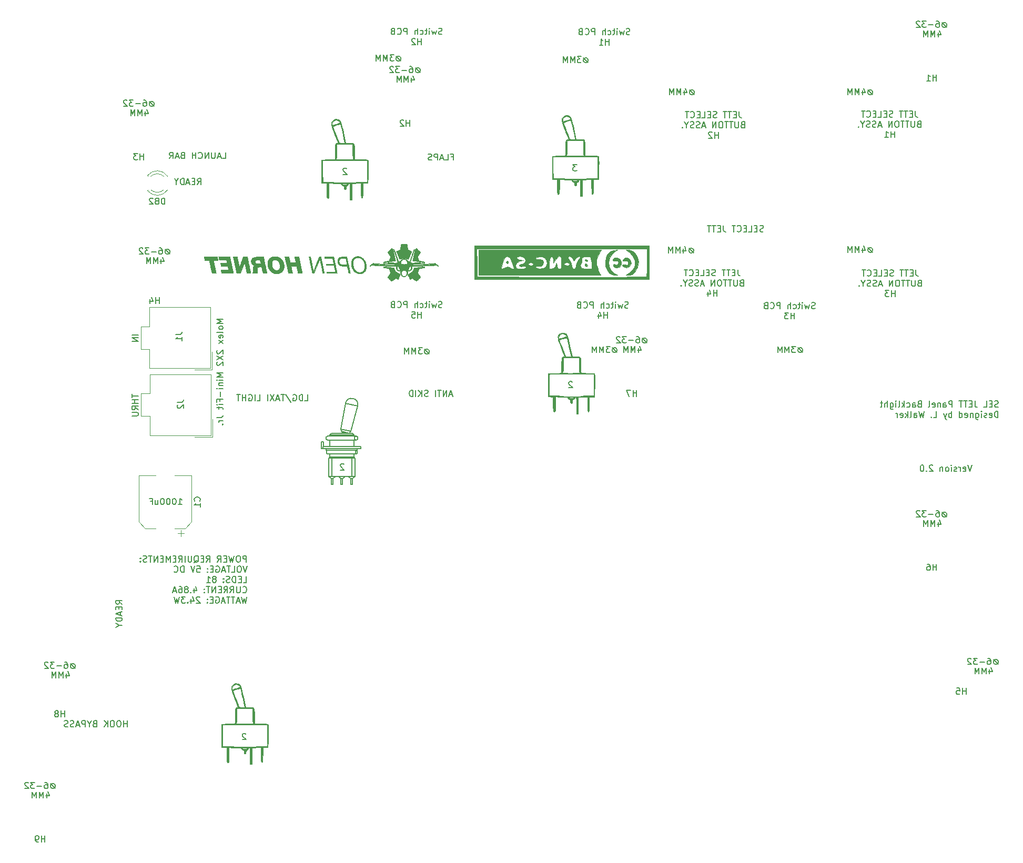
<source format=gbr>
%TF.GenerationSoftware,KiCad,Pcbnew,(5.1.6)-1*%
%TF.CreationDate,2020-12-21T15:19:12+11:00*%
%TF.ProjectId,Select JETT Panel PCB V2,53656c65-6374-4204-9a45-54542050616e,rev?*%
%TF.SameCoordinates,Original*%
%TF.FileFunction,Legend,Bot*%
%TF.FilePolarity,Positive*%
%FSLAX46Y46*%
G04 Gerber Fmt 4.6, Leading zero omitted, Abs format (unit mm)*
G04 Created by KiCad (PCBNEW (5.1.6)-1) date 2020-12-21 15:19:12*
%MOMM*%
%LPD*%
G01*
G04 APERTURE LIST*
%ADD10C,0.150000*%
%ADD11C,0.010000*%
%ADD12C,0.200000*%
%ADD13C,0.120000*%
G04 APERTURE END LIST*
D10*
X157035714Y-90047619D02*
X156988095Y-90000000D01*
X156892857Y-89952380D01*
X156654761Y-89952380D01*
X156559523Y-90000000D01*
X156511904Y-90047619D01*
X156464285Y-90142857D01*
X156464285Y-90238095D01*
X156511904Y-90380952D01*
X157083333Y-90952380D01*
X156464285Y-90952380D01*
X96700000Y-58252380D02*
X97033333Y-57776190D01*
X97271428Y-58252380D02*
X97271428Y-57252380D01*
X96890476Y-57252380D01*
X96795238Y-57300000D01*
X96747619Y-57347619D01*
X96700000Y-57442857D01*
X96700000Y-57585714D01*
X96747619Y-57680952D01*
X96795238Y-57728571D01*
X96890476Y-57776190D01*
X97271428Y-57776190D01*
X96271428Y-57728571D02*
X95938095Y-57728571D01*
X95795238Y-58252380D02*
X96271428Y-58252380D01*
X96271428Y-57252380D01*
X95795238Y-57252380D01*
X95414285Y-57966666D02*
X94938095Y-57966666D01*
X95509523Y-58252380D02*
X95176190Y-57252380D01*
X94842857Y-58252380D01*
X94509523Y-58252380D02*
X94509523Y-57252380D01*
X94271428Y-57252380D01*
X94128571Y-57300000D01*
X94033333Y-57395238D01*
X93985714Y-57490476D01*
X93938095Y-57680952D01*
X93938095Y-57823809D01*
X93985714Y-58014285D01*
X94033333Y-58109523D01*
X94128571Y-58204761D01*
X94271428Y-58252380D01*
X94509523Y-58252380D01*
X93319047Y-57776190D02*
X93319047Y-58252380D01*
X93652380Y-57252380D02*
X93319047Y-57776190D01*
X92985714Y-57252380D01*
X104485714Y-146697619D02*
X104438095Y-146650000D01*
X104342857Y-146602380D01*
X104104761Y-146602380D01*
X104009523Y-146650000D01*
X103961904Y-146697619D01*
X103914285Y-146792857D01*
X103914285Y-146888095D01*
X103961904Y-147030952D01*
X104533333Y-147602380D01*
X103914285Y-147602380D01*
X157762533Y-55027580D02*
X157143485Y-55027580D01*
X157476819Y-55408533D01*
X157333961Y-55408533D01*
X157238723Y-55456152D01*
X157191104Y-55503771D01*
X157143485Y-55599009D01*
X157143485Y-55837104D01*
X157191104Y-55932342D01*
X157238723Y-55979961D01*
X157333961Y-56027580D01*
X157619676Y-56027580D01*
X157714914Y-55979961D01*
X157762533Y-55932342D01*
X225612023Y-94029761D02*
X225469166Y-94077380D01*
X225231071Y-94077380D01*
X225135833Y-94029761D01*
X225088214Y-93982142D01*
X225040595Y-93886904D01*
X225040595Y-93791666D01*
X225088214Y-93696428D01*
X225135833Y-93648809D01*
X225231071Y-93601190D01*
X225421547Y-93553571D01*
X225516785Y-93505952D01*
X225564404Y-93458333D01*
X225612023Y-93363095D01*
X225612023Y-93267857D01*
X225564404Y-93172619D01*
X225516785Y-93125000D01*
X225421547Y-93077380D01*
X225183452Y-93077380D01*
X225040595Y-93125000D01*
X224612023Y-93553571D02*
X224278690Y-93553571D01*
X224135833Y-94077380D02*
X224612023Y-94077380D01*
X224612023Y-93077380D01*
X224135833Y-93077380D01*
X223231071Y-94077380D02*
X223707261Y-94077380D01*
X223707261Y-93077380D01*
X221850119Y-93077380D02*
X221850119Y-93791666D01*
X221897738Y-93934523D01*
X221992976Y-94029761D01*
X222135833Y-94077380D01*
X222231071Y-94077380D01*
X221373928Y-93553571D02*
X221040595Y-93553571D01*
X220897738Y-94077380D02*
X221373928Y-94077380D01*
X221373928Y-93077380D01*
X220897738Y-93077380D01*
X220612023Y-93077380D02*
X220040595Y-93077380D01*
X220326309Y-94077380D02*
X220326309Y-93077380D01*
X219850119Y-93077380D02*
X219278690Y-93077380D01*
X219564404Y-94077380D02*
X219564404Y-93077380D01*
X218183452Y-94077380D02*
X218183452Y-93077380D01*
X217802500Y-93077380D01*
X217707261Y-93125000D01*
X217659642Y-93172619D01*
X217612023Y-93267857D01*
X217612023Y-93410714D01*
X217659642Y-93505952D01*
X217707261Y-93553571D01*
X217802500Y-93601190D01*
X218183452Y-93601190D01*
X216754880Y-94077380D02*
X216754880Y-93553571D01*
X216802500Y-93458333D01*
X216897738Y-93410714D01*
X217088214Y-93410714D01*
X217183452Y-93458333D01*
X216754880Y-94029761D02*
X216850119Y-94077380D01*
X217088214Y-94077380D01*
X217183452Y-94029761D01*
X217231071Y-93934523D01*
X217231071Y-93839285D01*
X217183452Y-93744047D01*
X217088214Y-93696428D01*
X216850119Y-93696428D01*
X216754880Y-93648809D01*
X216278690Y-93410714D02*
X216278690Y-94077380D01*
X216278690Y-93505952D02*
X216231071Y-93458333D01*
X216135833Y-93410714D01*
X215992976Y-93410714D01*
X215897738Y-93458333D01*
X215850119Y-93553571D01*
X215850119Y-94077380D01*
X214992976Y-94029761D02*
X215088214Y-94077380D01*
X215278690Y-94077380D01*
X215373928Y-94029761D01*
X215421547Y-93934523D01*
X215421547Y-93553571D01*
X215373928Y-93458333D01*
X215278690Y-93410714D01*
X215088214Y-93410714D01*
X214992976Y-93458333D01*
X214945357Y-93553571D01*
X214945357Y-93648809D01*
X215421547Y-93744047D01*
X214373928Y-94077380D02*
X214469166Y-94029761D01*
X214516785Y-93934523D01*
X214516785Y-93077380D01*
X212897738Y-93553571D02*
X212754880Y-93601190D01*
X212707261Y-93648809D01*
X212659642Y-93744047D01*
X212659642Y-93886904D01*
X212707261Y-93982142D01*
X212754880Y-94029761D01*
X212850119Y-94077380D01*
X213231071Y-94077380D01*
X213231071Y-93077380D01*
X212897738Y-93077380D01*
X212802500Y-93125000D01*
X212754880Y-93172619D01*
X212707261Y-93267857D01*
X212707261Y-93363095D01*
X212754880Y-93458333D01*
X212802500Y-93505952D01*
X212897738Y-93553571D01*
X213231071Y-93553571D01*
X211802500Y-94077380D02*
X211802500Y-93553571D01*
X211850119Y-93458333D01*
X211945357Y-93410714D01*
X212135833Y-93410714D01*
X212231071Y-93458333D01*
X211802500Y-94029761D02*
X211897738Y-94077380D01*
X212135833Y-94077380D01*
X212231071Y-94029761D01*
X212278690Y-93934523D01*
X212278690Y-93839285D01*
X212231071Y-93744047D01*
X212135833Y-93696428D01*
X211897738Y-93696428D01*
X211802500Y-93648809D01*
X210897738Y-94029761D02*
X210992976Y-94077380D01*
X211183452Y-94077380D01*
X211278690Y-94029761D01*
X211326309Y-93982142D01*
X211373928Y-93886904D01*
X211373928Y-93601190D01*
X211326309Y-93505952D01*
X211278690Y-93458333D01*
X211183452Y-93410714D01*
X210992976Y-93410714D01*
X210897738Y-93458333D01*
X210469166Y-94077380D02*
X210469166Y-93077380D01*
X210373928Y-93696428D02*
X210088214Y-94077380D01*
X210088214Y-93410714D02*
X210469166Y-93791666D01*
X209516785Y-94077380D02*
X209612023Y-94029761D01*
X209659642Y-93934523D01*
X209659642Y-93077380D01*
X209135833Y-94077380D02*
X209135833Y-93410714D01*
X209135833Y-93077380D02*
X209183452Y-93125000D01*
X209135833Y-93172619D01*
X209088214Y-93125000D01*
X209135833Y-93077380D01*
X209135833Y-93172619D01*
X208231071Y-93410714D02*
X208231071Y-94220238D01*
X208278690Y-94315476D01*
X208326309Y-94363095D01*
X208421547Y-94410714D01*
X208564404Y-94410714D01*
X208659642Y-94363095D01*
X208231071Y-94029761D02*
X208326309Y-94077380D01*
X208516785Y-94077380D01*
X208612023Y-94029761D01*
X208659642Y-93982142D01*
X208707261Y-93886904D01*
X208707261Y-93601190D01*
X208659642Y-93505952D01*
X208612023Y-93458333D01*
X208516785Y-93410714D01*
X208326309Y-93410714D01*
X208231071Y-93458333D01*
X207754880Y-94077380D02*
X207754880Y-93077380D01*
X207326309Y-94077380D02*
X207326309Y-93553571D01*
X207373928Y-93458333D01*
X207469166Y-93410714D01*
X207612023Y-93410714D01*
X207707261Y-93458333D01*
X207754880Y-93505952D01*
X206992976Y-93410714D02*
X206612023Y-93410714D01*
X206850119Y-93077380D02*
X206850119Y-93934523D01*
X206802500Y-94029761D01*
X206707261Y-94077380D01*
X206612023Y-94077380D01*
X225564404Y-95727380D02*
X225564404Y-94727380D01*
X225326309Y-94727380D01*
X225183452Y-94775000D01*
X225088214Y-94870238D01*
X225040595Y-94965476D01*
X224992976Y-95155952D01*
X224992976Y-95298809D01*
X225040595Y-95489285D01*
X225088214Y-95584523D01*
X225183452Y-95679761D01*
X225326309Y-95727380D01*
X225564404Y-95727380D01*
X224183452Y-95679761D02*
X224278690Y-95727380D01*
X224469166Y-95727380D01*
X224564404Y-95679761D01*
X224612023Y-95584523D01*
X224612023Y-95203571D01*
X224564404Y-95108333D01*
X224469166Y-95060714D01*
X224278690Y-95060714D01*
X224183452Y-95108333D01*
X224135833Y-95203571D01*
X224135833Y-95298809D01*
X224612023Y-95394047D01*
X223754880Y-95679761D02*
X223659642Y-95727380D01*
X223469166Y-95727380D01*
X223373928Y-95679761D01*
X223326309Y-95584523D01*
X223326309Y-95536904D01*
X223373928Y-95441666D01*
X223469166Y-95394047D01*
X223612023Y-95394047D01*
X223707261Y-95346428D01*
X223754880Y-95251190D01*
X223754880Y-95203571D01*
X223707261Y-95108333D01*
X223612023Y-95060714D01*
X223469166Y-95060714D01*
X223373928Y-95108333D01*
X222897738Y-95727380D02*
X222897738Y-95060714D01*
X222897738Y-94727380D02*
X222945357Y-94775000D01*
X222897738Y-94822619D01*
X222850119Y-94775000D01*
X222897738Y-94727380D01*
X222897738Y-94822619D01*
X221992976Y-95060714D02*
X221992976Y-95870238D01*
X222040595Y-95965476D01*
X222088214Y-96013095D01*
X222183452Y-96060714D01*
X222326309Y-96060714D01*
X222421547Y-96013095D01*
X221992976Y-95679761D02*
X222088214Y-95727380D01*
X222278690Y-95727380D01*
X222373928Y-95679761D01*
X222421547Y-95632142D01*
X222469166Y-95536904D01*
X222469166Y-95251190D01*
X222421547Y-95155952D01*
X222373928Y-95108333D01*
X222278690Y-95060714D01*
X222088214Y-95060714D01*
X221992976Y-95108333D01*
X221516785Y-95060714D02*
X221516785Y-95727380D01*
X221516785Y-95155952D02*
X221469166Y-95108333D01*
X221373928Y-95060714D01*
X221231071Y-95060714D01*
X221135833Y-95108333D01*
X221088214Y-95203571D01*
X221088214Y-95727380D01*
X220231071Y-95679761D02*
X220326309Y-95727380D01*
X220516785Y-95727380D01*
X220612023Y-95679761D01*
X220659642Y-95584523D01*
X220659642Y-95203571D01*
X220612023Y-95108333D01*
X220516785Y-95060714D01*
X220326309Y-95060714D01*
X220231071Y-95108333D01*
X220183452Y-95203571D01*
X220183452Y-95298809D01*
X220659642Y-95394047D01*
X219326309Y-95727380D02*
X219326309Y-94727380D01*
X219326309Y-95679761D02*
X219421547Y-95727380D01*
X219612023Y-95727380D01*
X219707261Y-95679761D01*
X219754880Y-95632142D01*
X219802500Y-95536904D01*
X219802500Y-95251190D01*
X219754880Y-95155952D01*
X219707261Y-95108333D01*
X219612023Y-95060714D01*
X219421547Y-95060714D01*
X219326309Y-95108333D01*
X218088214Y-95727380D02*
X218088214Y-94727380D01*
X218088214Y-95108333D02*
X217992976Y-95060714D01*
X217802500Y-95060714D01*
X217707261Y-95108333D01*
X217659642Y-95155952D01*
X217612023Y-95251190D01*
X217612023Y-95536904D01*
X217659642Y-95632142D01*
X217707261Y-95679761D01*
X217802500Y-95727380D01*
X217992976Y-95727380D01*
X218088214Y-95679761D01*
X217278690Y-95060714D02*
X217040595Y-95727380D01*
X216802500Y-95060714D02*
X217040595Y-95727380D01*
X217135833Y-95965476D01*
X217183452Y-96013095D01*
X217278690Y-96060714D01*
X215183452Y-95727380D02*
X215659642Y-95727380D01*
X215659642Y-94727380D01*
X214850119Y-95632142D02*
X214802500Y-95679761D01*
X214850119Y-95727380D01*
X214897738Y-95679761D01*
X214850119Y-95632142D01*
X214850119Y-95727380D01*
X213707261Y-94727380D02*
X213469166Y-95727380D01*
X213278690Y-95013095D01*
X213088214Y-95727380D01*
X212850119Y-94727380D01*
X212040595Y-95727380D02*
X212040595Y-95203571D01*
X212088214Y-95108333D01*
X212183452Y-95060714D01*
X212373928Y-95060714D01*
X212469166Y-95108333D01*
X212040595Y-95679761D02*
X212135833Y-95727380D01*
X212373928Y-95727380D01*
X212469166Y-95679761D01*
X212516785Y-95584523D01*
X212516785Y-95489285D01*
X212469166Y-95394047D01*
X212373928Y-95346428D01*
X212135833Y-95346428D01*
X212040595Y-95298809D01*
X211421547Y-95727380D02*
X211516785Y-95679761D01*
X211564404Y-95584523D01*
X211564404Y-94727380D01*
X211040595Y-95727380D02*
X211040595Y-94727380D01*
X210945357Y-95346428D02*
X210659642Y-95727380D01*
X210659642Y-95060714D02*
X211040595Y-95441666D01*
X209850119Y-95679761D02*
X209945357Y-95727380D01*
X210135833Y-95727380D01*
X210231071Y-95679761D01*
X210278690Y-95584523D01*
X210278690Y-95203571D01*
X210231071Y-95108333D01*
X210135833Y-95060714D01*
X209945357Y-95060714D01*
X209850119Y-95108333D01*
X209802500Y-95203571D01*
X209802500Y-95298809D01*
X210278690Y-95394047D01*
X209373928Y-95727380D02*
X209373928Y-95060714D01*
X209373928Y-95251190D02*
X209326309Y-95155952D01*
X209278690Y-95108333D01*
X209183452Y-95060714D01*
X209088214Y-95060714D01*
X120707114Y-55707019D02*
X120659495Y-55659400D01*
X120564257Y-55611780D01*
X120326161Y-55611780D01*
X120230923Y-55659400D01*
X120183304Y-55707019D01*
X120135685Y-55802257D01*
X120135685Y-55897495D01*
X120183304Y-56040352D01*
X120754733Y-56611780D01*
X120135685Y-56611780D01*
X104564404Y-119002380D02*
X104564404Y-118002380D01*
X104183452Y-118002380D01*
X104088214Y-118050000D01*
X104040595Y-118097619D01*
X103992976Y-118192857D01*
X103992976Y-118335714D01*
X104040595Y-118430952D01*
X104088214Y-118478571D01*
X104183452Y-118526190D01*
X104564404Y-118526190D01*
X103373928Y-118002380D02*
X103183452Y-118002380D01*
X103088214Y-118050000D01*
X102992976Y-118145238D01*
X102945357Y-118335714D01*
X102945357Y-118669047D01*
X102992976Y-118859523D01*
X103088214Y-118954761D01*
X103183452Y-119002380D01*
X103373928Y-119002380D01*
X103469166Y-118954761D01*
X103564404Y-118859523D01*
X103612023Y-118669047D01*
X103612023Y-118335714D01*
X103564404Y-118145238D01*
X103469166Y-118050000D01*
X103373928Y-118002380D01*
X102612023Y-118002380D02*
X102373928Y-119002380D01*
X102183452Y-118288095D01*
X101992976Y-119002380D01*
X101754880Y-118002380D01*
X101373928Y-118478571D02*
X101040595Y-118478571D01*
X100897738Y-119002380D02*
X101373928Y-119002380D01*
X101373928Y-118002380D01*
X100897738Y-118002380D01*
X99897738Y-119002380D02*
X100231071Y-118526190D01*
X100469166Y-119002380D02*
X100469166Y-118002380D01*
X100088214Y-118002380D01*
X99992976Y-118050000D01*
X99945357Y-118097619D01*
X99897738Y-118192857D01*
X99897738Y-118335714D01*
X99945357Y-118430952D01*
X99992976Y-118478571D01*
X100088214Y-118526190D01*
X100469166Y-118526190D01*
X98135833Y-119002380D02*
X98469166Y-118526190D01*
X98707261Y-119002380D02*
X98707261Y-118002380D01*
X98326309Y-118002380D01*
X98231071Y-118050000D01*
X98183452Y-118097619D01*
X98135833Y-118192857D01*
X98135833Y-118335714D01*
X98183452Y-118430952D01*
X98231071Y-118478571D01*
X98326309Y-118526190D01*
X98707261Y-118526190D01*
X97707261Y-118478571D02*
X97373928Y-118478571D01*
X97231071Y-119002380D02*
X97707261Y-119002380D01*
X97707261Y-118002380D01*
X97231071Y-118002380D01*
X96135833Y-119097619D02*
X96231071Y-119050000D01*
X96326309Y-118954761D01*
X96469166Y-118811904D01*
X96564404Y-118764285D01*
X96659642Y-118764285D01*
X96612023Y-119002380D02*
X96707261Y-118954761D01*
X96802500Y-118859523D01*
X96850119Y-118669047D01*
X96850119Y-118335714D01*
X96802500Y-118145238D01*
X96707261Y-118050000D01*
X96612023Y-118002380D01*
X96421547Y-118002380D01*
X96326309Y-118050000D01*
X96231071Y-118145238D01*
X96183452Y-118335714D01*
X96183452Y-118669047D01*
X96231071Y-118859523D01*
X96326309Y-118954761D01*
X96421547Y-119002380D01*
X96612023Y-119002380D01*
X95754880Y-118002380D02*
X95754880Y-118811904D01*
X95707261Y-118907142D01*
X95659642Y-118954761D01*
X95564404Y-119002380D01*
X95373928Y-119002380D01*
X95278690Y-118954761D01*
X95231071Y-118907142D01*
X95183452Y-118811904D01*
X95183452Y-118002380D01*
X94707261Y-119002380D02*
X94707261Y-118002380D01*
X93659642Y-119002380D02*
X93992976Y-118526190D01*
X94231071Y-119002380D02*
X94231071Y-118002380D01*
X93850119Y-118002380D01*
X93754880Y-118050000D01*
X93707261Y-118097619D01*
X93659642Y-118192857D01*
X93659642Y-118335714D01*
X93707261Y-118430952D01*
X93754880Y-118478571D01*
X93850119Y-118526190D01*
X94231071Y-118526190D01*
X93231071Y-118478571D02*
X92897738Y-118478571D01*
X92754880Y-119002380D02*
X93231071Y-119002380D01*
X93231071Y-118002380D01*
X92754880Y-118002380D01*
X92326309Y-119002380D02*
X92326309Y-118002380D01*
X91992976Y-118716666D01*
X91659642Y-118002380D01*
X91659642Y-119002380D01*
X91183452Y-118478571D02*
X90850119Y-118478571D01*
X90707261Y-119002380D02*
X91183452Y-119002380D01*
X91183452Y-118002380D01*
X90707261Y-118002380D01*
X90278690Y-119002380D02*
X90278690Y-118002380D01*
X89707261Y-119002380D01*
X89707261Y-118002380D01*
X89373928Y-118002380D02*
X88802500Y-118002380D01*
X89088214Y-119002380D02*
X89088214Y-118002380D01*
X88516785Y-118954761D02*
X88373928Y-119002380D01*
X88135833Y-119002380D01*
X88040595Y-118954761D01*
X87992976Y-118907142D01*
X87945357Y-118811904D01*
X87945357Y-118716666D01*
X87992976Y-118621428D01*
X88040595Y-118573809D01*
X88135833Y-118526190D01*
X88326309Y-118478571D01*
X88421547Y-118430952D01*
X88469166Y-118383333D01*
X88516785Y-118288095D01*
X88516785Y-118192857D01*
X88469166Y-118097619D01*
X88421547Y-118050000D01*
X88326309Y-118002380D01*
X88088214Y-118002380D01*
X87945357Y-118050000D01*
X87516785Y-118907142D02*
X87469166Y-118954761D01*
X87516785Y-119002380D01*
X87564404Y-118954761D01*
X87516785Y-118907142D01*
X87516785Y-119002380D01*
X87516785Y-118383333D02*
X87469166Y-118430952D01*
X87516785Y-118478571D01*
X87564404Y-118430952D01*
X87516785Y-118383333D01*
X87516785Y-118478571D01*
X104707261Y-119652380D02*
X104373928Y-120652380D01*
X104040595Y-119652380D01*
X103516785Y-119652380D02*
X103326309Y-119652380D01*
X103231071Y-119700000D01*
X103135833Y-119795238D01*
X103088214Y-119985714D01*
X103088214Y-120319047D01*
X103135833Y-120509523D01*
X103231071Y-120604761D01*
X103326309Y-120652380D01*
X103516785Y-120652380D01*
X103612023Y-120604761D01*
X103707261Y-120509523D01*
X103754880Y-120319047D01*
X103754880Y-119985714D01*
X103707261Y-119795238D01*
X103612023Y-119700000D01*
X103516785Y-119652380D01*
X102183452Y-120652380D02*
X102659642Y-120652380D01*
X102659642Y-119652380D01*
X101992976Y-119652380D02*
X101421547Y-119652380D01*
X101707261Y-120652380D02*
X101707261Y-119652380D01*
X101135833Y-120366666D02*
X100659642Y-120366666D01*
X101231071Y-120652380D02*
X100897738Y-119652380D01*
X100564404Y-120652380D01*
X99707261Y-119700000D02*
X99802500Y-119652380D01*
X99945357Y-119652380D01*
X100088214Y-119700000D01*
X100183452Y-119795238D01*
X100231071Y-119890476D01*
X100278690Y-120080952D01*
X100278690Y-120223809D01*
X100231071Y-120414285D01*
X100183452Y-120509523D01*
X100088214Y-120604761D01*
X99945357Y-120652380D01*
X99850119Y-120652380D01*
X99707261Y-120604761D01*
X99659642Y-120557142D01*
X99659642Y-120223809D01*
X99850119Y-120223809D01*
X99231071Y-120128571D02*
X98897738Y-120128571D01*
X98754880Y-120652380D02*
X99231071Y-120652380D01*
X99231071Y-119652380D01*
X98754880Y-119652380D01*
X98326309Y-120557142D02*
X98278690Y-120604761D01*
X98326309Y-120652380D01*
X98373928Y-120604761D01*
X98326309Y-120557142D01*
X98326309Y-120652380D01*
X98326309Y-120033333D02*
X98278690Y-120080952D01*
X98326309Y-120128571D01*
X98373928Y-120080952D01*
X98326309Y-120033333D01*
X98326309Y-120128571D01*
X96612023Y-119652380D02*
X97088214Y-119652380D01*
X97135833Y-120128571D01*
X97088214Y-120080952D01*
X96992976Y-120033333D01*
X96754880Y-120033333D01*
X96659642Y-120080952D01*
X96612023Y-120128571D01*
X96564404Y-120223809D01*
X96564404Y-120461904D01*
X96612023Y-120557142D01*
X96659642Y-120604761D01*
X96754880Y-120652380D01*
X96992976Y-120652380D01*
X97088214Y-120604761D01*
X97135833Y-120557142D01*
X96278690Y-119652380D02*
X95945357Y-120652380D01*
X95612023Y-119652380D01*
X94516785Y-120652380D02*
X94516785Y-119652380D01*
X94278690Y-119652380D01*
X94135833Y-119700000D01*
X94040595Y-119795238D01*
X93992976Y-119890476D01*
X93945357Y-120080952D01*
X93945357Y-120223809D01*
X93992976Y-120414285D01*
X94040595Y-120509523D01*
X94135833Y-120604761D01*
X94278690Y-120652380D01*
X94516785Y-120652380D01*
X92945357Y-120557142D02*
X92992976Y-120604761D01*
X93135833Y-120652380D01*
X93231071Y-120652380D01*
X93373928Y-120604761D01*
X93469166Y-120509523D01*
X93516785Y-120414285D01*
X93564404Y-120223809D01*
X93564404Y-120080952D01*
X93516785Y-119890476D01*
X93469166Y-119795238D01*
X93373928Y-119700000D01*
X93231071Y-119652380D01*
X93135833Y-119652380D01*
X92992976Y-119700000D01*
X92945357Y-119747619D01*
X104088214Y-122302380D02*
X104564404Y-122302380D01*
X104564404Y-121302380D01*
X103754880Y-121778571D02*
X103421547Y-121778571D01*
X103278690Y-122302380D02*
X103754880Y-122302380D01*
X103754880Y-121302380D01*
X103278690Y-121302380D01*
X102850119Y-122302380D02*
X102850119Y-121302380D01*
X102612023Y-121302380D01*
X102469166Y-121350000D01*
X102373928Y-121445238D01*
X102326309Y-121540476D01*
X102278690Y-121730952D01*
X102278690Y-121873809D01*
X102326309Y-122064285D01*
X102373928Y-122159523D01*
X102469166Y-122254761D01*
X102612023Y-122302380D01*
X102850119Y-122302380D01*
X101897738Y-122254761D02*
X101754880Y-122302380D01*
X101516785Y-122302380D01*
X101421547Y-122254761D01*
X101373928Y-122207142D01*
X101326309Y-122111904D01*
X101326309Y-122016666D01*
X101373928Y-121921428D01*
X101421547Y-121873809D01*
X101516785Y-121826190D01*
X101707261Y-121778571D01*
X101802500Y-121730952D01*
X101850119Y-121683333D01*
X101897738Y-121588095D01*
X101897738Y-121492857D01*
X101850119Y-121397619D01*
X101802500Y-121350000D01*
X101707261Y-121302380D01*
X101469166Y-121302380D01*
X101326309Y-121350000D01*
X100897738Y-122207142D02*
X100850119Y-122254761D01*
X100897738Y-122302380D01*
X100945357Y-122254761D01*
X100897738Y-122207142D01*
X100897738Y-122302380D01*
X100897738Y-121683333D02*
X100850119Y-121730952D01*
X100897738Y-121778571D01*
X100945357Y-121730952D01*
X100897738Y-121683333D01*
X100897738Y-121778571D01*
X99516785Y-121730952D02*
X99612023Y-121683333D01*
X99659642Y-121635714D01*
X99707261Y-121540476D01*
X99707261Y-121492857D01*
X99659642Y-121397619D01*
X99612023Y-121350000D01*
X99516785Y-121302380D01*
X99326309Y-121302380D01*
X99231071Y-121350000D01*
X99183452Y-121397619D01*
X99135833Y-121492857D01*
X99135833Y-121540476D01*
X99183452Y-121635714D01*
X99231071Y-121683333D01*
X99326309Y-121730952D01*
X99516785Y-121730952D01*
X99612023Y-121778571D01*
X99659642Y-121826190D01*
X99707261Y-121921428D01*
X99707261Y-122111904D01*
X99659642Y-122207142D01*
X99612023Y-122254761D01*
X99516785Y-122302380D01*
X99326309Y-122302380D01*
X99231071Y-122254761D01*
X99183452Y-122207142D01*
X99135833Y-122111904D01*
X99135833Y-121921428D01*
X99183452Y-121826190D01*
X99231071Y-121778571D01*
X99326309Y-121730952D01*
X98183452Y-122302380D02*
X98754880Y-122302380D01*
X98469166Y-122302380D02*
X98469166Y-121302380D01*
X98564404Y-121445238D01*
X98659642Y-121540476D01*
X98754880Y-121588095D01*
X103992976Y-123857142D02*
X104040595Y-123904761D01*
X104183452Y-123952380D01*
X104278690Y-123952380D01*
X104421547Y-123904761D01*
X104516785Y-123809523D01*
X104564404Y-123714285D01*
X104612023Y-123523809D01*
X104612023Y-123380952D01*
X104564404Y-123190476D01*
X104516785Y-123095238D01*
X104421547Y-123000000D01*
X104278690Y-122952380D01*
X104183452Y-122952380D01*
X104040595Y-123000000D01*
X103992976Y-123047619D01*
X103564404Y-122952380D02*
X103564404Y-123761904D01*
X103516785Y-123857142D01*
X103469166Y-123904761D01*
X103373928Y-123952380D01*
X103183452Y-123952380D01*
X103088214Y-123904761D01*
X103040595Y-123857142D01*
X102992976Y-123761904D01*
X102992976Y-122952380D01*
X101945357Y-123952380D02*
X102278690Y-123476190D01*
X102516785Y-123952380D02*
X102516785Y-122952380D01*
X102135833Y-122952380D01*
X102040595Y-123000000D01*
X101992976Y-123047619D01*
X101945357Y-123142857D01*
X101945357Y-123285714D01*
X101992976Y-123380952D01*
X102040595Y-123428571D01*
X102135833Y-123476190D01*
X102516785Y-123476190D01*
X100945357Y-123952380D02*
X101278690Y-123476190D01*
X101516785Y-123952380D02*
X101516785Y-122952380D01*
X101135833Y-122952380D01*
X101040595Y-123000000D01*
X100992976Y-123047619D01*
X100945357Y-123142857D01*
X100945357Y-123285714D01*
X100992976Y-123380952D01*
X101040595Y-123428571D01*
X101135833Y-123476190D01*
X101516785Y-123476190D01*
X100516785Y-123428571D02*
X100183452Y-123428571D01*
X100040595Y-123952380D02*
X100516785Y-123952380D01*
X100516785Y-122952380D01*
X100040595Y-122952380D01*
X99612023Y-123952380D02*
X99612023Y-122952380D01*
X99040595Y-123952380D01*
X99040595Y-122952380D01*
X98707261Y-122952380D02*
X98135833Y-122952380D01*
X98421547Y-123952380D02*
X98421547Y-122952380D01*
X97802500Y-123857142D02*
X97754880Y-123904761D01*
X97802500Y-123952380D01*
X97850119Y-123904761D01*
X97802500Y-123857142D01*
X97802500Y-123952380D01*
X97802500Y-123333333D02*
X97754880Y-123380952D01*
X97802500Y-123428571D01*
X97850119Y-123380952D01*
X97802500Y-123333333D01*
X97802500Y-123428571D01*
X96135833Y-123285714D02*
X96135833Y-123952380D01*
X96373928Y-122904761D02*
X96612023Y-123619047D01*
X95992976Y-123619047D01*
X95612023Y-123857142D02*
X95564404Y-123904761D01*
X95612023Y-123952380D01*
X95659642Y-123904761D01*
X95612023Y-123857142D01*
X95612023Y-123952380D01*
X94992976Y-123380952D02*
X95088214Y-123333333D01*
X95135833Y-123285714D01*
X95183452Y-123190476D01*
X95183452Y-123142857D01*
X95135833Y-123047619D01*
X95088214Y-123000000D01*
X94992976Y-122952380D01*
X94802500Y-122952380D01*
X94707261Y-123000000D01*
X94659642Y-123047619D01*
X94612023Y-123142857D01*
X94612023Y-123190476D01*
X94659642Y-123285714D01*
X94707261Y-123333333D01*
X94802500Y-123380952D01*
X94992976Y-123380952D01*
X95088214Y-123428571D01*
X95135833Y-123476190D01*
X95183452Y-123571428D01*
X95183452Y-123761904D01*
X95135833Y-123857142D01*
X95088214Y-123904761D01*
X94992976Y-123952380D01*
X94802500Y-123952380D01*
X94707261Y-123904761D01*
X94659642Y-123857142D01*
X94612023Y-123761904D01*
X94612023Y-123571428D01*
X94659642Y-123476190D01*
X94707261Y-123428571D01*
X94802500Y-123380952D01*
X93754880Y-122952380D02*
X93945357Y-122952380D01*
X94040595Y-123000000D01*
X94088214Y-123047619D01*
X94183452Y-123190476D01*
X94231071Y-123380952D01*
X94231071Y-123761904D01*
X94183452Y-123857142D01*
X94135833Y-123904761D01*
X94040595Y-123952380D01*
X93850119Y-123952380D01*
X93754880Y-123904761D01*
X93707261Y-123857142D01*
X93659642Y-123761904D01*
X93659642Y-123523809D01*
X93707261Y-123428571D01*
X93754880Y-123380952D01*
X93850119Y-123333333D01*
X94040595Y-123333333D01*
X94135833Y-123380952D01*
X94183452Y-123428571D01*
X94231071Y-123523809D01*
X93278690Y-123666666D02*
X92802500Y-123666666D01*
X93373928Y-123952380D02*
X93040595Y-122952380D01*
X92707261Y-123952380D01*
X104659642Y-124602380D02*
X104421547Y-125602380D01*
X104231071Y-124888095D01*
X104040595Y-125602380D01*
X103802500Y-124602380D01*
X103469166Y-125316666D02*
X102992976Y-125316666D01*
X103564404Y-125602380D02*
X103231071Y-124602380D01*
X102897738Y-125602380D01*
X102707261Y-124602380D02*
X102135833Y-124602380D01*
X102421547Y-125602380D02*
X102421547Y-124602380D01*
X101945357Y-124602380D02*
X101373928Y-124602380D01*
X101659642Y-125602380D02*
X101659642Y-124602380D01*
X101088214Y-125316666D02*
X100612023Y-125316666D01*
X101183452Y-125602380D02*
X100850119Y-124602380D01*
X100516785Y-125602380D01*
X99659642Y-124650000D02*
X99754880Y-124602380D01*
X99897738Y-124602380D01*
X100040595Y-124650000D01*
X100135833Y-124745238D01*
X100183452Y-124840476D01*
X100231071Y-125030952D01*
X100231071Y-125173809D01*
X100183452Y-125364285D01*
X100135833Y-125459523D01*
X100040595Y-125554761D01*
X99897738Y-125602380D01*
X99802500Y-125602380D01*
X99659642Y-125554761D01*
X99612023Y-125507142D01*
X99612023Y-125173809D01*
X99802500Y-125173809D01*
X99183452Y-125078571D02*
X98850119Y-125078571D01*
X98707261Y-125602380D02*
X99183452Y-125602380D01*
X99183452Y-124602380D01*
X98707261Y-124602380D01*
X98278690Y-125507142D02*
X98231071Y-125554761D01*
X98278690Y-125602380D01*
X98326309Y-125554761D01*
X98278690Y-125507142D01*
X98278690Y-125602380D01*
X98278690Y-124983333D02*
X98231071Y-125030952D01*
X98278690Y-125078571D01*
X98326309Y-125030952D01*
X98278690Y-124983333D01*
X98278690Y-125078571D01*
X97088214Y-124697619D02*
X97040595Y-124650000D01*
X96945357Y-124602380D01*
X96707261Y-124602380D01*
X96612023Y-124650000D01*
X96564404Y-124697619D01*
X96516785Y-124792857D01*
X96516785Y-124888095D01*
X96564404Y-125030952D01*
X97135833Y-125602380D01*
X96516785Y-125602380D01*
X95659642Y-124935714D02*
X95659642Y-125602380D01*
X95897738Y-124554761D02*
X96135833Y-125269047D01*
X95516785Y-125269047D01*
X95135833Y-125507142D02*
X95088214Y-125554761D01*
X95135833Y-125602380D01*
X95183452Y-125554761D01*
X95135833Y-125507142D01*
X95135833Y-125602380D01*
X94754880Y-124602380D02*
X94135833Y-124602380D01*
X94469166Y-124983333D01*
X94326309Y-124983333D01*
X94231071Y-125030952D01*
X94183452Y-125078571D01*
X94135833Y-125173809D01*
X94135833Y-125411904D01*
X94183452Y-125507142D01*
X94231071Y-125554761D01*
X94326309Y-125602380D01*
X94612023Y-125602380D01*
X94707261Y-125554761D01*
X94754880Y-125507142D01*
X93802500Y-124602380D02*
X93564404Y-125602380D01*
X93373928Y-124888095D01*
X93183452Y-125602380D01*
X92945357Y-124602380D01*
X84577180Y-125779400D02*
X84100990Y-125446066D01*
X84577180Y-125207971D02*
X83577180Y-125207971D01*
X83577180Y-125588923D01*
X83624800Y-125684161D01*
X83672419Y-125731780D01*
X83767657Y-125779400D01*
X83910514Y-125779400D01*
X84005752Y-125731780D01*
X84053371Y-125684161D01*
X84100990Y-125588923D01*
X84100990Y-125207971D01*
X84053371Y-126207971D02*
X84053371Y-126541304D01*
X84577180Y-126684161D02*
X84577180Y-126207971D01*
X83577180Y-126207971D01*
X83577180Y-126684161D01*
X84291466Y-127065114D02*
X84291466Y-127541304D01*
X84577180Y-126969876D02*
X83577180Y-127303209D01*
X84577180Y-127636542D01*
X84577180Y-127969876D02*
X83577180Y-127969876D01*
X83577180Y-128207971D01*
X83624800Y-128350828D01*
X83720038Y-128446066D01*
X83815276Y-128493685D01*
X84005752Y-128541304D01*
X84148609Y-128541304D01*
X84339085Y-128493685D01*
X84434323Y-128446066D01*
X84529561Y-128350828D01*
X84577180Y-128207971D01*
X84577180Y-127969876D01*
X84100990Y-129160352D02*
X84577180Y-129160352D01*
X83577180Y-128827019D02*
X84100990Y-129160352D01*
X83577180Y-129493685D01*
X159321285Y-37866676D02*
X159130809Y-37866676D01*
X158940333Y-37961914D01*
X158845095Y-38152390D01*
X158845095Y-38342866D01*
X158940333Y-38533342D01*
X159130809Y-38628580D01*
X159321285Y-38628580D01*
X159511761Y-38533342D01*
X159607000Y-38342866D01*
X159607000Y-38152390D01*
X159511761Y-37961914D01*
X159321285Y-37866676D01*
X158845095Y-37866676D02*
X159607000Y-38628580D01*
X158464142Y-37628580D02*
X157845095Y-37628580D01*
X158178428Y-38009533D01*
X158035571Y-38009533D01*
X157940333Y-38057152D01*
X157892714Y-38104771D01*
X157845095Y-38200009D01*
X157845095Y-38438104D01*
X157892714Y-38533342D01*
X157940333Y-38580961D01*
X158035571Y-38628580D01*
X158321285Y-38628580D01*
X158416523Y-38580961D01*
X158464142Y-38533342D01*
X157416523Y-38628580D02*
X157416523Y-37628580D01*
X157083190Y-38342866D01*
X156749857Y-37628580D01*
X156749857Y-38628580D01*
X156273666Y-38628580D02*
X156273666Y-37628580D01*
X155940333Y-38342866D01*
X155607000Y-37628580D01*
X155607000Y-38628580D01*
X129171485Y-37587276D02*
X128981009Y-37587276D01*
X128790533Y-37682514D01*
X128695295Y-37872990D01*
X128695295Y-38063466D01*
X128790533Y-38253942D01*
X128981009Y-38349180D01*
X129171485Y-38349180D01*
X129361961Y-38253942D01*
X129457200Y-38063466D01*
X129457200Y-37872990D01*
X129361961Y-37682514D01*
X129171485Y-37587276D01*
X128695295Y-37587276D02*
X129457200Y-38349180D01*
X128314342Y-37349180D02*
X127695295Y-37349180D01*
X128028628Y-37730133D01*
X127885771Y-37730133D01*
X127790533Y-37777752D01*
X127742914Y-37825371D01*
X127695295Y-37920609D01*
X127695295Y-38158704D01*
X127742914Y-38253942D01*
X127790533Y-38301561D01*
X127885771Y-38349180D01*
X128171485Y-38349180D01*
X128266723Y-38301561D01*
X128314342Y-38253942D01*
X127266723Y-38349180D02*
X127266723Y-37349180D01*
X126933390Y-38063466D01*
X126600057Y-37349180D01*
X126600057Y-38349180D01*
X126123866Y-38349180D02*
X126123866Y-37349180D01*
X125790533Y-38063466D01*
X125457200Y-37349180D01*
X125457200Y-38349180D01*
X193839885Y-84526476D02*
X193649409Y-84526476D01*
X193458933Y-84621714D01*
X193363695Y-84812190D01*
X193363695Y-85002666D01*
X193458933Y-85193142D01*
X193649409Y-85288380D01*
X193839885Y-85288380D01*
X194030361Y-85193142D01*
X194125600Y-85002666D01*
X194125600Y-84812190D01*
X194030361Y-84621714D01*
X193839885Y-84526476D01*
X193363695Y-84526476D02*
X194125600Y-85288380D01*
X192982742Y-84288380D02*
X192363695Y-84288380D01*
X192697028Y-84669333D01*
X192554171Y-84669333D01*
X192458933Y-84716952D01*
X192411314Y-84764571D01*
X192363695Y-84859809D01*
X192363695Y-85097904D01*
X192411314Y-85193142D01*
X192458933Y-85240761D01*
X192554171Y-85288380D01*
X192839885Y-85288380D01*
X192935123Y-85240761D01*
X192982742Y-85193142D01*
X191935123Y-85288380D02*
X191935123Y-84288380D01*
X191601790Y-85002666D01*
X191268457Y-84288380D01*
X191268457Y-85288380D01*
X190792266Y-85288380D02*
X190792266Y-84288380D01*
X190458933Y-85002666D01*
X190125600Y-84288380D01*
X190125600Y-85288380D01*
X163969485Y-84526476D02*
X163779009Y-84526476D01*
X163588533Y-84621714D01*
X163493295Y-84812190D01*
X163493295Y-85002666D01*
X163588533Y-85193142D01*
X163779009Y-85288380D01*
X163969485Y-85288380D01*
X164159961Y-85193142D01*
X164255200Y-85002666D01*
X164255200Y-84812190D01*
X164159961Y-84621714D01*
X163969485Y-84526476D01*
X163493295Y-84526476D02*
X164255200Y-85288380D01*
X163112342Y-84288380D02*
X162493295Y-84288380D01*
X162826628Y-84669333D01*
X162683771Y-84669333D01*
X162588533Y-84716952D01*
X162540914Y-84764571D01*
X162493295Y-84859809D01*
X162493295Y-85097904D01*
X162540914Y-85193142D01*
X162588533Y-85240761D01*
X162683771Y-85288380D01*
X162969485Y-85288380D01*
X163064723Y-85240761D01*
X163112342Y-85193142D01*
X162064723Y-85288380D02*
X162064723Y-84288380D01*
X161731390Y-85002666D01*
X161398057Y-84288380D01*
X161398057Y-85288380D01*
X160921866Y-85288380D02*
X160921866Y-84288380D01*
X160588533Y-85002666D01*
X160255200Y-84288380D01*
X160255200Y-85288380D01*
X133743485Y-84729676D02*
X133553009Y-84729676D01*
X133362533Y-84824914D01*
X133267295Y-85015390D01*
X133267295Y-85205866D01*
X133362533Y-85396342D01*
X133553009Y-85491580D01*
X133743485Y-85491580D01*
X133933961Y-85396342D01*
X134029200Y-85205866D01*
X134029200Y-85015390D01*
X133933961Y-84824914D01*
X133743485Y-84729676D01*
X133267295Y-84729676D02*
X134029200Y-85491580D01*
X132886342Y-84491580D02*
X132267295Y-84491580D01*
X132600628Y-84872533D01*
X132457771Y-84872533D01*
X132362533Y-84920152D01*
X132314914Y-84967771D01*
X132267295Y-85063009D01*
X132267295Y-85301104D01*
X132314914Y-85396342D01*
X132362533Y-85443961D01*
X132457771Y-85491580D01*
X132743485Y-85491580D01*
X132838723Y-85443961D01*
X132886342Y-85396342D01*
X131838723Y-85491580D02*
X131838723Y-84491580D01*
X131505390Y-85205866D01*
X131172057Y-84491580D01*
X131172057Y-85491580D01*
X130695866Y-85491580D02*
X130695866Y-84491580D01*
X130362533Y-85205866D01*
X130029200Y-84491580D01*
X130029200Y-85491580D01*
X136073638Y-78014961D02*
X135930780Y-78062580D01*
X135692685Y-78062580D01*
X135597447Y-78014961D01*
X135549828Y-77967342D01*
X135502209Y-77872104D01*
X135502209Y-77776866D01*
X135549828Y-77681628D01*
X135597447Y-77634009D01*
X135692685Y-77586390D01*
X135883161Y-77538771D01*
X135978400Y-77491152D01*
X136026019Y-77443533D01*
X136073638Y-77348295D01*
X136073638Y-77253057D01*
X136026019Y-77157819D01*
X135978400Y-77110200D01*
X135883161Y-77062580D01*
X135645066Y-77062580D01*
X135502209Y-77110200D01*
X135168876Y-77395914D02*
X134978400Y-78062580D01*
X134787923Y-77586390D01*
X134597447Y-78062580D01*
X134406971Y-77395914D01*
X134026019Y-78062580D02*
X134026019Y-77395914D01*
X134026019Y-77062580D02*
X134073638Y-77110200D01*
X134026019Y-77157819D01*
X133978400Y-77110200D01*
X134026019Y-77062580D01*
X134026019Y-77157819D01*
X133692685Y-77395914D02*
X133311733Y-77395914D01*
X133549828Y-77062580D02*
X133549828Y-77919723D01*
X133502209Y-78014961D01*
X133406971Y-78062580D01*
X133311733Y-78062580D01*
X132549828Y-78014961D02*
X132645066Y-78062580D01*
X132835542Y-78062580D01*
X132930780Y-78014961D01*
X132978400Y-77967342D01*
X133026019Y-77872104D01*
X133026019Y-77586390D01*
X132978400Y-77491152D01*
X132930780Y-77443533D01*
X132835542Y-77395914D01*
X132645066Y-77395914D01*
X132549828Y-77443533D01*
X132121257Y-78062580D02*
X132121257Y-77062580D01*
X131692685Y-78062580D02*
X131692685Y-77538771D01*
X131740304Y-77443533D01*
X131835542Y-77395914D01*
X131978400Y-77395914D01*
X132073638Y-77443533D01*
X132121257Y-77491152D01*
X130454590Y-78062580D02*
X130454590Y-77062580D01*
X130073638Y-77062580D01*
X129978400Y-77110200D01*
X129930780Y-77157819D01*
X129883161Y-77253057D01*
X129883161Y-77395914D01*
X129930780Y-77491152D01*
X129978400Y-77538771D01*
X130073638Y-77586390D01*
X130454590Y-77586390D01*
X128883161Y-77967342D02*
X128930780Y-78014961D01*
X129073638Y-78062580D01*
X129168876Y-78062580D01*
X129311733Y-78014961D01*
X129406971Y-77919723D01*
X129454590Y-77824485D01*
X129502209Y-77634009D01*
X129502209Y-77491152D01*
X129454590Y-77300676D01*
X129406971Y-77205438D01*
X129311733Y-77110200D01*
X129168876Y-77062580D01*
X129073638Y-77062580D01*
X128930780Y-77110200D01*
X128883161Y-77157819D01*
X128121257Y-77538771D02*
X127978400Y-77586390D01*
X127930780Y-77634009D01*
X127883161Y-77729247D01*
X127883161Y-77872104D01*
X127930780Y-77967342D01*
X127978400Y-78014961D01*
X128073638Y-78062580D01*
X128454590Y-78062580D01*
X128454590Y-77062580D01*
X128121257Y-77062580D01*
X128026019Y-77110200D01*
X127978400Y-77157819D01*
X127930780Y-77253057D01*
X127930780Y-77348295D01*
X127978400Y-77443533D01*
X128026019Y-77491152D01*
X128121257Y-77538771D01*
X128454590Y-77538771D01*
X132740304Y-79712580D02*
X132740304Y-78712580D01*
X132740304Y-79188771D02*
X132168876Y-79188771D01*
X132168876Y-79712580D02*
X132168876Y-78712580D01*
X131216495Y-78712580D02*
X131692685Y-78712580D01*
X131740304Y-79188771D01*
X131692685Y-79141152D01*
X131597447Y-79093533D01*
X131359352Y-79093533D01*
X131264114Y-79141152D01*
X131216495Y-79188771D01*
X131168876Y-79284009D01*
X131168876Y-79522104D01*
X131216495Y-79617342D01*
X131264114Y-79664961D01*
X131359352Y-79712580D01*
X131597447Y-79712580D01*
X131692685Y-79664961D01*
X131740304Y-79617342D01*
X166045638Y-78065761D02*
X165902780Y-78113380D01*
X165664685Y-78113380D01*
X165569447Y-78065761D01*
X165521828Y-78018142D01*
X165474209Y-77922904D01*
X165474209Y-77827666D01*
X165521828Y-77732428D01*
X165569447Y-77684809D01*
X165664685Y-77637190D01*
X165855161Y-77589571D01*
X165950400Y-77541952D01*
X165998019Y-77494333D01*
X166045638Y-77399095D01*
X166045638Y-77303857D01*
X165998019Y-77208619D01*
X165950400Y-77161000D01*
X165855161Y-77113380D01*
X165617066Y-77113380D01*
X165474209Y-77161000D01*
X165140876Y-77446714D02*
X164950400Y-78113380D01*
X164759923Y-77637190D01*
X164569447Y-78113380D01*
X164378971Y-77446714D01*
X163998019Y-78113380D02*
X163998019Y-77446714D01*
X163998019Y-77113380D02*
X164045638Y-77161000D01*
X163998019Y-77208619D01*
X163950400Y-77161000D01*
X163998019Y-77113380D01*
X163998019Y-77208619D01*
X163664685Y-77446714D02*
X163283733Y-77446714D01*
X163521828Y-77113380D02*
X163521828Y-77970523D01*
X163474209Y-78065761D01*
X163378971Y-78113380D01*
X163283733Y-78113380D01*
X162521828Y-78065761D02*
X162617066Y-78113380D01*
X162807542Y-78113380D01*
X162902780Y-78065761D01*
X162950400Y-78018142D01*
X162998019Y-77922904D01*
X162998019Y-77637190D01*
X162950400Y-77541952D01*
X162902780Y-77494333D01*
X162807542Y-77446714D01*
X162617066Y-77446714D01*
X162521828Y-77494333D01*
X162093257Y-78113380D02*
X162093257Y-77113380D01*
X161664685Y-78113380D02*
X161664685Y-77589571D01*
X161712304Y-77494333D01*
X161807542Y-77446714D01*
X161950400Y-77446714D01*
X162045638Y-77494333D01*
X162093257Y-77541952D01*
X160426590Y-78113380D02*
X160426590Y-77113380D01*
X160045638Y-77113380D01*
X159950400Y-77161000D01*
X159902780Y-77208619D01*
X159855161Y-77303857D01*
X159855161Y-77446714D01*
X159902780Y-77541952D01*
X159950400Y-77589571D01*
X160045638Y-77637190D01*
X160426590Y-77637190D01*
X158855161Y-78018142D02*
X158902780Y-78065761D01*
X159045638Y-78113380D01*
X159140876Y-78113380D01*
X159283733Y-78065761D01*
X159378971Y-77970523D01*
X159426590Y-77875285D01*
X159474209Y-77684809D01*
X159474209Y-77541952D01*
X159426590Y-77351476D01*
X159378971Y-77256238D01*
X159283733Y-77161000D01*
X159140876Y-77113380D01*
X159045638Y-77113380D01*
X158902780Y-77161000D01*
X158855161Y-77208619D01*
X158093257Y-77589571D02*
X157950400Y-77637190D01*
X157902780Y-77684809D01*
X157855161Y-77780047D01*
X157855161Y-77922904D01*
X157902780Y-78018142D01*
X157950400Y-78065761D01*
X158045638Y-78113380D01*
X158426590Y-78113380D01*
X158426590Y-77113380D01*
X158093257Y-77113380D01*
X157998019Y-77161000D01*
X157950400Y-77208619D01*
X157902780Y-77303857D01*
X157902780Y-77399095D01*
X157950400Y-77494333D01*
X157998019Y-77541952D01*
X158093257Y-77589571D01*
X158426590Y-77589571D01*
X162712304Y-79763380D02*
X162712304Y-78763380D01*
X162712304Y-79239571D02*
X162140876Y-79239571D01*
X162140876Y-79763380D02*
X162140876Y-78763380D01*
X161236114Y-79096714D02*
X161236114Y-79763380D01*
X161474209Y-78715761D02*
X161712304Y-79430047D01*
X161093257Y-79430047D01*
X196119238Y-78167361D02*
X195976380Y-78214980D01*
X195738285Y-78214980D01*
X195643047Y-78167361D01*
X195595428Y-78119742D01*
X195547809Y-78024504D01*
X195547809Y-77929266D01*
X195595428Y-77834028D01*
X195643047Y-77786409D01*
X195738285Y-77738790D01*
X195928761Y-77691171D01*
X196024000Y-77643552D01*
X196071619Y-77595933D01*
X196119238Y-77500695D01*
X196119238Y-77405457D01*
X196071619Y-77310219D01*
X196024000Y-77262600D01*
X195928761Y-77214980D01*
X195690666Y-77214980D01*
X195547809Y-77262600D01*
X195214476Y-77548314D02*
X195024000Y-78214980D01*
X194833523Y-77738790D01*
X194643047Y-78214980D01*
X194452571Y-77548314D01*
X194071619Y-78214980D02*
X194071619Y-77548314D01*
X194071619Y-77214980D02*
X194119238Y-77262600D01*
X194071619Y-77310219D01*
X194024000Y-77262600D01*
X194071619Y-77214980D01*
X194071619Y-77310219D01*
X193738285Y-77548314D02*
X193357333Y-77548314D01*
X193595428Y-77214980D02*
X193595428Y-78072123D01*
X193547809Y-78167361D01*
X193452571Y-78214980D01*
X193357333Y-78214980D01*
X192595428Y-78167361D02*
X192690666Y-78214980D01*
X192881142Y-78214980D01*
X192976380Y-78167361D01*
X193024000Y-78119742D01*
X193071619Y-78024504D01*
X193071619Y-77738790D01*
X193024000Y-77643552D01*
X192976380Y-77595933D01*
X192881142Y-77548314D01*
X192690666Y-77548314D01*
X192595428Y-77595933D01*
X192166857Y-78214980D02*
X192166857Y-77214980D01*
X191738285Y-78214980D02*
X191738285Y-77691171D01*
X191785904Y-77595933D01*
X191881142Y-77548314D01*
X192024000Y-77548314D01*
X192119238Y-77595933D01*
X192166857Y-77643552D01*
X190500190Y-78214980D02*
X190500190Y-77214980D01*
X190119238Y-77214980D01*
X190024000Y-77262600D01*
X189976380Y-77310219D01*
X189928761Y-77405457D01*
X189928761Y-77548314D01*
X189976380Y-77643552D01*
X190024000Y-77691171D01*
X190119238Y-77738790D01*
X190500190Y-77738790D01*
X188928761Y-78119742D02*
X188976380Y-78167361D01*
X189119238Y-78214980D01*
X189214476Y-78214980D01*
X189357333Y-78167361D01*
X189452571Y-78072123D01*
X189500190Y-77976885D01*
X189547809Y-77786409D01*
X189547809Y-77643552D01*
X189500190Y-77453076D01*
X189452571Y-77357838D01*
X189357333Y-77262600D01*
X189214476Y-77214980D01*
X189119238Y-77214980D01*
X188976380Y-77262600D01*
X188928761Y-77310219D01*
X188166857Y-77691171D02*
X188024000Y-77738790D01*
X187976380Y-77786409D01*
X187928761Y-77881647D01*
X187928761Y-78024504D01*
X187976380Y-78119742D01*
X188024000Y-78167361D01*
X188119238Y-78214980D01*
X188500190Y-78214980D01*
X188500190Y-77214980D01*
X188166857Y-77214980D01*
X188071619Y-77262600D01*
X188024000Y-77310219D01*
X187976380Y-77405457D01*
X187976380Y-77500695D01*
X188024000Y-77595933D01*
X188071619Y-77643552D01*
X188166857Y-77691171D01*
X188500190Y-77691171D01*
X192785904Y-79864980D02*
X192785904Y-78864980D01*
X192785904Y-79341171D02*
X192214476Y-79341171D01*
X192214476Y-79864980D02*
X192214476Y-78864980D01*
X191833523Y-78864980D02*
X191214476Y-78864980D01*
X191547809Y-79245933D01*
X191404952Y-79245933D01*
X191309714Y-79293552D01*
X191262095Y-79341171D01*
X191214476Y-79436409D01*
X191214476Y-79674504D01*
X191262095Y-79769742D01*
X191309714Y-79817361D01*
X191404952Y-79864980D01*
X191690666Y-79864980D01*
X191785904Y-79817361D01*
X191833523Y-79769742D01*
X136073638Y-34022161D02*
X135930780Y-34069780D01*
X135692685Y-34069780D01*
X135597447Y-34022161D01*
X135549828Y-33974542D01*
X135502209Y-33879304D01*
X135502209Y-33784066D01*
X135549828Y-33688828D01*
X135597447Y-33641209D01*
X135692685Y-33593590D01*
X135883161Y-33545971D01*
X135978400Y-33498352D01*
X136026019Y-33450733D01*
X136073638Y-33355495D01*
X136073638Y-33260257D01*
X136026019Y-33165019D01*
X135978400Y-33117400D01*
X135883161Y-33069780D01*
X135645066Y-33069780D01*
X135502209Y-33117400D01*
X135168876Y-33403114D02*
X134978400Y-34069780D01*
X134787923Y-33593590D01*
X134597447Y-34069780D01*
X134406971Y-33403114D01*
X134026019Y-34069780D02*
X134026019Y-33403114D01*
X134026019Y-33069780D02*
X134073638Y-33117400D01*
X134026019Y-33165019D01*
X133978400Y-33117400D01*
X134026019Y-33069780D01*
X134026019Y-33165019D01*
X133692685Y-33403114D02*
X133311733Y-33403114D01*
X133549828Y-33069780D02*
X133549828Y-33926923D01*
X133502209Y-34022161D01*
X133406971Y-34069780D01*
X133311733Y-34069780D01*
X132549828Y-34022161D02*
X132645066Y-34069780D01*
X132835542Y-34069780D01*
X132930780Y-34022161D01*
X132978400Y-33974542D01*
X133026019Y-33879304D01*
X133026019Y-33593590D01*
X132978400Y-33498352D01*
X132930780Y-33450733D01*
X132835542Y-33403114D01*
X132645066Y-33403114D01*
X132549828Y-33450733D01*
X132121257Y-34069780D02*
X132121257Y-33069780D01*
X131692685Y-34069780D02*
X131692685Y-33545971D01*
X131740304Y-33450733D01*
X131835542Y-33403114D01*
X131978400Y-33403114D01*
X132073638Y-33450733D01*
X132121257Y-33498352D01*
X130454590Y-34069780D02*
X130454590Y-33069780D01*
X130073638Y-33069780D01*
X129978400Y-33117400D01*
X129930780Y-33165019D01*
X129883161Y-33260257D01*
X129883161Y-33403114D01*
X129930780Y-33498352D01*
X129978400Y-33545971D01*
X130073638Y-33593590D01*
X130454590Y-33593590D01*
X128883161Y-33974542D02*
X128930780Y-34022161D01*
X129073638Y-34069780D01*
X129168876Y-34069780D01*
X129311733Y-34022161D01*
X129406971Y-33926923D01*
X129454590Y-33831685D01*
X129502209Y-33641209D01*
X129502209Y-33498352D01*
X129454590Y-33307876D01*
X129406971Y-33212638D01*
X129311733Y-33117400D01*
X129168876Y-33069780D01*
X129073638Y-33069780D01*
X128930780Y-33117400D01*
X128883161Y-33165019D01*
X128121257Y-33545971D02*
X127978400Y-33593590D01*
X127930780Y-33641209D01*
X127883161Y-33736447D01*
X127883161Y-33879304D01*
X127930780Y-33974542D01*
X127978400Y-34022161D01*
X128073638Y-34069780D01*
X128454590Y-34069780D01*
X128454590Y-33069780D01*
X128121257Y-33069780D01*
X128026019Y-33117400D01*
X127978400Y-33165019D01*
X127930780Y-33260257D01*
X127930780Y-33355495D01*
X127978400Y-33450733D01*
X128026019Y-33498352D01*
X128121257Y-33545971D01*
X128454590Y-33545971D01*
X132740304Y-35719780D02*
X132740304Y-34719780D01*
X132740304Y-35195971D02*
X132168876Y-35195971D01*
X132168876Y-35719780D02*
X132168876Y-34719780D01*
X131740304Y-34815019D02*
X131692685Y-34767400D01*
X131597447Y-34719780D01*
X131359352Y-34719780D01*
X131264114Y-34767400D01*
X131216495Y-34815019D01*
X131168876Y-34910257D01*
X131168876Y-35005495D01*
X131216495Y-35148352D01*
X131787923Y-35719780D01*
X131168876Y-35719780D01*
X166299638Y-34072961D02*
X166156780Y-34120580D01*
X165918685Y-34120580D01*
X165823447Y-34072961D01*
X165775828Y-34025342D01*
X165728209Y-33930104D01*
X165728209Y-33834866D01*
X165775828Y-33739628D01*
X165823447Y-33692009D01*
X165918685Y-33644390D01*
X166109161Y-33596771D01*
X166204400Y-33549152D01*
X166252019Y-33501533D01*
X166299638Y-33406295D01*
X166299638Y-33311057D01*
X166252019Y-33215819D01*
X166204400Y-33168200D01*
X166109161Y-33120580D01*
X165871066Y-33120580D01*
X165728209Y-33168200D01*
X165394876Y-33453914D02*
X165204400Y-34120580D01*
X165013923Y-33644390D01*
X164823447Y-34120580D01*
X164632971Y-33453914D01*
X164252019Y-34120580D02*
X164252019Y-33453914D01*
X164252019Y-33120580D02*
X164299638Y-33168200D01*
X164252019Y-33215819D01*
X164204400Y-33168200D01*
X164252019Y-33120580D01*
X164252019Y-33215819D01*
X163918685Y-33453914D02*
X163537733Y-33453914D01*
X163775828Y-33120580D02*
X163775828Y-33977723D01*
X163728209Y-34072961D01*
X163632971Y-34120580D01*
X163537733Y-34120580D01*
X162775828Y-34072961D02*
X162871066Y-34120580D01*
X163061542Y-34120580D01*
X163156780Y-34072961D01*
X163204400Y-34025342D01*
X163252019Y-33930104D01*
X163252019Y-33644390D01*
X163204400Y-33549152D01*
X163156780Y-33501533D01*
X163061542Y-33453914D01*
X162871066Y-33453914D01*
X162775828Y-33501533D01*
X162347257Y-34120580D02*
X162347257Y-33120580D01*
X161918685Y-34120580D02*
X161918685Y-33596771D01*
X161966304Y-33501533D01*
X162061542Y-33453914D01*
X162204400Y-33453914D01*
X162299638Y-33501533D01*
X162347257Y-33549152D01*
X160680590Y-34120580D02*
X160680590Y-33120580D01*
X160299638Y-33120580D01*
X160204400Y-33168200D01*
X160156780Y-33215819D01*
X160109161Y-33311057D01*
X160109161Y-33453914D01*
X160156780Y-33549152D01*
X160204400Y-33596771D01*
X160299638Y-33644390D01*
X160680590Y-33644390D01*
X159109161Y-34025342D02*
X159156780Y-34072961D01*
X159299638Y-34120580D01*
X159394876Y-34120580D01*
X159537733Y-34072961D01*
X159632971Y-33977723D01*
X159680590Y-33882485D01*
X159728209Y-33692009D01*
X159728209Y-33549152D01*
X159680590Y-33358676D01*
X159632971Y-33263438D01*
X159537733Y-33168200D01*
X159394876Y-33120580D01*
X159299638Y-33120580D01*
X159156780Y-33168200D01*
X159109161Y-33215819D01*
X158347257Y-33596771D02*
X158204400Y-33644390D01*
X158156780Y-33692009D01*
X158109161Y-33787247D01*
X158109161Y-33930104D01*
X158156780Y-34025342D01*
X158204400Y-34072961D01*
X158299638Y-34120580D01*
X158680590Y-34120580D01*
X158680590Y-33120580D01*
X158347257Y-33120580D01*
X158252019Y-33168200D01*
X158204400Y-33215819D01*
X158156780Y-33311057D01*
X158156780Y-33406295D01*
X158204400Y-33501533D01*
X158252019Y-33549152D01*
X158347257Y-33596771D01*
X158680590Y-33596771D01*
X162966304Y-35770580D02*
X162966304Y-34770580D01*
X162966304Y-35246771D02*
X162394876Y-35246771D01*
X162394876Y-35770580D02*
X162394876Y-34770580D01*
X161394876Y-35770580D02*
X161966304Y-35770580D01*
X161680590Y-35770580D02*
X161680590Y-34770580D01*
X161775828Y-34913438D01*
X161871066Y-35008676D01*
X161966304Y-35056295D01*
X205117485Y-43022876D02*
X204927009Y-43022876D01*
X204736533Y-43118114D01*
X204641295Y-43308590D01*
X204641295Y-43499066D01*
X204736533Y-43689542D01*
X204927009Y-43784780D01*
X205117485Y-43784780D01*
X205307961Y-43689542D01*
X205403200Y-43499066D01*
X205403200Y-43308590D01*
X205307961Y-43118114D01*
X205117485Y-43022876D01*
X204641295Y-43022876D02*
X205403200Y-43784780D01*
X203736533Y-43118114D02*
X203736533Y-43784780D01*
X203974628Y-42737161D02*
X204212723Y-43451447D01*
X203593676Y-43451447D01*
X203212723Y-43784780D02*
X203212723Y-42784780D01*
X202879390Y-43499066D01*
X202546057Y-42784780D01*
X202546057Y-43784780D01*
X202069866Y-43784780D02*
X202069866Y-42784780D01*
X201736533Y-43499066D01*
X201403200Y-42784780D01*
X201403200Y-43784780D01*
X176415485Y-43022876D02*
X176225009Y-43022876D01*
X176034533Y-43118114D01*
X175939295Y-43308590D01*
X175939295Y-43499066D01*
X176034533Y-43689542D01*
X176225009Y-43784780D01*
X176415485Y-43784780D01*
X176605961Y-43689542D01*
X176701200Y-43499066D01*
X176701200Y-43308590D01*
X176605961Y-43118114D01*
X176415485Y-43022876D01*
X175939295Y-43022876D02*
X176701200Y-43784780D01*
X175034533Y-43118114D02*
X175034533Y-43784780D01*
X175272628Y-42737161D02*
X175510723Y-43451447D01*
X174891676Y-43451447D01*
X174510723Y-43784780D02*
X174510723Y-42784780D01*
X174177390Y-43499066D01*
X173844057Y-42784780D01*
X173844057Y-43784780D01*
X173367866Y-43784780D02*
X173367866Y-42784780D01*
X173034533Y-43499066D01*
X172701200Y-42784780D01*
X172701200Y-43784780D01*
X176263085Y-68473676D02*
X176072609Y-68473676D01*
X175882133Y-68568914D01*
X175786895Y-68759390D01*
X175786895Y-68949866D01*
X175882133Y-69140342D01*
X176072609Y-69235580D01*
X176263085Y-69235580D01*
X176453561Y-69140342D01*
X176548800Y-68949866D01*
X176548800Y-68759390D01*
X176453561Y-68568914D01*
X176263085Y-68473676D01*
X175786895Y-68473676D02*
X176548800Y-69235580D01*
X174882133Y-68568914D02*
X174882133Y-69235580D01*
X175120228Y-68187961D02*
X175358323Y-68902247D01*
X174739276Y-68902247D01*
X174358323Y-69235580D02*
X174358323Y-68235580D01*
X174024990Y-68949866D01*
X173691657Y-68235580D01*
X173691657Y-69235580D01*
X173215466Y-69235580D02*
X173215466Y-68235580D01*
X172882133Y-68949866D01*
X172548800Y-68235580D01*
X172548800Y-69235580D01*
X205117485Y-68372076D02*
X204927009Y-68372076D01*
X204736533Y-68467314D01*
X204641295Y-68657790D01*
X204641295Y-68848266D01*
X204736533Y-69038742D01*
X204927009Y-69133980D01*
X205117485Y-69133980D01*
X205307961Y-69038742D01*
X205403200Y-68848266D01*
X205403200Y-68657790D01*
X205307961Y-68467314D01*
X205117485Y-68372076D01*
X204641295Y-68372076D02*
X205403200Y-69133980D01*
X203736533Y-68467314D02*
X203736533Y-69133980D01*
X203974628Y-68086361D02*
X204212723Y-68800647D01*
X203593676Y-68800647D01*
X203212723Y-69133980D02*
X203212723Y-68133980D01*
X202879390Y-68848266D01*
X202546057Y-68133980D01*
X202546057Y-69133980D01*
X202069866Y-69133980D02*
X202069866Y-68133980D01*
X201736533Y-68848266D01*
X201403200Y-68133980D01*
X201403200Y-69133980D01*
X183697047Y-71919580D02*
X183697047Y-72633866D01*
X183744666Y-72776723D01*
X183839904Y-72871961D01*
X183982761Y-72919580D01*
X184078000Y-72919580D01*
X183220857Y-72395771D02*
X182887523Y-72395771D01*
X182744666Y-72919580D02*
X183220857Y-72919580D01*
X183220857Y-71919580D01*
X182744666Y-71919580D01*
X182458952Y-71919580D02*
X181887523Y-71919580D01*
X182173238Y-72919580D02*
X182173238Y-71919580D01*
X181697047Y-71919580D02*
X181125619Y-71919580D01*
X181411333Y-72919580D02*
X181411333Y-71919580D01*
X180078000Y-72871961D02*
X179935142Y-72919580D01*
X179697047Y-72919580D01*
X179601809Y-72871961D01*
X179554190Y-72824342D01*
X179506571Y-72729104D01*
X179506571Y-72633866D01*
X179554190Y-72538628D01*
X179601809Y-72491009D01*
X179697047Y-72443390D01*
X179887523Y-72395771D01*
X179982761Y-72348152D01*
X180030380Y-72300533D01*
X180078000Y-72205295D01*
X180078000Y-72110057D01*
X180030380Y-72014819D01*
X179982761Y-71967200D01*
X179887523Y-71919580D01*
X179649428Y-71919580D01*
X179506571Y-71967200D01*
X179078000Y-72395771D02*
X178744666Y-72395771D01*
X178601809Y-72919580D02*
X179078000Y-72919580D01*
X179078000Y-71919580D01*
X178601809Y-71919580D01*
X177697047Y-72919580D02*
X178173238Y-72919580D01*
X178173238Y-71919580D01*
X177363714Y-72395771D02*
X177030380Y-72395771D01*
X176887523Y-72919580D02*
X177363714Y-72919580D01*
X177363714Y-71919580D01*
X176887523Y-71919580D01*
X175887523Y-72824342D02*
X175935142Y-72871961D01*
X176078000Y-72919580D01*
X176173238Y-72919580D01*
X176316095Y-72871961D01*
X176411333Y-72776723D01*
X176458952Y-72681485D01*
X176506571Y-72491009D01*
X176506571Y-72348152D01*
X176458952Y-72157676D01*
X176411333Y-72062438D01*
X176316095Y-71967200D01*
X176173238Y-71919580D01*
X176078000Y-71919580D01*
X175935142Y-71967200D01*
X175887523Y-72014819D01*
X175601809Y-71919580D02*
X175030380Y-71919580D01*
X175316095Y-72919580D02*
X175316095Y-71919580D01*
X184268476Y-74045771D02*
X184125619Y-74093390D01*
X184078000Y-74141009D01*
X184030380Y-74236247D01*
X184030380Y-74379104D01*
X184078000Y-74474342D01*
X184125619Y-74521961D01*
X184220857Y-74569580D01*
X184601809Y-74569580D01*
X184601809Y-73569580D01*
X184268476Y-73569580D01*
X184173238Y-73617200D01*
X184125619Y-73664819D01*
X184078000Y-73760057D01*
X184078000Y-73855295D01*
X184125619Y-73950533D01*
X184173238Y-73998152D01*
X184268476Y-74045771D01*
X184601809Y-74045771D01*
X183601809Y-73569580D02*
X183601809Y-74379104D01*
X183554190Y-74474342D01*
X183506571Y-74521961D01*
X183411333Y-74569580D01*
X183220857Y-74569580D01*
X183125619Y-74521961D01*
X183078000Y-74474342D01*
X183030380Y-74379104D01*
X183030380Y-73569580D01*
X182697047Y-73569580D02*
X182125619Y-73569580D01*
X182411333Y-74569580D02*
X182411333Y-73569580D01*
X181935142Y-73569580D02*
X181363714Y-73569580D01*
X181649428Y-74569580D02*
X181649428Y-73569580D01*
X180839904Y-73569580D02*
X180649428Y-73569580D01*
X180554190Y-73617200D01*
X180458952Y-73712438D01*
X180411333Y-73902914D01*
X180411333Y-74236247D01*
X180458952Y-74426723D01*
X180554190Y-74521961D01*
X180649428Y-74569580D01*
X180839904Y-74569580D01*
X180935142Y-74521961D01*
X181030380Y-74426723D01*
X181078000Y-74236247D01*
X181078000Y-73902914D01*
X181030380Y-73712438D01*
X180935142Y-73617200D01*
X180839904Y-73569580D01*
X179982761Y-74569580D02*
X179982761Y-73569580D01*
X179411333Y-74569580D01*
X179411333Y-73569580D01*
X178220857Y-74283866D02*
X177744666Y-74283866D01*
X178316095Y-74569580D02*
X177982761Y-73569580D01*
X177649428Y-74569580D01*
X177363714Y-74521961D02*
X177220857Y-74569580D01*
X176982761Y-74569580D01*
X176887523Y-74521961D01*
X176839904Y-74474342D01*
X176792285Y-74379104D01*
X176792285Y-74283866D01*
X176839904Y-74188628D01*
X176887523Y-74141009D01*
X176982761Y-74093390D01*
X177173238Y-74045771D01*
X177268476Y-73998152D01*
X177316095Y-73950533D01*
X177363714Y-73855295D01*
X177363714Y-73760057D01*
X177316095Y-73664819D01*
X177268476Y-73617200D01*
X177173238Y-73569580D01*
X176935142Y-73569580D01*
X176792285Y-73617200D01*
X176411333Y-74521961D02*
X176268476Y-74569580D01*
X176030380Y-74569580D01*
X175935142Y-74521961D01*
X175887523Y-74474342D01*
X175839904Y-74379104D01*
X175839904Y-74283866D01*
X175887523Y-74188628D01*
X175935142Y-74141009D01*
X176030380Y-74093390D01*
X176220857Y-74045771D01*
X176316095Y-73998152D01*
X176363714Y-73950533D01*
X176411333Y-73855295D01*
X176411333Y-73760057D01*
X176363714Y-73664819D01*
X176316095Y-73617200D01*
X176220857Y-73569580D01*
X175982761Y-73569580D01*
X175839904Y-73617200D01*
X175220857Y-74093390D02*
X175220857Y-74569580D01*
X175554190Y-73569580D02*
X175220857Y-74093390D01*
X174887523Y-73569580D01*
X174554190Y-74474342D02*
X174506571Y-74521961D01*
X174554190Y-74569580D01*
X174601809Y-74521961D01*
X174554190Y-74474342D01*
X174554190Y-74569580D01*
X180339904Y-76219580D02*
X180339904Y-75219580D01*
X180339904Y-75695771D02*
X179768476Y-75695771D01*
X179768476Y-76219580D02*
X179768476Y-75219580D01*
X178863714Y-75552914D02*
X178863714Y-76219580D01*
X179101809Y-75171961D02*
X179339904Y-75886247D01*
X178720857Y-75886247D01*
X212348247Y-71970380D02*
X212348247Y-72684666D01*
X212395866Y-72827523D01*
X212491104Y-72922761D01*
X212633961Y-72970380D01*
X212729200Y-72970380D01*
X211872057Y-72446571D02*
X211538723Y-72446571D01*
X211395866Y-72970380D02*
X211872057Y-72970380D01*
X211872057Y-71970380D01*
X211395866Y-71970380D01*
X211110152Y-71970380D02*
X210538723Y-71970380D01*
X210824438Y-72970380D02*
X210824438Y-71970380D01*
X210348247Y-71970380D02*
X209776819Y-71970380D01*
X210062533Y-72970380D02*
X210062533Y-71970380D01*
X208729200Y-72922761D02*
X208586342Y-72970380D01*
X208348247Y-72970380D01*
X208253009Y-72922761D01*
X208205390Y-72875142D01*
X208157771Y-72779904D01*
X208157771Y-72684666D01*
X208205390Y-72589428D01*
X208253009Y-72541809D01*
X208348247Y-72494190D01*
X208538723Y-72446571D01*
X208633961Y-72398952D01*
X208681580Y-72351333D01*
X208729200Y-72256095D01*
X208729200Y-72160857D01*
X208681580Y-72065619D01*
X208633961Y-72018000D01*
X208538723Y-71970380D01*
X208300628Y-71970380D01*
X208157771Y-72018000D01*
X207729200Y-72446571D02*
X207395866Y-72446571D01*
X207253009Y-72970380D02*
X207729200Y-72970380D01*
X207729200Y-71970380D01*
X207253009Y-71970380D01*
X206348247Y-72970380D02*
X206824438Y-72970380D01*
X206824438Y-71970380D01*
X206014914Y-72446571D02*
X205681580Y-72446571D01*
X205538723Y-72970380D02*
X206014914Y-72970380D01*
X206014914Y-71970380D01*
X205538723Y-71970380D01*
X204538723Y-72875142D02*
X204586342Y-72922761D01*
X204729200Y-72970380D01*
X204824438Y-72970380D01*
X204967295Y-72922761D01*
X205062533Y-72827523D01*
X205110152Y-72732285D01*
X205157771Y-72541809D01*
X205157771Y-72398952D01*
X205110152Y-72208476D01*
X205062533Y-72113238D01*
X204967295Y-72018000D01*
X204824438Y-71970380D01*
X204729200Y-71970380D01*
X204586342Y-72018000D01*
X204538723Y-72065619D01*
X204253009Y-71970380D02*
X203681580Y-71970380D01*
X203967295Y-72970380D02*
X203967295Y-71970380D01*
X212919676Y-74096571D02*
X212776819Y-74144190D01*
X212729200Y-74191809D01*
X212681580Y-74287047D01*
X212681580Y-74429904D01*
X212729200Y-74525142D01*
X212776819Y-74572761D01*
X212872057Y-74620380D01*
X213253009Y-74620380D01*
X213253009Y-73620380D01*
X212919676Y-73620380D01*
X212824438Y-73668000D01*
X212776819Y-73715619D01*
X212729200Y-73810857D01*
X212729200Y-73906095D01*
X212776819Y-74001333D01*
X212824438Y-74048952D01*
X212919676Y-74096571D01*
X213253009Y-74096571D01*
X212253009Y-73620380D02*
X212253009Y-74429904D01*
X212205390Y-74525142D01*
X212157771Y-74572761D01*
X212062533Y-74620380D01*
X211872057Y-74620380D01*
X211776819Y-74572761D01*
X211729200Y-74525142D01*
X211681580Y-74429904D01*
X211681580Y-73620380D01*
X211348247Y-73620380D02*
X210776819Y-73620380D01*
X211062533Y-74620380D02*
X211062533Y-73620380D01*
X210586342Y-73620380D02*
X210014914Y-73620380D01*
X210300628Y-74620380D02*
X210300628Y-73620380D01*
X209491104Y-73620380D02*
X209300628Y-73620380D01*
X209205390Y-73668000D01*
X209110152Y-73763238D01*
X209062533Y-73953714D01*
X209062533Y-74287047D01*
X209110152Y-74477523D01*
X209205390Y-74572761D01*
X209300628Y-74620380D01*
X209491104Y-74620380D01*
X209586342Y-74572761D01*
X209681580Y-74477523D01*
X209729200Y-74287047D01*
X209729200Y-73953714D01*
X209681580Y-73763238D01*
X209586342Y-73668000D01*
X209491104Y-73620380D01*
X208633961Y-74620380D02*
X208633961Y-73620380D01*
X208062533Y-74620380D01*
X208062533Y-73620380D01*
X206872057Y-74334666D02*
X206395866Y-74334666D01*
X206967295Y-74620380D02*
X206633961Y-73620380D01*
X206300628Y-74620380D01*
X206014914Y-74572761D02*
X205872057Y-74620380D01*
X205633961Y-74620380D01*
X205538723Y-74572761D01*
X205491104Y-74525142D01*
X205443485Y-74429904D01*
X205443485Y-74334666D01*
X205491104Y-74239428D01*
X205538723Y-74191809D01*
X205633961Y-74144190D01*
X205824438Y-74096571D01*
X205919676Y-74048952D01*
X205967295Y-74001333D01*
X206014914Y-73906095D01*
X206014914Y-73810857D01*
X205967295Y-73715619D01*
X205919676Y-73668000D01*
X205824438Y-73620380D01*
X205586342Y-73620380D01*
X205443485Y-73668000D01*
X205062533Y-74572761D02*
X204919676Y-74620380D01*
X204681580Y-74620380D01*
X204586342Y-74572761D01*
X204538723Y-74525142D01*
X204491104Y-74429904D01*
X204491104Y-74334666D01*
X204538723Y-74239428D01*
X204586342Y-74191809D01*
X204681580Y-74144190D01*
X204872057Y-74096571D01*
X204967295Y-74048952D01*
X205014914Y-74001333D01*
X205062533Y-73906095D01*
X205062533Y-73810857D01*
X205014914Y-73715619D01*
X204967295Y-73668000D01*
X204872057Y-73620380D01*
X204633961Y-73620380D01*
X204491104Y-73668000D01*
X203872057Y-74144190D02*
X203872057Y-74620380D01*
X204205390Y-73620380D02*
X203872057Y-74144190D01*
X203538723Y-73620380D01*
X203205390Y-74525142D02*
X203157771Y-74572761D01*
X203205390Y-74620380D01*
X203253009Y-74572761D01*
X203205390Y-74525142D01*
X203205390Y-74620380D01*
X208991104Y-76270380D02*
X208991104Y-75270380D01*
X208991104Y-75746571D02*
X208419676Y-75746571D01*
X208419676Y-76270380D02*
X208419676Y-75270380D01*
X208038723Y-75270380D02*
X207419676Y-75270380D01*
X207753009Y-75651333D01*
X207610152Y-75651333D01*
X207514914Y-75698952D01*
X207467295Y-75746571D01*
X207419676Y-75841809D01*
X207419676Y-76079904D01*
X207467295Y-76175142D01*
X207514914Y-76222761D01*
X207610152Y-76270380D01*
X207895866Y-76270380D01*
X207991104Y-76222761D01*
X208038723Y-76175142D01*
X183900247Y-46468780D02*
X183900247Y-47183066D01*
X183947866Y-47325923D01*
X184043104Y-47421161D01*
X184185961Y-47468780D01*
X184281200Y-47468780D01*
X183424057Y-46944971D02*
X183090723Y-46944971D01*
X182947866Y-47468780D02*
X183424057Y-47468780D01*
X183424057Y-46468780D01*
X182947866Y-46468780D01*
X182662152Y-46468780D02*
X182090723Y-46468780D01*
X182376438Y-47468780D02*
X182376438Y-46468780D01*
X181900247Y-46468780D02*
X181328819Y-46468780D01*
X181614533Y-47468780D02*
X181614533Y-46468780D01*
X180281200Y-47421161D02*
X180138342Y-47468780D01*
X179900247Y-47468780D01*
X179805009Y-47421161D01*
X179757390Y-47373542D01*
X179709771Y-47278304D01*
X179709771Y-47183066D01*
X179757390Y-47087828D01*
X179805009Y-47040209D01*
X179900247Y-46992590D01*
X180090723Y-46944971D01*
X180185961Y-46897352D01*
X180233580Y-46849733D01*
X180281200Y-46754495D01*
X180281200Y-46659257D01*
X180233580Y-46564019D01*
X180185961Y-46516400D01*
X180090723Y-46468780D01*
X179852628Y-46468780D01*
X179709771Y-46516400D01*
X179281200Y-46944971D02*
X178947866Y-46944971D01*
X178805009Y-47468780D02*
X179281200Y-47468780D01*
X179281200Y-46468780D01*
X178805009Y-46468780D01*
X177900247Y-47468780D02*
X178376438Y-47468780D01*
X178376438Y-46468780D01*
X177566914Y-46944971D02*
X177233580Y-46944971D01*
X177090723Y-47468780D02*
X177566914Y-47468780D01*
X177566914Y-46468780D01*
X177090723Y-46468780D01*
X176090723Y-47373542D02*
X176138342Y-47421161D01*
X176281200Y-47468780D01*
X176376438Y-47468780D01*
X176519295Y-47421161D01*
X176614533Y-47325923D01*
X176662152Y-47230685D01*
X176709771Y-47040209D01*
X176709771Y-46897352D01*
X176662152Y-46706876D01*
X176614533Y-46611638D01*
X176519295Y-46516400D01*
X176376438Y-46468780D01*
X176281200Y-46468780D01*
X176138342Y-46516400D01*
X176090723Y-46564019D01*
X175805009Y-46468780D02*
X175233580Y-46468780D01*
X175519295Y-47468780D02*
X175519295Y-46468780D01*
X184471676Y-48594971D02*
X184328819Y-48642590D01*
X184281200Y-48690209D01*
X184233580Y-48785447D01*
X184233580Y-48928304D01*
X184281200Y-49023542D01*
X184328819Y-49071161D01*
X184424057Y-49118780D01*
X184805009Y-49118780D01*
X184805009Y-48118780D01*
X184471676Y-48118780D01*
X184376438Y-48166400D01*
X184328819Y-48214019D01*
X184281200Y-48309257D01*
X184281200Y-48404495D01*
X184328819Y-48499733D01*
X184376438Y-48547352D01*
X184471676Y-48594971D01*
X184805009Y-48594971D01*
X183805009Y-48118780D02*
X183805009Y-48928304D01*
X183757390Y-49023542D01*
X183709771Y-49071161D01*
X183614533Y-49118780D01*
X183424057Y-49118780D01*
X183328819Y-49071161D01*
X183281200Y-49023542D01*
X183233580Y-48928304D01*
X183233580Y-48118780D01*
X182900247Y-48118780D02*
X182328819Y-48118780D01*
X182614533Y-49118780D02*
X182614533Y-48118780D01*
X182138342Y-48118780D02*
X181566914Y-48118780D01*
X181852628Y-49118780D02*
X181852628Y-48118780D01*
X181043104Y-48118780D02*
X180852628Y-48118780D01*
X180757390Y-48166400D01*
X180662152Y-48261638D01*
X180614533Y-48452114D01*
X180614533Y-48785447D01*
X180662152Y-48975923D01*
X180757390Y-49071161D01*
X180852628Y-49118780D01*
X181043104Y-49118780D01*
X181138342Y-49071161D01*
X181233580Y-48975923D01*
X181281200Y-48785447D01*
X181281200Y-48452114D01*
X181233580Y-48261638D01*
X181138342Y-48166400D01*
X181043104Y-48118780D01*
X180185961Y-49118780D02*
X180185961Y-48118780D01*
X179614533Y-49118780D01*
X179614533Y-48118780D01*
X178424057Y-48833066D02*
X177947866Y-48833066D01*
X178519295Y-49118780D02*
X178185961Y-48118780D01*
X177852628Y-49118780D01*
X177566914Y-49071161D02*
X177424057Y-49118780D01*
X177185961Y-49118780D01*
X177090723Y-49071161D01*
X177043104Y-49023542D01*
X176995485Y-48928304D01*
X176995485Y-48833066D01*
X177043104Y-48737828D01*
X177090723Y-48690209D01*
X177185961Y-48642590D01*
X177376438Y-48594971D01*
X177471676Y-48547352D01*
X177519295Y-48499733D01*
X177566914Y-48404495D01*
X177566914Y-48309257D01*
X177519295Y-48214019D01*
X177471676Y-48166400D01*
X177376438Y-48118780D01*
X177138342Y-48118780D01*
X176995485Y-48166400D01*
X176614533Y-49071161D02*
X176471676Y-49118780D01*
X176233580Y-49118780D01*
X176138342Y-49071161D01*
X176090723Y-49023542D01*
X176043104Y-48928304D01*
X176043104Y-48833066D01*
X176090723Y-48737828D01*
X176138342Y-48690209D01*
X176233580Y-48642590D01*
X176424057Y-48594971D01*
X176519295Y-48547352D01*
X176566914Y-48499733D01*
X176614533Y-48404495D01*
X176614533Y-48309257D01*
X176566914Y-48214019D01*
X176519295Y-48166400D01*
X176424057Y-48118780D01*
X176185961Y-48118780D01*
X176043104Y-48166400D01*
X175424057Y-48642590D02*
X175424057Y-49118780D01*
X175757390Y-48118780D02*
X175424057Y-48642590D01*
X175090723Y-48118780D01*
X174757390Y-49023542D02*
X174709771Y-49071161D01*
X174757390Y-49118780D01*
X174805009Y-49071161D01*
X174757390Y-49023542D01*
X174757390Y-49118780D01*
X180543104Y-50768780D02*
X180543104Y-49768780D01*
X180543104Y-50244971D02*
X179971676Y-50244971D01*
X179971676Y-50768780D02*
X179971676Y-49768780D01*
X179543104Y-49864019D02*
X179495485Y-49816400D01*
X179400247Y-49768780D01*
X179162152Y-49768780D01*
X179066914Y-49816400D01*
X179019295Y-49864019D01*
X178971676Y-49959257D01*
X178971676Y-50054495D01*
X179019295Y-50197352D01*
X179590723Y-50768780D01*
X178971676Y-50768780D01*
X212246647Y-46367180D02*
X212246647Y-47081466D01*
X212294266Y-47224323D01*
X212389504Y-47319561D01*
X212532361Y-47367180D01*
X212627600Y-47367180D01*
X211770457Y-46843371D02*
X211437123Y-46843371D01*
X211294266Y-47367180D02*
X211770457Y-47367180D01*
X211770457Y-46367180D01*
X211294266Y-46367180D01*
X211008552Y-46367180D02*
X210437123Y-46367180D01*
X210722838Y-47367180D02*
X210722838Y-46367180D01*
X210246647Y-46367180D02*
X209675219Y-46367180D01*
X209960933Y-47367180D02*
X209960933Y-46367180D01*
X208627600Y-47319561D02*
X208484742Y-47367180D01*
X208246647Y-47367180D01*
X208151409Y-47319561D01*
X208103790Y-47271942D01*
X208056171Y-47176704D01*
X208056171Y-47081466D01*
X208103790Y-46986228D01*
X208151409Y-46938609D01*
X208246647Y-46890990D01*
X208437123Y-46843371D01*
X208532361Y-46795752D01*
X208579980Y-46748133D01*
X208627600Y-46652895D01*
X208627600Y-46557657D01*
X208579980Y-46462419D01*
X208532361Y-46414800D01*
X208437123Y-46367180D01*
X208199028Y-46367180D01*
X208056171Y-46414800D01*
X207627600Y-46843371D02*
X207294266Y-46843371D01*
X207151409Y-47367180D02*
X207627600Y-47367180D01*
X207627600Y-46367180D01*
X207151409Y-46367180D01*
X206246647Y-47367180D02*
X206722838Y-47367180D01*
X206722838Y-46367180D01*
X205913314Y-46843371D02*
X205579980Y-46843371D01*
X205437123Y-47367180D02*
X205913314Y-47367180D01*
X205913314Y-46367180D01*
X205437123Y-46367180D01*
X204437123Y-47271942D02*
X204484742Y-47319561D01*
X204627600Y-47367180D01*
X204722838Y-47367180D01*
X204865695Y-47319561D01*
X204960933Y-47224323D01*
X205008552Y-47129085D01*
X205056171Y-46938609D01*
X205056171Y-46795752D01*
X205008552Y-46605276D01*
X204960933Y-46510038D01*
X204865695Y-46414800D01*
X204722838Y-46367180D01*
X204627600Y-46367180D01*
X204484742Y-46414800D01*
X204437123Y-46462419D01*
X204151409Y-46367180D02*
X203579980Y-46367180D01*
X203865695Y-47367180D02*
X203865695Y-46367180D01*
X212818076Y-48493371D02*
X212675219Y-48540990D01*
X212627600Y-48588609D01*
X212579980Y-48683847D01*
X212579980Y-48826704D01*
X212627600Y-48921942D01*
X212675219Y-48969561D01*
X212770457Y-49017180D01*
X213151409Y-49017180D01*
X213151409Y-48017180D01*
X212818076Y-48017180D01*
X212722838Y-48064800D01*
X212675219Y-48112419D01*
X212627600Y-48207657D01*
X212627600Y-48302895D01*
X212675219Y-48398133D01*
X212722838Y-48445752D01*
X212818076Y-48493371D01*
X213151409Y-48493371D01*
X212151409Y-48017180D02*
X212151409Y-48826704D01*
X212103790Y-48921942D01*
X212056171Y-48969561D01*
X211960933Y-49017180D01*
X211770457Y-49017180D01*
X211675219Y-48969561D01*
X211627600Y-48921942D01*
X211579980Y-48826704D01*
X211579980Y-48017180D01*
X211246647Y-48017180D02*
X210675219Y-48017180D01*
X210960933Y-49017180D02*
X210960933Y-48017180D01*
X210484742Y-48017180D02*
X209913314Y-48017180D01*
X210199028Y-49017180D02*
X210199028Y-48017180D01*
X209389504Y-48017180D02*
X209199028Y-48017180D01*
X209103790Y-48064800D01*
X209008552Y-48160038D01*
X208960933Y-48350514D01*
X208960933Y-48683847D01*
X209008552Y-48874323D01*
X209103790Y-48969561D01*
X209199028Y-49017180D01*
X209389504Y-49017180D01*
X209484742Y-48969561D01*
X209579980Y-48874323D01*
X209627600Y-48683847D01*
X209627600Y-48350514D01*
X209579980Y-48160038D01*
X209484742Y-48064800D01*
X209389504Y-48017180D01*
X208532361Y-49017180D02*
X208532361Y-48017180D01*
X207960933Y-49017180D01*
X207960933Y-48017180D01*
X206770457Y-48731466D02*
X206294266Y-48731466D01*
X206865695Y-49017180D02*
X206532361Y-48017180D01*
X206199028Y-49017180D01*
X205913314Y-48969561D02*
X205770457Y-49017180D01*
X205532361Y-49017180D01*
X205437123Y-48969561D01*
X205389504Y-48921942D01*
X205341885Y-48826704D01*
X205341885Y-48731466D01*
X205389504Y-48636228D01*
X205437123Y-48588609D01*
X205532361Y-48540990D01*
X205722838Y-48493371D01*
X205818076Y-48445752D01*
X205865695Y-48398133D01*
X205913314Y-48302895D01*
X205913314Y-48207657D01*
X205865695Y-48112419D01*
X205818076Y-48064800D01*
X205722838Y-48017180D01*
X205484742Y-48017180D01*
X205341885Y-48064800D01*
X204960933Y-48969561D02*
X204818076Y-49017180D01*
X204579980Y-49017180D01*
X204484742Y-48969561D01*
X204437123Y-48921942D01*
X204389504Y-48826704D01*
X204389504Y-48731466D01*
X204437123Y-48636228D01*
X204484742Y-48588609D01*
X204579980Y-48540990D01*
X204770457Y-48493371D01*
X204865695Y-48445752D01*
X204913314Y-48398133D01*
X204960933Y-48302895D01*
X204960933Y-48207657D01*
X204913314Y-48112419D01*
X204865695Y-48064800D01*
X204770457Y-48017180D01*
X204532361Y-48017180D01*
X204389504Y-48064800D01*
X203770457Y-48540990D02*
X203770457Y-49017180D01*
X204103790Y-48017180D02*
X203770457Y-48540990D01*
X203437123Y-48017180D01*
X203103790Y-48921942D02*
X203056171Y-48969561D01*
X203103790Y-49017180D01*
X203151409Y-48969561D01*
X203103790Y-48921942D01*
X203103790Y-49017180D01*
X208889504Y-50667180D02*
X208889504Y-49667180D01*
X208889504Y-50143371D02*
X208318076Y-50143371D01*
X208318076Y-50667180D02*
X208318076Y-49667180D01*
X207318076Y-50667180D02*
X207889504Y-50667180D01*
X207603790Y-50667180D02*
X207603790Y-49667180D01*
X207699028Y-49810038D01*
X207794266Y-49905276D01*
X207889504Y-49952895D01*
X93623809Y-109752380D02*
X94195238Y-109752380D01*
X93909523Y-109752380D02*
X93909523Y-108752380D01*
X94004761Y-108895238D01*
X94100000Y-108990476D01*
X94195238Y-109038095D01*
X93004761Y-108752380D02*
X92909523Y-108752380D01*
X92814285Y-108800000D01*
X92766666Y-108847619D01*
X92719047Y-108942857D01*
X92671428Y-109133333D01*
X92671428Y-109371428D01*
X92719047Y-109561904D01*
X92766666Y-109657142D01*
X92814285Y-109704761D01*
X92909523Y-109752380D01*
X93004761Y-109752380D01*
X93100000Y-109704761D01*
X93147619Y-109657142D01*
X93195238Y-109561904D01*
X93242857Y-109371428D01*
X93242857Y-109133333D01*
X93195238Y-108942857D01*
X93147619Y-108847619D01*
X93100000Y-108800000D01*
X93004761Y-108752380D01*
X92052380Y-108752380D02*
X91957142Y-108752380D01*
X91861904Y-108800000D01*
X91814285Y-108847619D01*
X91766666Y-108942857D01*
X91719047Y-109133333D01*
X91719047Y-109371428D01*
X91766666Y-109561904D01*
X91814285Y-109657142D01*
X91861904Y-109704761D01*
X91957142Y-109752380D01*
X92052380Y-109752380D01*
X92147619Y-109704761D01*
X92195238Y-109657142D01*
X92242857Y-109561904D01*
X92290476Y-109371428D01*
X92290476Y-109133333D01*
X92242857Y-108942857D01*
X92195238Y-108847619D01*
X92147619Y-108800000D01*
X92052380Y-108752380D01*
X91100000Y-108752380D02*
X91004761Y-108752380D01*
X90909523Y-108800000D01*
X90861904Y-108847619D01*
X90814285Y-108942857D01*
X90766666Y-109133333D01*
X90766666Y-109371428D01*
X90814285Y-109561904D01*
X90861904Y-109657142D01*
X90909523Y-109704761D01*
X91004761Y-109752380D01*
X91100000Y-109752380D01*
X91195238Y-109704761D01*
X91242857Y-109657142D01*
X91290476Y-109561904D01*
X91338095Y-109371428D01*
X91338095Y-109133333D01*
X91290476Y-108942857D01*
X91242857Y-108847619D01*
X91195238Y-108800000D01*
X91100000Y-108752380D01*
X89909523Y-109085714D02*
X89909523Y-109752380D01*
X90338095Y-109085714D02*
X90338095Y-109609523D01*
X90290476Y-109704761D01*
X90195238Y-109752380D01*
X90052380Y-109752380D01*
X89957142Y-109704761D01*
X89909523Y-109657142D01*
X89100000Y-109228571D02*
X89433333Y-109228571D01*
X89433333Y-109752380D02*
X89433333Y-108752380D01*
X88957142Y-108752380D01*
X187789580Y-65784361D02*
X187646723Y-65831980D01*
X187408628Y-65831980D01*
X187313390Y-65784361D01*
X187265771Y-65736742D01*
X187218152Y-65641504D01*
X187218152Y-65546266D01*
X187265771Y-65451028D01*
X187313390Y-65403409D01*
X187408628Y-65355790D01*
X187599104Y-65308171D01*
X187694342Y-65260552D01*
X187741961Y-65212933D01*
X187789580Y-65117695D01*
X187789580Y-65022457D01*
X187741961Y-64927219D01*
X187694342Y-64879600D01*
X187599104Y-64831980D01*
X187361009Y-64831980D01*
X187218152Y-64879600D01*
X186789580Y-65308171D02*
X186456247Y-65308171D01*
X186313390Y-65831980D02*
X186789580Y-65831980D01*
X186789580Y-64831980D01*
X186313390Y-64831980D01*
X185408628Y-65831980D02*
X185884819Y-65831980D01*
X185884819Y-64831980D01*
X185075295Y-65308171D02*
X184741961Y-65308171D01*
X184599104Y-65831980D02*
X185075295Y-65831980D01*
X185075295Y-64831980D01*
X184599104Y-64831980D01*
X183599104Y-65736742D02*
X183646723Y-65784361D01*
X183789580Y-65831980D01*
X183884819Y-65831980D01*
X184027676Y-65784361D01*
X184122914Y-65689123D01*
X184170533Y-65593885D01*
X184218152Y-65403409D01*
X184218152Y-65260552D01*
X184170533Y-65070076D01*
X184122914Y-64974838D01*
X184027676Y-64879600D01*
X183884819Y-64831980D01*
X183789580Y-64831980D01*
X183646723Y-64879600D01*
X183599104Y-64927219D01*
X183313390Y-64831980D02*
X182741961Y-64831980D01*
X183027676Y-65831980D02*
X183027676Y-64831980D01*
X181361009Y-64831980D02*
X181361009Y-65546266D01*
X181408628Y-65689123D01*
X181503866Y-65784361D01*
X181646723Y-65831980D01*
X181741961Y-65831980D01*
X180884819Y-65308171D02*
X180551485Y-65308171D01*
X180408628Y-65831980D02*
X180884819Y-65831980D01*
X180884819Y-64831980D01*
X180408628Y-64831980D01*
X180122914Y-64831980D02*
X179551485Y-64831980D01*
X179837200Y-65831980D02*
X179837200Y-64831980D01*
X179361009Y-64831980D02*
X178789580Y-64831980D01*
X179075295Y-65831980D02*
X179075295Y-64831980D01*
X85373809Y-145552380D02*
X85373809Y-144552380D01*
X85373809Y-145028571D02*
X84802380Y-145028571D01*
X84802380Y-145552380D02*
X84802380Y-144552380D01*
X84135714Y-144552380D02*
X83945238Y-144552380D01*
X83850000Y-144600000D01*
X83754761Y-144695238D01*
X83707142Y-144885714D01*
X83707142Y-145219047D01*
X83754761Y-145409523D01*
X83850000Y-145504761D01*
X83945238Y-145552380D01*
X84135714Y-145552380D01*
X84230952Y-145504761D01*
X84326190Y-145409523D01*
X84373809Y-145219047D01*
X84373809Y-144885714D01*
X84326190Y-144695238D01*
X84230952Y-144600000D01*
X84135714Y-144552380D01*
X83088095Y-144552380D02*
X82897619Y-144552380D01*
X82802380Y-144600000D01*
X82707142Y-144695238D01*
X82659523Y-144885714D01*
X82659523Y-145219047D01*
X82707142Y-145409523D01*
X82802380Y-145504761D01*
X82897619Y-145552380D01*
X83088095Y-145552380D01*
X83183333Y-145504761D01*
X83278571Y-145409523D01*
X83326190Y-145219047D01*
X83326190Y-144885714D01*
X83278571Y-144695238D01*
X83183333Y-144600000D01*
X83088095Y-144552380D01*
X82230952Y-145552380D02*
X82230952Y-144552380D01*
X81659523Y-145552380D02*
X82088095Y-144980952D01*
X81659523Y-144552380D02*
X82230952Y-145123809D01*
X80135714Y-145028571D02*
X79992857Y-145076190D01*
X79945238Y-145123809D01*
X79897619Y-145219047D01*
X79897619Y-145361904D01*
X79945238Y-145457142D01*
X79992857Y-145504761D01*
X80088095Y-145552380D01*
X80469047Y-145552380D01*
X80469047Y-144552380D01*
X80135714Y-144552380D01*
X80040476Y-144600000D01*
X79992857Y-144647619D01*
X79945238Y-144742857D01*
X79945238Y-144838095D01*
X79992857Y-144933333D01*
X80040476Y-144980952D01*
X80135714Y-145028571D01*
X80469047Y-145028571D01*
X79278571Y-145076190D02*
X79278571Y-145552380D01*
X79611904Y-144552380D02*
X79278571Y-145076190D01*
X78945238Y-144552380D01*
X78611904Y-145552380D02*
X78611904Y-144552380D01*
X78230952Y-144552380D01*
X78135714Y-144600000D01*
X78088095Y-144647619D01*
X78040476Y-144742857D01*
X78040476Y-144885714D01*
X78088095Y-144980952D01*
X78135714Y-145028571D01*
X78230952Y-145076190D01*
X78611904Y-145076190D01*
X77659523Y-145266666D02*
X77183333Y-145266666D01*
X77754761Y-145552380D02*
X77421428Y-144552380D01*
X77088095Y-145552380D01*
X76802380Y-145504761D02*
X76659523Y-145552380D01*
X76421428Y-145552380D01*
X76326190Y-145504761D01*
X76278571Y-145457142D01*
X76230952Y-145361904D01*
X76230952Y-145266666D01*
X76278571Y-145171428D01*
X76326190Y-145123809D01*
X76421428Y-145076190D01*
X76611904Y-145028571D01*
X76707142Y-144980952D01*
X76754761Y-144933333D01*
X76802380Y-144838095D01*
X76802380Y-144742857D01*
X76754761Y-144647619D01*
X76707142Y-144600000D01*
X76611904Y-144552380D01*
X76373809Y-144552380D01*
X76230952Y-144600000D01*
X75850000Y-145504761D02*
X75707142Y-145552380D01*
X75469047Y-145552380D01*
X75373809Y-145504761D01*
X75326190Y-145457142D01*
X75278571Y-145361904D01*
X75278571Y-145266666D01*
X75326190Y-145171428D01*
X75373809Y-145123809D01*
X75469047Y-145076190D01*
X75659523Y-145028571D01*
X75754761Y-144980952D01*
X75802380Y-144933333D01*
X75850000Y-144838095D01*
X75850000Y-144742857D01*
X75802380Y-144647619D01*
X75754761Y-144600000D01*
X75659523Y-144552380D01*
X75421428Y-144552380D01*
X75278571Y-144600000D01*
X113966666Y-93052380D02*
X114442857Y-93052380D01*
X114442857Y-92052380D01*
X113633333Y-93052380D02*
X113633333Y-92052380D01*
X113395238Y-92052380D01*
X113252380Y-92100000D01*
X113157142Y-92195238D01*
X113109523Y-92290476D01*
X113061904Y-92480952D01*
X113061904Y-92623809D01*
X113109523Y-92814285D01*
X113157142Y-92909523D01*
X113252380Y-93004761D01*
X113395238Y-93052380D01*
X113633333Y-93052380D01*
X112109523Y-92100000D02*
X112204761Y-92052380D01*
X112347619Y-92052380D01*
X112490476Y-92100000D01*
X112585714Y-92195238D01*
X112633333Y-92290476D01*
X112680952Y-92480952D01*
X112680952Y-92623809D01*
X112633333Y-92814285D01*
X112585714Y-92909523D01*
X112490476Y-93004761D01*
X112347619Y-93052380D01*
X112252380Y-93052380D01*
X112109523Y-93004761D01*
X112061904Y-92957142D01*
X112061904Y-92623809D01*
X112252380Y-92623809D01*
X110919047Y-92004761D02*
X111776190Y-93290476D01*
X110728571Y-92052380D02*
X110157142Y-92052380D01*
X110442857Y-93052380D02*
X110442857Y-92052380D01*
X109871428Y-92766666D02*
X109395238Y-92766666D01*
X109966666Y-93052380D02*
X109633333Y-92052380D01*
X109300000Y-93052380D01*
X109061904Y-92052380D02*
X108395238Y-93052380D01*
X108395238Y-92052380D02*
X109061904Y-93052380D01*
X108014285Y-93052380D02*
X108014285Y-92052380D01*
X106300000Y-93052380D02*
X106776190Y-93052380D01*
X106776190Y-92052380D01*
X105966666Y-93052380D02*
X105966666Y-92052380D01*
X104966666Y-92100000D02*
X105061904Y-92052380D01*
X105204761Y-92052380D01*
X105347619Y-92100000D01*
X105442857Y-92195238D01*
X105490476Y-92290476D01*
X105538095Y-92480952D01*
X105538095Y-92623809D01*
X105490476Y-92814285D01*
X105442857Y-92909523D01*
X105347619Y-93004761D01*
X105204761Y-93052380D01*
X105109523Y-93052380D01*
X104966666Y-93004761D01*
X104919047Y-92957142D01*
X104919047Y-92623809D01*
X105109523Y-92623809D01*
X104490476Y-93052380D02*
X104490476Y-92052380D01*
X104490476Y-92528571D02*
X103919047Y-92528571D01*
X103919047Y-93052380D02*
X103919047Y-92052380D01*
X103585714Y-92052380D02*
X103014285Y-92052380D01*
X103300000Y-93052380D02*
X103300000Y-92052380D01*
X137740590Y-92063866D02*
X137264400Y-92063866D01*
X137835828Y-92349580D02*
X137502495Y-91349580D01*
X137169161Y-92349580D01*
X136835828Y-92349580D02*
X136835828Y-91349580D01*
X136264400Y-92349580D01*
X136264400Y-91349580D01*
X135931066Y-91349580D02*
X135359638Y-91349580D01*
X135645352Y-92349580D02*
X135645352Y-91349580D01*
X135026304Y-92349580D02*
X135026304Y-91349580D01*
X133835828Y-92301961D02*
X133692971Y-92349580D01*
X133454876Y-92349580D01*
X133359638Y-92301961D01*
X133312019Y-92254342D01*
X133264400Y-92159104D01*
X133264400Y-92063866D01*
X133312019Y-91968628D01*
X133359638Y-91921009D01*
X133454876Y-91873390D01*
X133645352Y-91825771D01*
X133740590Y-91778152D01*
X133788209Y-91730533D01*
X133835828Y-91635295D01*
X133835828Y-91540057D01*
X133788209Y-91444819D01*
X133740590Y-91397200D01*
X133645352Y-91349580D01*
X133407257Y-91349580D01*
X133264400Y-91397200D01*
X132835828Y-92349580D02*
X132835828Y-91349580D01*
X132264400Y-92349580D02*
X132692971Y-91778152D01*
X132264400Y-91349580D02*
X132835828Y-91921009D01*
X131835828Y-92349580D02*
X131835828Y-91349580D01*
X131359638Y-92349580D02*
X131359638Y-91349580D01*
X131121542Y-91349580D01*
X130978685Y-91397200D01*
X130883447Y-91492438D01*
X130835828Y-91587676D01*
X130788209Y-91778152D01*
X130788209Y-91921009D01*
X130835828Y-92111485D01*
X130883447Y-92206723D01*
X130978685Y-92301961D01*
X131121542Y-92349580D01*
X131359638Y-92349580D01*
X137556666Y-53776571D02*
X137890000Y-53776571D01*
X137890000Y-54300380D02*
X137890000Y-53300380D01*
X137413809Y-53300380D01*
X136556666Y-54300380D02*
X137032857Y-54300380D01*
X137032857Y-53300380D01*
X136270952Y-54014666D02*
X135794761Y-54014666D01*
X136366190Y-54300380D02*
X136032857Y-53300380D01*
X135699523Y-54300380D01*
X135366190Y-54300380D02*
X135366190Y-53300380D01*
X134985238Y-53300380D01*
X134890000Y-53348000D01*
X134842380Y-53395619D01*
X134794761Y-53490857D01*
X134794761Y-53633714D01*
X134842380Y-53728952D01*
X134890000Y-53776571D01*
X134985238Y-53824190D01*
X135366190Y-53824190D01*
X134413809Y-54252761D02*
X134270952Y-54300380D01*
X134032857Y-54300380D01*
X133937619Y-54252761D01*
X133890000Y-54205142D01*
X133842380Y-54109904D01*
X133842380Y-54014666D01*
X133890000Y-53919428D01*
X133937619Y-53871809D01*
X134032857Y-53824190D01*
X134223333Y-53776571D01*
X134318571Y-53728952D01*
X134366190Y-53681333D01*
X134413809Y-53586095D01*
X134413809Y-53490857D01*
X134366190Y-53395619D01*
X134318571Y-53348000D01*
X134223333Y-53300380D01*
X133985238Y-53300380D01*
X133842380Y-53348000D01*
X100723200Y-54046380D02*
X101199390Y-54046380D01*
X101199390Y-53046380D01*
X100437485Y-53760666D02*
X99961295Y-53760666D01*
X100532723Y-54046380D02*
X100199390Y-53046380D01*
X99866057Y-54046380D01*
X99532723Y-53046380D02*
X99532723Y-53855904D01*
X99485104Y-53951142D01*
X99437485Y-53998761D01*
X99342247Y-54046380D01*
X99151771Y-54046380D01*
X99056533Y-53998761D01*
X99008914Y-53951142D01*
X98961295Y-53855904D01*
X98961295Y-53046380D01*
X98485104Y-54046380D02*
X98485104Y-53046380D01*
X97913676Y-54046380D01*
X97913676Y-53046380D01*
X96866057Y-53951142D02*
X96913676Y-53998761D01*
X97056533Y-54046380D01*
X97151771Y-54046380D01*
X97294628Y-53998761D01*
X97389866Y-53903523D01*
X97437485Y-53808285D01*
X97485104Y-53617809D01*
X97485104Y-53474952D01*
X97437485Y-53284476D01*
X97389866Y-53189238D01*
X97294628Y-53094000D01*
X97151771Y-53046380D01*
X97056533Y-53046380D01*
X96913676Y-53094000D01*
X96866057Y-53141619D01*
X96437485Y-54046380D02*
X96437485Y-53046380D01*
X96437485Y-53522571D02*
X95866057Y-53522571D01*
X95866057Y-54046380D02*
X95866057Y-53046380D01*
X94294628Y-53522571D02*
X94151771Y-53570190D01*
X94104152Y-53617809D01*
X94056533Y-53713047D01*
X94056533Y-53855904D01*
X94104152Y-53951142D01*
X94151771Y-53998761D01*
X94247009Y-54046380D01*
X94627961Y-54046380D01*
X94627961Y-53046380D01*
X94294628Y-53046380D01*
X94199390Y-53094000D01*
X94151771Y-53141619D01*
X94104152Y-53236857D01*
X94104152Y-53332095D01*
X94151771Y-53427333D01*
X94199390Y-53474952D01*
X94294628Y-53522571D01*
X94627961Y-53522571D01*
X93675580Y-53760666D02*
X93199390Y-53760666D01*
X93770819Y-54046380D02*
X93437485Y-53046380D01*
X93104152Y-54046380D01*
X92199390Y-54046380D02*
X92532723Y-53570190D01*
X92770819Y-54046380D02*
X92770819Y-53046380D01*
X92389866Y-53046380D01*
X92294628Y-53094000D01*
X92247009Y-53141619D01*
X92199390Y-53236857D01*
X92199390Y-53379714D01*
X92247009Y-53474952D01*
X92294628Y-53522571D01*
X92389866Y-53570190D01*
X92770819Y-53570190D01*
X221340476Y-103402380D02*
X221007142Y-104402380D01*
X220673809Y-103402380D01*
X219959523Y-104354761D02*
X220054761Y-104402380D01*
X220245238Y-104402380D01*
X220340476Y-104354761D01*
X220388095Y-104259523D01*
X220388095Y-103878571D01*
X220340476Y-103783333D01*
X220245238Y-103735714D01*
X220054761Y-103735714D01*
X219959523Y-103783333D01*
X219911904Y-103878571D01*
X219911904Y-103973809D01*
X220388095Y-104069047D01*
X219483333Y-104402380D02*
X219483333Y-103735714D01*
X219483333Y-103926190D02*
X219435714Y-103830952D01*
X219388095Y-103783333D01*
X219292857Y-103735714D01*
X219197619Y-103735714D01*
X218911904Y-104354761D02*
X218816666Y-104402380D01*
X218626190Y-104402380D01*
X218530952Y-104354761D01*
X218483333Y-104259523D01*
X218483333Y-104211904D01*
X218530952Y-104116666D01*
X218626190Y-104069047D01*
X218769047Y-104069047D01*
X218864285Y-104021428D01*
X218911904Y-103926190D01*
X218911904Y-103878571D01*
X218864285Y-103783333D01*
X218769047Y-103735714D01*
X218626190Y-103735714D01*
X218530952Y-103783333D01*
X218054761Y-104402380D02*
X218054761Y-103735714D01*
X218054761Y-103402380D02*
X218102380Y-103450000D01*
X218054761Y-103497619D01*
X218007142Y-103450000D01*
X218054761Y-103402380D01*
X218054761Y-103497619D01*
X217435714Y-104402380D02*
X217530952Y-104354761D01*
X217578571Y-104307142D01*
X217626190Y-104211904D01*
X217626190Y-103926190D01*
X217578571Y-103830952D01*
X217530952Y-103783333D01*
X217435714Y-103735714D01*
X217292857Y-103735714D01*
X217197619Y-103783333D01*
X217150000Y-103830952D01*
X217102380Y-103926190D01*
X217102380Y-104211904D01*
X217150000Y-104307142D01*
X217197619Y-104354761D01*
X217292857Y-104402380D01*
X217435714Y-104402380D01*
X216673809Y-103735714D02*
X216673809Y-104402380D01*
X216673809Y-103830952D02*
X216626190Y-103783333D01*
X216530952Y-103735714D01*
X216388095Y-103735714D01*
X216292857Y-103783333D01*
X216245238Y-103878571D01*
X216245238Y-104402380D01*
X215054761Y-103497619D02*
X215007142Y-103450000D01*
X214911904Y-103402380D01*
X214673809Y-103402380D01*
X214578571Y-103450000D01*
X214530952Y-103497619D01*
X214483333Y-103592857D01*
X214483333Y-103688095D01*
X214530952Y-103830952D01*
X215102380Y-104402380D01*
X214483333Y-104402380D01*
X214054761Y-104307142D02*
X214007142Y-104354761D01*
X214054761Y-104402380D01*
X214102380Y-104354761D01*
X214054761Y-104307142D01*
X214054761Y-104402380D01*
X213388095Y-103402380D02*
X213292857Y-103402380D01*
X213197619Y-103450000D01*
X213150000Y-103497619D01*
X213102380Y-103592857D01*
X213054761Y-103783333D01*
X213054761Y-104021428D01*
X213102380Y-104211904D01*
X213150000Y-104307142D01*
X213197619Y-104354761D01*
X213292857Y-104402380D01*
X213388095Y-104402380D01*
X213483333Y-104354761D01*
X213530952Y-104307142D01*
X213578571Y-104211904D01*
X213626190Y-104021428D01*
X213626190Y-103783333D01*
X213578571Y-103592857D01*
X213530952Y-103497619D01*
X213483333Y-103450000D01*
X213388095Y-103402380D01*
X86152380Y-91966666D02*
X86152380Y-92538095D01*
X87152380Y-92252380D02*
X86152380Y-92252380D01*
X87152380Y-92871428D02*
X86152380Y-92871428D01*
X86628571Y-92871428D02*
X86628571Y-93442857D01*
X87152380Y-93442857D02*
X86152380Y-93442857D01*
X87152380Y-94490476D02*
X86676190Y-94157142D01*
X87152380Y-93919047D02*
X86152380Y-93919047D01*
X86152380Y-94300000D01*
X86200000Y-94395238D01*
X86247619Y-94442857D01*
X86342857Y-94490476D01*
X86485714Y-94490476D01*
X86580952Y-94442857D01*
X86628571Y-94395238D01*
X86676190Y-94300000D01*
X86676190Y-93919047D01*
X86152380Y-94919047D02*
X86961904Y-94919047D01*
X87057142Y-94966666D01*
X87104761Y-95014285D01*
X87152380Y-95109523D01*
X87152380Y-95300000D01*
X87104761Y-95395238D01*
X87057142Y-95442857D01*
X86961904Y-95490476D01*
X86152380Y-95490476D01*
X87152380Y-82426190D02*
X86152380Y-82426190D01*
X87152380Y-82902380D02*
X86152380Y-82902380D01*
X87152380Y-83473809D01*
X86152380Y-83473809D01*
X100802380Y-79947619D02*
X99802380Y-79947619D01*
X100516666Y-80280952D01*
X99802380Y-80614285D01*
X100802380Y-80614285D01*
X100802380Y-81233333D02*
X100754761Y-81138095D01*
X100707142Y-81090476D01*
X100611904Y-81042857D01*
X100326190Y-81042857D01*
X100230952Y-81090476D01*
X100183333Y-81138095D01*
X100135714Y-81233333D01*
X100135714Y-81376190D01*
X100183333Y-81471428D01*
X100230952Y-81519047D01*
X100326190Y-81566666D01*
X100611904Y-81566666D01*
X100707142Y-81519047D01*
X100754761Y-81471428D01*
X100802380Y-81376190D01*
X100802380Y-81233333D01*
X100802380Y-82138095D02*
X100754761Y-82042857D01*
X100659523Y-81995238D01*
X99802380Y-81995238D01*
X100754761Y-82900000D02*
X100802380Y-82804761D01*
X100802380Y-82614285D01*
X100754761Y-82519047D01*
X100659523Y-82471428D01*
X100278571Y-82471428D01*
X100183333Y-82519047D01*
X100135714Y-82614285D01*
X100135714Y-82804761D01*
X100183333Y-82900000D01*
X100278571Y-82947619D01*
X100373809Y-82947619D01*
X100469047Y-82471428D01*
X100802380Y-83280952D02*
X100135714Y-83804761D01*
X100135714Y-83280952D02*
X100802380Y-83804761D01*
X99897619Y-84900000D02*
X99850000Y-84947619D01*
X99802380Y-85042857D01*
X99802380Y-85280952D01*
X99850000Y-85376190D01*
X99897619Y-85423809D01*
X99992857Y-85471428D01*
X100088095Y-85471428D01*
X100230952Y-85423809D01*
X100802380Y-84852380D01*
X100802380Y-85471428D01*
X99802380Y-85804761D02*
X100802380Y-86471428D01*
X99802380Y-86471428D02*
X100802380Y-85804761D01*
X99897619Y-86804761D02*
X99850000Y-86852380D01*
X99802380Y-86947619D01*
X99802380Y-87185714D01*
X99850000Y-87280952D01*
X99897619Y-87328571D01*
X99992857Y-87376190D01*
X100088095Y-87376190D01*
X100230952Y-87328571D01*
X100802380Y-86757142D01*
X100802380Y-87376190D01*
X100802380Y-88566666D02*
X99802380Y-88566666D01*
X100516666Y-88900000D01*
X99802380Y-89233333D01*
X100802380Y-89233333D01*
X100802380Y-89709523D02*
X100135714Y-89709523D01*
X99802380Y-89709523D02*
X99850000Y-89661904D01*
X99897619Y-89709523D01*
X99850000Y-89757142D01*
X99802380Y-89709523D01*
X99897619Y-89709523D01*
X100135714Y-90185714D02*
X100802380Y-90185714D01*
X100230952Y-90185714D02*
X100183333Y-90233333D01*
X100135714Y-90328571D01*
X100135714Y-90471428D01*
X100183333Y-90566666D01*
X100278571Y-90614285D01*
X100802380Y-90614285D01*
X100802380Y-91090476D02*
X100135714Y-91090476D01*
X99802380Y-91090476D02*
X99850000Y-91042857D01*
X99897619Y-91090476D01*
X99850000Y-91138095D01*
X99802380Y-91090476D01*
X99897619Y-91090476D01*
X100421428Y-91566666D02*
X100421428Y-92328571D01*
X100278571Y-93138095D02*
X100278571Y-92804761D01*
X100802380Y-92804761D02*
X99802380Y-92804761D01*
X99802380Y-93280952D01*
X100802380Y-93661904D02*
X100135714Y-93661904D01*
X99802380Y-93661904D02*
X99850000Y-93614285D01*
X99897619Y-93661904D01*
X99850000Y-93709523D01*
X99802380Y-93661904D01*
X99897619Y-93661904D01*
X100135714Y-93995238D02*
X100135714Y-94376190D01*
X99802380Y-94138095D02*
X100659523Y-94138095D01*
X100754761Y-94185714D01*
X100802380Y-94280952D01*
X100802380Y-94376190D01*
X99802380Y-95757142D02*
X100516666Y-95757142D01*
X100659523Y-95709523D01*
X100754761Y-95614285D01*
X100802380Y-95471428D01*
X100802380Y-95376190D01*
X100802380Y-96233333D02*
X100135714Y-96233333D01*
X100326190Y-96233333D02*
X100230952Y-96280952D01*
X100183333Y-96328571D01*
X100135714Y-96423809D01*
X100135714Y-96519047D01*
X100707142Y-96852380D02*
X100754761Y-96900000D01*
X100802380Y-96852380D01*
X100754761Y-96804761D01*
X100707142Y-96852380D01*
X100802380Y-96852380D01*
D11*
%TO.C,G\u002A\u002A\u002A*%
G36*
X155681910Y-82106076D02*
G01*
X155731308Y-82120544D01*
X155864754Y-82172546D01*
X155977000Y-82241323D01*
X156073819Y-82340553D01*
X156160983Y-82483916D01*
X156244263Y-82685089D01*
X156329431Y-82957752D01*
X156422259Y-83315583D01*
X156528519Y-83772260D01*
X156638579Y-84270698D01*
X157000825Y-85933000D01*
X157582321Y-85933000D01*
X157852618Y-85934484D01*
X158055863Y-85949513D01*
X158201767Y-85993949D01*
X158300042Y-86083656D01*
X158360402Y-86234497D01*
X158392559Y-86462334D01*
X158406224Y-86783032D01*
X158411110Y-87212452D01*
X158411690Y-87287598D01*
X158415000Y-87653819D01*
X158418777Y-87981011D01*
X158422688Y-88245773D01*
X158426396Y-88424707D01*
X158428871Y-88488875D01*
X158442202Y-88530310D01*
X158486759Y-88560017D01*
X158580555Y-88579912D01*
X158741602Y-88591915D01*
X158987914Y-88597942D01*
X159337504Y-88599913D01*
X159472550Y-88600000D01*
X159918331Y-88603925D01*
X160244955Y-88616050D01*
X160460032Y-88636895D01*
X160571173Y-88666984D01*
X160583800Y-88676200D01*
X160616353Y-88774645D01*
X160640022Y-88988664D01*
X160654668Y-89307131D01*
X160660151Y-89718923D01*
X160656333Y-90212913D01*
X160643075Y-90777977D01*
X160620240Y-91402991D01*
X160618335Y-91447403D01*
X160576671Y-92410000D01*
X159773802Y-92410000D01*
X159756526Y-93600625D01*
X159749892Y-94016603D01*
X159742460Y-94322471D01*
X159732183Y-94535115D01*
X159717016Y-94671418D01*
X159694912Y-94748265D01*
X159663825Y-94782540D01*
X159621710Y-94791128D01*
X159612250Y-94791250D01*
X159567797Y-94785645D01*
X159534764Y-94757576D01*
X159511104Y-94690158D01*
X159494770Y-94566506D01*
X159483718Y-94369736D01*
X159475901Y-94082963D01*
X159469273Y-93689303D01*
X159467973Y-93600625D01*
X159450697Y-92410000D01*
X159207679Y-92410000D01*
X159021532Y-92415498D01*
X158763609Y-92429941D01*
X158488564Y-92450249D01*
X158478830Y-92451067D01*
X157993000Y-92492135D01*
X157993000Y-95140500D01*
X157675500Y-95140500D01*
X157675500Y-93807000D01*
X157675041Y-93363552D01*
X157672651Y-93031129D01*
X157666809Y-92793760D01*
X157655993Y-92635470D01*
X157638681Y-92540285D01*
X157613353Y-92492233D01*
X157578488Y-92475340D01*
X157548500Y-92473500D01*
X157443271Y-92517431D01*
X157421500Y-92606015D01*
X157362449Y-92735167D01*
X157231000Y-92810437D01*
X157109628Y-92870824D01*
X157054637Y-92959460D01*
X157040634Y-93122159D01*
X157040500Y-93154171D01*
X157033106Y-93325016D01*
X156997396Y-93403866D01*
X156913075Y-93425471D01*
X156881750Y-93426000D01*
X156781974Y-93413340D01*
X156735926Y-93352193D01*
X156723308Y-93207809D01*
X156723000Y-93154171D01*
X156712938Y-92977422D01*
X156665357Y-92881029D01*
X156554167Y-92818866D01*
X156527504Y-92808551D01*
X156381038Y-92719514D01*
X156298627Y-92606956D01*
X156297848Y-92604130D01*
X156282429Y-92571780D01*
X156469000Y-92571780D01*
X156491789Y-92626053D01*
X156577491Y-92652192D01*
X156752101Y-92655461D01*
X156860835Y-92651155D01*
X157100121Y-92627073D01*
X157245301Y-92584981D01*
X157278876Y-92552875D01*
X157255918Y-92507516D01*
X157139370Y-92482132D01*
X156913594Y-92473555D01*
X156887041Y-92473500D01*
X156655398Y-92479369D01*
X156525809Y-92500827D01*
X156473709Y-92543649D01*
X156469000Y-92571780D01*
X156282429Y-92571780D01*
X156263270Y-92531587D01*
X156186893Y-92492018D01*
X156037421Y-92475911D01*
X155868099Y-92473500D01*
X155613638Y-92468630D01*
X155292696Y-92455715D01*
X154965350Y-92437290D01*
X154891255Y-92432241D01*
X154310000Y-92390982D01*
X154310000Y-93506547D01*
X154307881Y-93875982D01*
X154302008Y-94205499D01*
X154293102Y-94472309D01*
X154281885Y-94653623D01*
X154271456Y-94722556D01*
X154182614Y-94809174D01*
X154120643Y-94823000D01*
X154056898Y-94804656D01*
X154008548Y-94740089D01*
X153973637Y-94614988D01*
X153950209Y-94415049D01*
X153936309Y-94125961D01*
X153929980Y-93733418D01*
X153929215Y-93489500D01*
X154145615Y-93489500D01*
X154146649Y-93804652D01*
X154149528Y-94028580D01*
X154153924Y-94152607D01*
X154159505Y-94168058D01*
X154165942Y-94066256D01*
X154166780Y-94045125D01*
X154174496Y-93693478D01*
X154174624Y-93298632D01*
X154167164Y-92944160D01*
X154166780Y-92933875D01*
X154160261Y-92816991D01*
X154154556Y-92818432D01*
X154149996Y-92929520D01*
X154146911Y-93141580D01*
X154145632Y-93445936D01*
X154145615Y-93489500D01*
X153929215Y-93489500D01*
X153929000Y-93421092D01*
X153929000Y-92416060D01*
X153135250Y-92378250D01*
X153135250Y-89308632D01*
X153268781Y-89308632D01*
X153270511Y-89661009D01*
X153274542Y-90072153D01*
X153280778Y-90520875D01*
X153307670Y-92219500D01*
X154217837Y-92219500D01*
X154577607Y-92223814D01*
X154867077Y-92235958D01*
X155068279Y-92254727D01*
X155163244Y-92278922D01*
X155167250Y-92283000D01*
X155243036Y-92303382D01*
X155437768Y-92320182D01*
X155743431Y-92333101D01*
X156152013Y-92341843D01*
X156655501Y-92346111D01*
X156881750Y-92346500D01*
X157420968Y-92344104D01*
X157868486Y-92337117D01*
X158216291Y-92325833D01*
X158456371Y-92310551D01*
X158580713Y-92291566D01*
X158596250Y-92283000D01*
X158673486Y-92258139D01*
X158859859Y-92238501D01*
X159137571Y-92225268D01*
X159488822Y-92219620D01*
X159552497Y-92219500D01*
X160469500Y-92219500D01*
X160469500Y-88727000D01*
X156885497Y-88727000D01*
X156223143Y-88727819D01*
X155599625Y-88730179D01*
X155026359Y-88733927D01*
X154514761Y-88738913D01*
X154076248Y-88744986D01*
X153722235Y-88751996D01*
X153464141Y-88759792D01*
X153313380Y-88768222D01*
X153277690Y-88774625D01*
X153272340Y-88848387D01*
X153269380Y-89032074D01*
X153268781Y-89308632D01*
X153135250Y-89308632D01*
X153135250Y-88631750D01*
X154198874Y-88614339D01*
X154588552Y-88607452D01*
X154869265Y-88599744D01*
X155059034Y-88588544D01*
X155175880Y-88571178D01*
X155237825Y-88544973D01*
X155262889Y-88507255D01*
X155266996Y-88473000D01*
X155453000Y-88473000D01*
X155457649Y-88514384D01*
X155482005Y-88545642D01*
X155541674Y-88568193D01*
X155652266Y-88583455D01*
X155829389Y-88592847D01*
X156088652Y-88597789D01*
X156445663Y-88599699D01*
X156850000Y-88600000D01*
X157299848Y-88597377D01*
X157677378Y-88589884D01*
X157969494Y-88578081D01*
X158163100Y-88562527D01*
X158245100Y-88543782D01*
X158247000Y-88540247D01*
X158200841Y-88454247D01*
X158183500Y-88441250D01*
X158160232Y-88364361D01*
X158141595Y-88173984D01*
X158128312Y-87883574D01*
X158121108Y-87506582D01*
X158120000Y-87262752D01*
X158120000Y-86123500D01*
X155580000Y-86123500D01*
X155574740Y-86393375D01*
X155573007Y-86560380D01*
X155572101Y-86819920D01*
X155572072Y-87137528D01*
X155572973Y-87478743D01*
X155573081Y-87504625D01*
X155570091Y-87850927D01*
X155558582Y-88117022D01*
X155539638Y-88287258D01*
X155514840Y-88346000D01*
X155464590Y-88399199D01*
X155453000Y-88473000D01*
X155266996Y-88473000D01*
X155269084Y-88455589D01*
X155271841Y-88346267D01*
X155275239Y-88134664D01*
X155278952Y-87845499D01*
X155282652Y-87503487D01*
X155284959Y-87257287D01*
X155289791Y-86861346D01*
X155297746Y-86572163D01*
X155311039Y-86369499D01*
X155331883Y-86233116D01*
X155362492Y-86142776D01*
X155405081Y-86078238D01*
X155415216Y-86066662D01*
X155544285Y-85967225D01*
X155653341Y-85933000D01*
X155751259Y-85923194D01*
X155770500Y-85911336D01*
X155747937Y-85848716D01*
X155684766Y-85685460D01*
X155587762Y-85438763D01*
X155463701Y-85125820D01*
X155319359Y-84763824D01*
X155251279Y-84593711D01*
X155043236Y-84063869D01*
X154886128Y-83634780D01*
X154777329Y-83292044D01*
X154777020Y-83290716D01*
X154945295Y-83290716D01*
X154967743Y-83369355D01*
X155030080Y-83546497D01*
X155125089Y-83802703D01*
X155245552Y-84118536D01*
X155384250Y-84474559D01*
X155395939Y-84504250D01*
X155539659Y-84869081D01*
X155670363Y-85200994D01*
X155779745Y-85478886D01*
X155859499Y-85681656D01*
X155901320Y-85788200D01*
X155902071Y-85790125D01*
X155944115Y-85866021D01*
X156016771Y-85909073D01*
X156151514Y-85928368D01*
X156379816Y-85932990D01*
X156396973Y-85933000D01*
X156836089Y-85933000D01*
X156681964Y-85218625D01*
X156553553Y-84622739D01*
X156449065Y-84139248D01*
X156365059Y-83756529D01*
X156298091Y-83462960D01*
X156244718Y-83246919D01*
X156201496Y-83096783D01*
X156164984Y-83000931D01*
X156131737Y-82947741D01*
X156098312Y-82925590D01*
X156061267Y-82922856D01*
X156017158Y-82927917D01*
X156003686Y-82929106D01*
X155831498Y-82956475D01*
X155613910Y-83011596D01*
X155383768Y-83083249D01*
X155173916Y-83160211D01*
X155017201Y-83231261D01*
X154946467Y-83285176D01*
X154945295Y-83290716D01*
X154777020Y-83290716D01*
X154714214Y-83021261D01*
X154704665Y-82919737D01*
X154818000Y-82919737D01*
X154834586Y-83037186D01*
X154865625Y-83074210D01*
X154943479Y-83055706D01*
X155112840Y-83007134D01*
X155344245Y-82937099D01*
X155481162Y-82894474D01*
X155730456Y-82810412D01*
X155928944Y-82732674D01*
X156048535Y-82672807D01*
X156070341Y-82652226D01*
X156043400Y-82570073D01*
X155949833Y-82447801D01*
X155922394Y-82419213D01*
X155707802Y-82281888D01*
X155468729Y-82247941D01*
X155232715Y-82304892D01*
X155027298Y-82440260D01*
X154880015Y-82641565D01*
X154818403Y-82896325D01*
X154818000Y-82919737D01*
X154704665Y-82919737D01*
X154694157Y-82808032D01*
X154714534Y-82637954D01*
X154772718Y-82496630D01*
X154849340Y-82389067D01*
X155092851Y-82187391D01*
X155380810Y-82089884D01*
X155681910Y-82106076D01*
G37*
X155681910Y-82106076D02*
X155731308Y-82120544D01*
X155864754Y-82172546D01*
X155977000Y-82241323D01*
X156073819Y-82340553D01*
X156160983Y-82483916D01*
X156244263Y-82685089D01*
X156329431Y-82957752D01*
X156422259Y-83315583D01*
X156528519Y-83772260D01*
X156638579Y-84270698D01*
X157000825Y-85933000D01*
X157582321Y-85933000D01*
X157852618Y-85934484D01*
X158055863Y-85949513D01*
X158201767Y-85993949D01*
X158300042Y-86083656D01*
X158360402Y-86234497D01*
X158392559Y-86462334D01*
X158406224Y-86783032D01*
X158411110Y-87212452D01*
X158411690Y-87287598D01*
X158415000Y-87653819D01*
X158418777Y-87981011D01*
X158422688Y-88245773D01*
X158426396Y-88424707D01*
X158428871Y-88488875D01*
X158442202Y-88530310D01*
X158486759Y-88560017D01*
X158580555Y-88579912D01*
X158741602Y-88591915D01*
X158987914Y-88597942D01*
X159337504Y-88599913D01*
X159472550Y-88600000D01*
X159918331Y-88603925D01*
X160244955Y-88616050D01*
X160460032Y-88636895D01*
X160571173Y-88666984D01*
X160583800Y-88676200D01*
X160616353Y-88774645D01*
X160640022Y-88988664D01*
X160654668Y-89307131D01*
X160660151Y-89718923D01*
X160656333Y-90212913D01*
X160643075Y-90777977D01*
X160620240Y-91402991D01*
X160618335Y-91447403D01*
X160576671Y-92410000D01*
X159773802Y-92410000D01*
X159756526Y-93600625D01*
X159749892Y-94016603D01*
X159742460Y-94322471D01*
X159732183Y-94535115D01*
X159717016Y-94671418D01*
X159694912Y-94748265D01*
X159663825Y-94782540D01*
X159621710Y-94791128D01*
X159612250Y-94791250D01*
X159567797Y-94785645D01*
X159534764Y-94757576D01*
X159511104Y-94690158D01*
X159494770Y-94566506D01*
X159483718Y-94369736D01*
X159475901Y-94082963D01*
X159469273Y-93689303D01*
X159467973Y-93600625D01*
X159450697Y-92410000D01*
X159207679Y-92410000D01*
X159021532Y-92415498D01*
X158763609Y-92429941D01*
X158488564Y-92450249D01*
X158478830Y-92451067D01*
X157993000Y-92492135D01*
X157993000Y-95140500D01*
X157675500Y-95140500D01*
X157675500Y-93807000D01*
X157675041Y-93363552D01*
X157672651Y-93031129D01*
X157666809Y-92793760D01*
X157655993Y-92635470D01*
X157638681Y-92540285D01*
X157613353Y-92492233D01*
X157578488Y-92475340D01*
X157548500Y-92473500D01*
X157443271Y-92517431D01*
X157421500Y-92606015D01*
X157362449Y-92735167D01*
X157231000Y-92810437D01*
X157109628Y-92870824D01*
X157054637Y-92959460D01*
X157040634Y-93122159D01*
X157040500Y-93154171D01*
X157033106Y-93325016D01*
X156997396Y-93403866D01*
X156913075Y-93425471D01*
X156881750Y-93426000D01*
X156781974Y-93413340D01*
X156735926Y-93352193D01*
X156723308Y-93207809D01*
X156723000Y-93154171D01*
X156712938Y-92977422D01*
X156665357Y-92881029D01*
X156554167Y-92818866D01*
X156527504Y-92808551D01*
X156381038Y-92719514D01*
X156298627Y-92606956D01*
X156297848Y-92604130D01*
X156282429Y-92571780D01*
X156469000Y-92571780D01*
X156491789Y-92626053D01*
X156577491Y-92652192D01*
X156752101Y-92655461D01*
X156860835Y-92651155D01*
X157100121Y-92627073D01*
X157245301Y-92584981D01*
X157278876Y-92552875D01*
X157255918Y-92507516D01*
X157139370Y-92482132D01*
X156913594Y-92473555D01*
X156887041Y-92473500D01*
X156655398Y-92479369D01*
X156525809Y-92500827D01*
X156473709Y-92543649D01*
X156469000Y-92571780D01*
X156282429Y-92571780D01*
X156263270Y-92531587D01*
X156186893Y-92492018D01*
X156037421Y-92475911D01*
X155868099Y-92473500D01*
X155613638Y-92468630D01*
X155292696Y-92455715D01*
X154965350Y-92437290D01*
X154891255Y-92432241D01*
X154310000Y-92390982D01*
X154310000Y-93506547D01*
X154307881Y-93875982D01*
X154302008Y-94205499D01*
X154293102Y-94472309D01*
X154281885Y-94653623D01*
X154271456Y-94722556D01*
X154182614Y-94809174D01*
X154120643Y-94823000D01*
X154056898Y-94804656D01*
X154008548Y-94740089D01*
X153973637Y-94614988D01*
X153950209Y-94415049D01*
X153936309Y-94125961D01*
X153929980Y-93733418D01*
X153929215Y-93489500D01*
X154145615Y-93489500D01*
X154146649Y-93804652D01*
X154149528Y-94028580D01*
X154153924Y-94152607D01*
X154159505Y-94168058D01*
X154165942Y-94066256D01*
X154166780Y-94045125D01*
X154174496Y-93693478D01*
X154174624Y-93298632D01*
X154167164Y-92944160D01*
X154166780Y-92933875D01*
X154160261Y-92816991D01*
X154154556Y-92818432D01*
X154149996Y-92929520D01*
X154146911Y-93141580D01*
X154145632Y-93445936D01*
X154145615Y-93489500D01*
X153929215Y-93489500D01*
X153929000Y-93421092D01*
X153929000Y-92416060D01*
X153135250Y-92378250D01*
X153135250Y-89308632D01*
X153268781Y-89308632D01*
X153270511Y-89661009D01*
X153274542Y-90072153D01*
X153280778Y-90520875D01*
X153307670Y-92219500D01*
X154217837Y-92219500D01*
X154577607Y-92223814D01*
X154867077Y-92235958D01*
X155068279Y-92254727D01*
X155163244Y-92278922D01*
X155167250Y-92283000D01*
X155243036Y-92303382D01*
X155437768Y-92320182D01*
X155743431Y-92333101D01*
X156152013Y-92341843D01*
X156655501Y-92346111D01*
X156881750Y-92346500D01*
X157420968Y-92344104D01*
X157868486Y-92337117D01*
X158216291Y-92325833D01*
X158456371Y-92310551D01*
X158580713Y-92291566D01*
X158596250Y-92283000D01*
X158673486Y-92258139D01*
X158859859Y-92238501D01*
X159137571Y-92225268D01*
X159488822Y-92219620D01*
X159552497Y-92219500D01*
X160469500Y-92219500D01*
X160469500Y-88727000D01*
X156885497Y-88727000D01*
X156223143Y-88727819D01*
X155599625Y-88730179D01*
X155026359Y-88733927D01*
X154514761Y-88738913D01*
X154076248Y-88744986D01*
X153722235Y-88751996D01*
X153464141Y-88759792D01*
X153313380Y-88768222D01*
X153277690Y-88774625D01*
X153272340Y-88848387D01*
X153269380Y-89032074D01*
X153268781Y-89308632D01*
X153135250Y-89308632D01*
X153135250Y-88631750D01*
X154198874Y-88614339D01*
X154588552Y-88607452D01*
X154869265Y-88599744D01*
X155059034Y-88588544D01*
X155175880Y-88571178D01*
X155237825Y-88544973D01*
X155262889Y-88507255D01*
X155266996Y-88473000D01*
X155453000Y-88473000D01*
X155457649Y-88514384D01*
X155482005Y-88545642D01*
X155541674Y-88568193D01*
X155652266Y-88583455D01*
X155829389Y-88592847D01*
X156088652Y-88597789D01*
X156445663Y-88599699D01*
X156850000Y-88600000D01*
X157299848Y-88597377D01*
X157677378Y-88589884D01*
X157969494Y-88578081D01*
X158163100Y-88562527D01*
X158245100Y-88543782D01*
X158247000Y-88540247D01*
X158200841Y-88454247D01*
X158183500Y-88441250D01*
X158160232Y-88364361D01*
X158141595Y-88173984D01*
X158128312Y-87883574D01*
X158121108Y-87506582D01*
X158120000Y-87262752D01*
X158120000Y-86123500D01*
X155580000Y-86123500D01*
X155574740Y-86393375D01*
X155573007Y-86560380D01*
X155572101Y-86819920D01*
X155572072Y-87137528D01*
X155572973Y-87478743D01*
X155573081Y-87504625D01*
X155570091Y-87850927D01*
X155558582Y-88117022D01*
X155539638Y-88287258D01*
X155514840Y-88346000D01*
X155464590Y-88399199D01*
X155453000Y-88473000D01*
X155266996Y-88473000D01*
X155269084Y-88455589D01*
X155271841Y-88346267D01*
X155275239Y-88134664D01*
X155278952Y-87845499D01*
X155282652Y-87503487D01*
X155284959Y-87257287D01*
X155289791Y-86861346D01*
X155297746Y-86572163D01*
X155311039Y-86369499D01*
X155331883Y-86233116D01*
X155362492Y-86142776D01*
X155405081Y-86078238D01*
X155415216Y-86066662D01*
X155544285Y-85967225D01*
X155653341Y-85933000D01*
X155751259Y-85923194D01*
X155770500Y-85911336D01*
X155747937Y-85848716D01*
X155684766Y-85685460D01*
X155587762Y-85438763D01*
X155463701Y-85125820D01*
X155319359Y-84763824D01*
X155251279Y-84593711D01*
X155043236Y-84063869D01*
X154886128Y-83634780D01*
X154777329Y-83292044D01*
X154777020Y-83290716D01*
X154945295Y-83290716D01*
X154967743Y-83369355D01*
X155030080Y-83546497D01*
X155125089Y-83802703D01*
X155245552Y-84118536D01*
X155384250Y-84474559D01*
X155395939Y-84504250D01*
X155539659Y-84869081D01*
X155670363Y-85200994D01*
X155779745Y-85478886D01*
X155859499Y-85681656D01*
X155901320Y-85788200D01*
X155902071Y-85790125D01*
X155944115Y-85866021D01*
X156016771Y-85909073D01*
X156151514Y-85928368D01*
X156379816Y-85932990D01*
X156396973Y-85933000D01*
X156836089Y-85933000D01*
X156681964Y-85218625D01*
X156553553Y-84622739D01*
X156449065Y-84139248D01*
X156365059Y-83756529D01*
X156298091Y-83462960D01*
X156244718Y-83246919D01*
X156201496Y-83096783D01*
X156164984Y-83000931D01*
X156131737Y-82947741D01*
X156098312Y-82925590D01*
X156061267Y-82922856D01*
X156017158Y-82927917D01*
X156003686Y-82929106D01*
X155831498Y-82956475D01*
X155613910Y-83011596D01*
X155383768Y-83083249D01*
X155173916Y-83160211D01*
X155017201Y-83231261D01*
X154946467Y-83285176D01*
X154945295Y-83290716D01*
X154777020Y-83290716D01*
X154714214Y-83021261D01*
X154704665Y-82919737D01*
X154818000Y-82919737D01*
X154834586Y-83037186D01*
X154865625Y-83074210D01*
X154943479Y-83055706D01*
X155112840Y-83007134D01*
X155344245Y-82937099D01*
X155481162Y-82894474D01*
X155730456Y-82810412D01*
X155928944Y-82732674D01*
X156048535Y-82672807D01*
X156070341Y-82652226D01*
X156043400Y-82570073D01*
X155949833Y-82447801D01*
X155922394Y-82419213D01*
X155707802Y-82281888D01*
X155468729Y-82247941D01*
X155232715Y-82304892D01*
X155027298Y-82440260D01*
X154880015Y-82641565D01*
X154818403Y-82896325D01*
X154818000Y-82919737D01*
X154704665Y-82919737D01*
X154694157Y-82808032D01*
X154714534Y-82637954D01*
X154772718Y-82496630D01*
X154849340Y-82389067D01*
X155092851Y-82187391D01*
X155380810Y-82089884D01*
X155681910Y-82106076D01*
G36*
X103131910Y-138556076D02*
G01*
X103181308Y-138570544D01*
X103314754Y-138622546D01*
X103427000Y-138691323D01*
X103523819Y-138790553D01*
X103610983Y-138933916D01*
X103694263Y-139135089D01*
X103779431Y-139407752D01*
X103872259Y-139765583D01*
X103978519Y-140222260D01*
X104088579Y-140720698D01*
X104450825Y-142383000D01*
X105032321Y-142383000D01*
X105302618Y-142384484D01*
X105505863Y-142399513D01*
X105651767Y-142443949D01*
X105750042Y-142533656D01*
X105810402Y-142684497D01*
X105842559Y-142912334D01*
X105856224Y-143233032D01*
X105861110Y-143662452D01*
X105861690Y-143737598D01*
X105865000Y-144103819D01*
X105868777Y-144431011D01*
X105872688Y-144695773D01*
X105876396Y-144874707D01*
X105878871Y-144938875D01*
X105892202Y-144980310D01*
X105936759Y-145010017D01*
X106030555Y-145029912D01*
X106191602Y-145041915D01*
X106437914Y-145047942D01*
X106787504Y-145049913D01*
X106922550Y-145050000D01*
X107368331Y-145053925D01*
X107694955Y-145066050D01*
X107910032Y-145086895D01*
X108021173Y-145116984D01*
X108033800Y-145126200D01*
X108066353Y-145224645D01*
X108090022Y-145438664D01*
X108104668Y-145757131D01*
X108110151Y-146168923D01*
X108106333Y-146662913D01*
X108093075Y-147227977D01*
X108070240Y-147852991D01*
X108068335Y-147897403D01*
X108026671Y-148860000D01*
X107223802Y-148860000D01*
X107206526Y-150050625D01*
X107199892Y-150466603D01*
X107192460Y-150772471D01*
X107182183Y-150985115D01*
X107167016Y-151121418D01*
X107144912Y-151198265D01*
X107113825Y-151232540D01*
X107071710Y-151241128D01*
X107062250Y-151241250D01*
X107017797Y-151235645D01*
X106984764Y-151207576D01*
X106961104Y-151140158D01*
X106944770Y-151016506D01*
X106933718Y-150819736D01*
X106925901Y-150532963D01*
X106919273Y-150139303D01*
X106917973Y-150050625D01*
X106900697Y-148860000D01*
X106657679Y-148860000D01*
X106471532Y-148865498D01*
X106213609Y-148879941D01*
X105938564Y-148900249D01*
X105928830Y-148901067D01*
X105443000Y-148942135D01*
X105443000Y-151590500D01*
X105125500Y-151590500D01*
X105125500Y-150257000D01*
X105125041Y-149813552D01*
X105122651Y-149481129D01*
X105116809Y-149243760D01*
X105105993Y-149085470D01*
X105088681Y-148990285D01*
X105063353Y-148942233D01*
X105028488Y-148925340D01*
X104998500Y-148923500D01*
X104893271Y-148967431D01*
X104871500Y-149056015D01*
X104812449Y-149185167D01*
X104681000Y-149260437D01*
X104559628Y-149320824D01*
X104504637Y-149409460D01*
X104490634Y-149572159D01*
X104490500Y-149604171D01*
X104483106Y-149775016D01*
X104447396Y-149853866D01*
X104363075Y-149875471D01*
X104331750Y-149876000D01*
X104231974Y-149863340D01*
X104185926Y-149802193D01*
X104173308Y-149657809D01*
X104173000Y-149604171D01*
X104162938Y-149427422D01*
X104115357Y-149331029D01*
X104004167Y-149268866D01*
X103977504Y-149258551D01*
X103831038Y-149169514D01*
X103748627Y-149056956D01*
X103747848Y-149054130D01*
X103732429Y-149021780D01*
X103919000Y-149021780D01*
X103941789Y-149076053D01*
X104027491Y-149102192D01*
X104202101Y-149105461D01*
X104310835Y-149101155D01*
X104550121Y-149077073D01*
X104695301Y-149034981D01*
X104728876Y-149002875D01*
X104705918Y-148957516D01*
X104589370Y-148932132D01*
X104363594Y-148923555D01*
X104337041Y-148923500D01*
X104105398Y-148929369D01*
X103975809Y-148950827D01*
X103923709Y-148993649D01*
X103919000Y-149021780D01*
X103732429Y-149021780D01*
X103713270Y-148981587D01*
X103636893Y-148942018D01*
X103487421Y-148925911D01*
X103318099Y-148923500D01*
X103063638Y-148918630D01*
X102742696Y-148905715D01*
X102415350Y-148887290D01*
X102341255Y-148882241D01*
X101760000Y-148840982D01*
X101760000Y-149956547D01*
X101757881Y-150325982D01*
X101752008Y-150655499D01*
X101743102Y-150922309D01*
X101731885Y-151103623D01*
X101721456Y-151172556D01*
X101632614Y-151259174D01*
X101570643Y-151273000D01*
X101506898Y-151254656D01*
X101458548Y-151190089D01*
X101423637Y-151064988D01*
X101400209Y-150865049D01*
X101386309Y-150575961D01*
X101379980Y-150183418D01*
X101379215Y-149939500D01*
X101595615Y-149939500D01*
X101596649Y-150254652D01*
X101599528Y-150478580D01*
X101603924Y-150602607D01*
X101609505Y-150618058D01*
X101615942Y-150516256D01*
X101616780Y-150495125D01*
X101624496Y-150143478D01*
X101624624Y-149748632D01*
X101617164Y-149394160D01*
X101616780Y-149383875D01*
X101610261Y-149266991D01*
X101604556Y-149268432D01*
X101599996Y-149379520D01*
X101596911Y-149591580D01*
X101595632Y-149895936D01*
X101595615Y-149939500D01*
X101379215Y-149939500D01*
X101379000Y-149871092D01*
X101379000Y-148866060D01*
X100585250Y-148828250D01*
X100585250Y-145758632D01*
X100718781Y-145758632D01*
X100720511Y-146111009D01*
X100724542Y-146522153D01*
X100730778Y-146970875D01*
X100757670Y-148669500D01*
X101667837Y-148669500D01*
X102027607Y-148673814D01*
X102317077Y-148685958D01*
X102518279Y-148704727D01*
X102613244Y-148728922D01*
X102617250Y-148733000D01*
X102693036Y-148753382D01*
X102887768Y-148770182D01*
X103193431Y-148783101D01*
X103602013Y-148791843D01*
X104105501Y-148796111D01*
X104331750Y-148796500D01*
X104870968Y-148794104D01*
X105318486Y-148787117D01*
X105666291Y-148775833D01*
X105906371Y-148760551D01*
X106030713Y-148741566D01*
X106046250Y-148733000D01*
X106123486Y-148708139D01*
X106309859Y-148688501D01*
X106587571Y-148675268D01*
X106938822Y-148669620D01*
X107002497Y-148669500D01*
X107919500Y-148669500D01*
X107919500Y-145177000D01*
X104335497Y-145177000D01*
X103673143Y-145177819D01*
X103049625Y-145180179D01*
X102476359Y-145183927D01*
X101964761Y-145188913D01*
X101526248Y-145194986D01*
X101172235Y-145201996D01*
X100914141Y-145209792D01*
X100763380Y-145218222D01*
X100727690Y-145224625D01*
X100722340Y-145298387D01*
X100719380Y-145482074D01*
X100718781Y-145758632D01*
X100585250Y-145758632D01*
X100585250Y-145081750D01*
X101648874Y-145064339D01*
X102038552Y-145057452D01*
X102319265Y-145049744D01*
X102509034Y-145038544D01*
X102625880Y-145021178D01*
X102687825Y-144994973D01*
X102712889Y-144957255D01*
X102716996Y-144923000D01*
X102903000Y-144923000D01*
X102907649Y-144964384D01*
X102932005Y-144995642D01*
X102991674Y-145018193D01*
X103102266Y-145033455D01*
X103279389Y-145042847D01*
X103538652Y-145047789D01*
X103895663Y-145049699D01*
X104300000Y-145050000D01*
X104749848Y-145047377D01*
X105127378Y-145039884D01*
X105419494Y-145028081D01*
X105613100Y-145012527D01*
X105695100Y-144993782D01*
X105697000Y-144990247D01*
X105650841Y-144904247D01*
X105633500Y-144891250D01*
X105610232Y-144814361D01*
X105591595Y-144623984D01*
X105578312Y-144333574D01*
X105571108Y-143956582D01*
X105570000Y-143712752D01*
X105570000Y-142573500D01*
X103030000Y-142573500D01*
X103024740Y-142843375D01*
X103023007Y-143010380D01*
X103022101Y-143269920D01*
X103022072Y-143587528D01*
X103022973Y-143928743D01*
X103023081Y-143954625D01*
X103020091Y-144300927D01*
X103008582Y-144567022D01*
X102989638Y-144737258D01*
X102964840Y-144796000D01*
X102914590Y-144849199D01*
X102903000Y-144923000D01*
X102716996Y-144923000D01*
X102719084Y-144905589D01*
X102721841Y-144796267D01*
X102725239Y-144584664D01*
X102728952Y-144295499D01*
X102732652Y-143953487D01*
X102734959Y-143707287D01*
X102739791Y-143311346D01*
X102747746Y-143022163D01*
X102761039Y-142819499D01*
X102781883Y-142683116D01*
X102812492Y-142592776D01*
X102855081Y-142528238D01*
X102865216Y-142516662D01*
X102994285Y-142417225D01*
X103103341Y-142383000D01*
X103201259Y-142373194D01*
X103220500Y-142361336D01*
X103197937Y-142298716D01*
X103134766Y-142135460D01*
X103037762Y-141888763D01*
X102913701Y-141575820D01*
X102769359Y-141213824D01*
X102701279Y-141043711D01*
X102493236Y-140513869D01*
X102336128Y-140084780D01*
X102227329Y-139742044D01*
X102227020Y-139740716D01*
X102395295Y-139740716D01*
X102417743Y-139819355D01*
X102480080Y-139996497D01*
X102575089Y-140252703D01*
X102695552Y-140568536D01*
X102834250Y-140924559D01*
X102845939Y-140954250D01*
X102989659Y-141319081D01*
X103120363Y-141650994D01*
X103229745Y-141928886D01*
X103309499Y-142131656D01*
X103351320Y-142238200D01*
X103352071Y-142240125D01*
X103394115Y-142316021D01*
X103466771Y-142359073D01*
X103601514Y-142378368D01*
X103829816Y-142382990D01*
X103846973Y-142383000D01*
X104286089Y-142383000D01*
X104131964Y-141668625D01*
X104003553Y-141072739D01*
X103899065Y-140589248D01*
X103815059Y-140206529D01*
X103748091Y-139912960D01*
X103694718Y-139696919D01*
X103651496Y-139546783D01*
X103614984Y-139450931D01*
X103581737Y-139397741D01*
X103548312Y-139375590D01*
X103511267Y-139372856D01*
X103467158Y-139377917D01*
X103453686Y-139379106D01*
X103281498Y-139406475D01*
X103063910Y-139461596D01*
X102833768Y-139533249D01*
X102623916Y-139610211D01*
X102467201Y-139681261D01*
X102396467Y-139735176D01*
X102395295Y-139740716D01*
X102227020Y-139740716D01*
X102164214Y-139471261D01*
X102154665Y-139369737D01*
X102268000Y-139369737D01*
X102284586Y-139487186D01*
X102315625Y-139524210D01*
X102393479Y-139505706D01*
X102562840Y-139457134D01*
X102794245Y-139387099D01*
X102931162Y-139344474D01*
X103180456Y-139260412D01*
X103378944Y-139182674D01*
X103498535Y-139122807D01*
X103520341Y-139102226D01*
X103493400Y-139020073D01*
X103399833Y-138897801D01*
X103372394Y-138869213D01*
X103157802Y-138731888D01*
X102918729Y-138697941D01*
X102682715Y-138754892D01*
X102477298Y-138890260D01*
X102330015Y-139091565D01*
X102268403Y-139346325D01*
X102268000Y-139369737D01*
X102154665Y-139369737D01*
X102144157Y-139258032D01*
X102164534Y-139087954D01*
X102222718Y-138946630D01*
X102299340Y-138839067D01*
X102542851Y-138637391D01*
X102830810Y-138539884D01*
X103131910Y-138556076D01*
G37*
X103131910Y-138556076D02*
X103181308Y-138570544D01*
X103314754Y-138622546D01*
X103427000Y-138691323D01*
X103523819Y-138790553D01*
X103610983Y-138933916D01*
X103694263Y-139135089D01*
X103779431Y-139407752D01*
X103872259Y-139765583D01*
X103978519Y-140222260D01*
X104088579Y-140720698D01*
X104450825Y-142383000D01*
X105032321Y-142383000D01*
X105302618Y-142384484D01*
X105505863Y-142399513D01*
X105651767Y-142443949D01*
X105750042Y-142533656D01*
X105810402Y-142684497D01*
X105842559Y-142912334D01*
X105856224Y-143233032D01*
X105861110Y-143662452D01*
X105861690Y-143737598D01*
X105865000Y-144103819D01*
X105868777Y-144431011D01*
X105872688Y-144695773D01*
X105876396Y-144874707D01*
X105878871Y-144938875D01*
X105892202Y-144980310D01*
X105936759Y-145010017D01*
X106030555Y-145029912D01*
X106191602Y-145041915D01*
X106437914Y-145047942D01*
X106787504Y-145049913D01*
X106922550Y-145050000D01*
X107368331Y-145053925D01*
X107694955Y-145066050D01*
X107910032Y-145086895D01*
X108021173Y-145116984D01*
X108033800Y-145126200D01*
X108066353Y-145224645D01*
X108090022Y-145438664D01*
X108104668Y-145757131D01*
X108110151Y-146168923D01*
X108106333Y-146662913D01*
X108093075Y-147227977D01*
X108070240Y-147852991D01*
X108068335Y-147897403D01*
X108026671Y-148860000D01*
X107223802Y-148860000D01*
X107206526Y-150050625D01*
X107199892Y-150466603D01*
X107192460Y-150772471D01*
X107182183Y-150985115D01*
X107167016Y-151121418D01*
X107144912Y-151198265D01*
X107113825Y-151232540D01*
X107071710Y-151241128D01*
X107062250Y-151241250D01*
X107017797Y-151235645D01*
X106984764Y-151207576D01*
X106961104Y-151140158D01*
X106944770Y-151016506D01*
X106933718Y-150819736D01*
X106925901Y-150532963D01*
X106919273Y-150139303D01*
X106917973Y-150050625D01*
X106900697Y-148860000D01*
X106657679Y-148860000D01*
X106471532Y-148865498D01*
X106213609Y-148879941D01*
X105938564Y-148900249D01*
X105928830Y-148901067D01*
X105443000Y-148942135D01*
X105443000Y-151590500D01*
X105125500Y-151590500D01*
X105125500Y-150257000D01*
X105125041Y-149813552D01*
X105122651Y-149481129D01*
X105116809Y-149243760D01*
X105105993Y-149085470D01*
X105088681Y-148990285D01*
X105063353Y-148942233D01*
X105028488Y-148925340D01*
X104998500Y-148923500D01*
X104893271Y-148967431D01*
X104871500Y-149056015D01*
X104812449Y-149185167D01*
X104681000Y-149260437D01*
X104559628Y-149320824D01*
X104504637Y-149409460D01*
X104490634Y-149572159D01*
X104490500Y-149604171D01*
X104483106Y-149775016D01*
X104447396Y-149853866D01*
X104363075Y-149875471D01*
X104331750Y-149876000D01*
X104231974Y-149863340D01*
X104185926Y-149802193D01*
X104173308Y-149657809D01*
X104173000Y-149604171D01*
X104162938Y-149427422D01*
X104115357Y-149331029D01*
X104004167Y-149268866D01*
X103977504Y-149258551D01*
X103831038Y-149169514D01*
X103748627Y-149056956D01*
X103747848Y-149054130D01*
X103732429Y-149021780D01*
X103919000Y-149021780D01*
X103941789Y-149076053D01*
X104027491Y-149102192D01*
X104202101Y-149105461D01*
X104310835Y-149101155D01*
X104550121Y-149077073D01*
X104695301Y-149034981D01*
X104728876Y-149002875D01*
X104705918Y-148957516D01*
X104589370Y-148932132D01*
X104363594Y-148923555D01*
X104337041Y-148923500D01*
X104105398Y-148929369D01*
X103975809Y-148950827D01*
X103923709Y-148993649D01*
X103919000Y-149021780D01*
X103732429Y-149021780D01*
X103713270Y-148981587D01*
X103636893Y-148942018D01*
X103487421Y-148925911D01*
X103318099Y-148923500D01*
X103063638Y-148918630D01*
X102742696Y-148905715D01*
X102415350Y-148887290D01*
X102341255Y-148882241D01*
X101760000Y-148840982D01*
X101760000Y-149956547D01*
X101757881Y-150325982D01*
X101752008Y-150655499D01*
X101743102Y-150922309D01*
X101731885Y-151103623D01*
X101721456Y-151172556D01*
X101632614Y-151259174D01*
X101570643Y-151273000D01*
X101506898Y-151254656D01*
X101458548Y-151190089D01*
X101423637Y-151064988D01*
X101400209Y-150865049D01*
X101386309Y-150575961D01*
X101379980Y-150183418D01*
X101379215Y-149939500D01*
X101595615Y-149939500D01*
X101596649Y-150254652D01*
X101599528Y-150478580D01*
X101603924Y-150602607D01*
X101609505Y-150618058D01*
X101615942Y-150516256D01*
X101616780Y-150495125D01*
X101624496Y-150143478D01*
X101624624Y-149748632D01*
X101617164Y-149394160D01*
X101616780Y-149383875D01*
X101610261Y-149266991D01*
X101604556Y-149268432D01*
X101599996Y-149379520D01*
X101596911Y-149591580D01*
X101595632Y-149895936D01*
X101595615Y-149939500D01*
X101379215Y-149939500D01*
X101379000Y-149871092D01*
X101379000Y-148866060D01*
X100585250Y-148828250D01*
X100585250Y-145758632D01*
X100718781Y-145758632D01*
X100720511Y-146111009D01*
X100724542Y-146522153D01*
X100730778Y-146970875D01*
X100757670Y-148669500D01*
X101667837Y-148669500D01*
X102027607Y-148673814D01*
X102317077Y-148685958D01*
X102518279Y-148704727D01*
X102613244Y-148728922D01*
X102617250Y-148733000D01*
X102693036Y-148753382D01*
X102887768Y-148770182D01*
X103193431Y-148783101D01*
X103602013Y-148791843D01*
X104105501Y-148796111D01*
X104331750Y-148796500D01*
X104870968Y-148794104D01*
X105318486Y-148787117D01*
X105666291Y-148775833D01*
X105906371Y-148760551D01*
X106030713Y-148741566D01*
X106046250Y-148733000D01*
X106123486Y-148708139D01*
X106309859Y-148688501D01*
X106587571Y-148675268D01*
X106938822Y-148669620D01*
X107002497Y-148669500D01*
X107919500Y-148669500D01*
X107919500Y-145177000D01*
X104335497Y-145177000D01*
X103673143Y-145177819D01*
X103049625Y-145180179D01*
X102476359Y-145183927D01*
X101964761Y-145188913D01*
X101526248Y-145194986D01*
X101172235Y-145201996D01*
X100914141Y-145209792D01*
X100763380Y-145218222D01*
X100727690Y-145224625D01*
X100722340Y-145298387D01*
X100719380Y-145482074D01*
X100718781Y-145758632D01*
X100585250Y-145758632D01*
X100585250Y-145081750D01*
X101648874Y-145064339D01*
X102038552Y-145057452D01*
X102319265Y-145049744D01*
X102509034Y-145038544D01*
X102625880Y-145021178D01*
X102687825Y-144994973D01*
X102712889Y-144957255D01*
X102716996Y-144923000D01*
X102903000Y-144923000D01*
X102907649Y-144964384D01*
X102932005Y-144995642D01*
X102991674Y-145018193D01*
X103102266Y-145033455D01*
X103279389Y-145042847D01*
X103538652Y-145047789D01*
X103895663Y-145049699D01*
X104300000Y-145050000D01*
X104749848Y-145047377D01*
X105127378Y-145039884D01*
X105419494Y-145028081D01*
X105613100Y-145012527D01*
X105695100Y-144993782D01*
X105697000Y-144990247D01*
X105650841Y-144904247D01*
X105633500Y-144891250D01*
X105610232Y-144814361D01*
X105591595Y-144623984D01*
X105578312Y-144333574D01*
X105571108Y-143956582D01*
X105570000Y-143712752D01*
X105570000Y-142573500D01*
X103030000Y-142573500D01*
X103024740Y-142843375D01*
X103023007Y-143010380D01*
X103022101Y-143269920D01*
X103022072Y-143587528D01*
X103022973Y-143928743D01*
X103023081Y-143954625D01*
X103020091Y-144300927D01*
X103008582Y-144567022D01*
X102989638Y-144737258D01*
X102964840Y-144796000D01*
X102914590Y-144849199D01*
X102903000Y-144923000D01*
X102716996Y-144923000D01*
X102719084Y-144905589D01*
X102721841Y-144796267D01*
X102725239Y-144584664D01*
X102728952Y-144295499D01*
X102732652Y-143953487D01*
X102734959Y-143707287D01*
X102739791Y-143311346D01*
X102747746Y-143022163D01*
X102761039Y-142819499D01*
X102781883Y-142683116D01*
X102812492Y-142592776D01*
X102855081Y-142528238D01*
X102865216Y-142516662D01*
X102994285Y-142417225D01*
X103103341Y-142383000D01*
X103201259Y-142373194D01*
X103220500Y-142361336D01*
X103197937Y-142298716D01*
X103134766Y-142135460D01*
X103037762Y-141888763D01*
X102913701Y-141575820D01*
X102769359Y-141213824D01*
X102701279Y-141043711D01*
X102493236Y-140513869D01*
X102336128Y-140084780D01*
X102227329Y-139742044D01*
X102227020Y-139740716D01*
X102395295Y-139740716D01*
X102417743Y-139819355D01*
X102480080Y-139996497D01*
X102575089Y-140252703D01*
X102695552Y-140568536D01*
X102834250Y-140924559D01*
X102845939Y-140954250D01*
X102989659Y-141319081D01*
X103120363Y-141650994D01*
X103229745Y-141928886D01*
X103309499Y-142131656D01*
X103351320Y-142238200D01*
X103352071Y-142240125D01*
X103394115Y-142316021D01*
X103466771Y-142359073D01*
X103601514Y-142378368D01*
X103829816Y-142382990D01*
X103846973Y-142383000D01*
X104286089Y-142383000D01*
X104131964Y-141668625D01*
X104003553Y-141072739D01*
X103899065Y-140589248D01*
X103815059Y-140206529D01*
X103748091Y-139912960D01*
X103694718Y-139696919D01*
X103651496Y-139546783D01*
X103614984Y-139450931D01*
X103581737Y-139397741D01*
X103548312Y-139375590D01*
X103511267Y-139372856D01*
X103467158Y-139377917D01*
X103453686Y-139379106D01*
X103281498Y-139406475D01*
X103063910Y-139461596D01*
X102833768Y-139533249D01*
X102623916Y-139610211D01*
X102467201Y-139681261D01*
X102396467Y-139735176D01*
X102395295Y-139740716D01*
X102227020Y-139740716D01*
X102164214Y-139471261D01*
X102154665Y-139369737D01*
X102268000Y-139369737D01*
X102284586Y-139487186D01*
X102315625Y-139524210D01*
X102393479Y-139505706D01*
X102562840Y-139457134D01*
X102794245Y-139387099D01*
X102931162Y-139344474D01*
X103180456Y-139260412D01*
X103378944Y-139182674D01*
X103498535Y-139122807D01*
X103520341Y-139102226D01*
X103493400Y-139020073D01*
X103399833Y-138897801D01*
X103372394Y-138869213D01*
X103157802Y-138731888D01*
X102918729Y-138697941D01*
X102682715Y-138754892D01*
X102477298Y-138890260D01*
X102330015Y-139091565D01*
X102268403Y-139346325D01*
X102268000Y-139369737D01*
X102154665Y-139369737D01*
X102144157Y-139258032D01*
X102164534Y-139087954D01*
X102222718Y-138946630D01*
X102299340Y-138839067D01*
X102542851Y-138637391D01*
X102830810Y-138539884D01*
X103131910Y-138556076D01*
D12*
%TO.C,14*%
X119553403Y-99383667D02*
X117663451Y-99383667D01*
X117530710Y-98775438D02*
X117465289Y-98821737D01*
X122458674Y-98877348D02*
X122458674Y-99229586D01*
X122129972Y-99331496D02*
X122064552Y-99285197D01*
X122195757Y-99356713D02*
X122129972Y-99331496D01*
X122452810Y-99235896D02*
X122389434Y-99295359D01*
X119553403Y-98723267D02*
X117663451Y-98723267D01*
X117408393Y-99229586D02*
X117465289Y-99285197D01*
X122064552Y-98821737D02*
X122128207Y-98776390D01*
X117593444Y-100993708D02*
X117590564Y-100993888D01*
X122363790Y-101114705D02*
X122366598Y-101121014D01*
X122192210Y-98750952D02*
X122256292Y-98747496D01*
X117528944Y-99330544D02*
X117567653Y-99345929D01*
X117465289Y-99285197D02*
X117528944Y-99330544D01*
X122064552Y-99285197D02*
X122007655Y-99229586D01*
X117567651Y-98761277D02*
X117530710Y-98775438D01*
X122209159Y-101575163D02*
X122177824Y-101528864D01*
X122240668Y-101600380D02*
X122209159Y-101575163D01*
X122458674Y-99229586D02*
X122452810Y-99235896D01*
X122269663Y-100991163D02*
X122301183Y-101011600D01*
X117500468Y-101473253D02*
X117527720Y-101528864D01*
X117408393Y-98877348D02*
X117408393Y-99229586D01*
X122150572Y-101121014D02*
X122150572Y-101473253D01*
X122452810Y-98871038D02*
X122458674Y-98877348D01*
X122128207Y-98776390D02*
X122192210Y-98750952D01*
X122389434Y-99295359D02*
X122325638Y-99337287D01*
X122256292Y-98747496D02*
X122322099Y-98767934D01*
X122302878Y-101580954D02*
X122272211Y-101602343D01*
X117527720Y-101528864D02*
X117558209Y-101574210D01*
X122177824Y-101065403D02*
X122208313Y-101020057D01*
X117590564Y-100993888D02*
X117559055Y-101019104D01*
X122238969Y-100994619D02*
X122269663Y-100991163D01*
X122272211Y-101602343D02*
X122240668Y-101600380D01*
X117558209Y-101574210D02*
X117588865Y-101599649D01*
X122387675Y-98810185D02*
X122452810Y-98871038D01*
X122203616Y-98723267D02*
X119553403Y-98723267D01*
X122333434Y-101539026D02*
X122302878Y-101580954D01*
X117527720Y-101065403D02*
X117500468Y-101121014D01*
X122325638Y-99337287D02*
X122261612Y-99358676D01*
X122363790Y-101479563D02*
X122333434Y-101539026D01*
X122208313Y-101020057D02*
X122238969Y-100994619D01*
X122007655Y-98877348D02*
X122064552Y-98821737D01*
X122366598Y-101473253D02*
X122363790Y-101479563D01*
X122322099Y-98767934D02*
X122387675Y-98810185D01*
X117588865Y-101599649D02*
X117593444Y-101600164D01*
X122301183Y-101011600D02*
X122332592Y-101053851D01*
X122332592Y-101053851D02*
X122363790Y-101114705D01*
X122261612Y-99358676D02*
X122195757Y-99356713D01*
X122203616Y-99383667D02*
X119553403Y-99383667D01*
X117559055Y-101019104D02*
X117527720Y-101065403D01*
X117465289Y-98821737D02*
X117408393Y-98877348D01*
X122150572Y-101121014D02*
X122177824Y-101065403D01*
X118350200Y-105226600D02*
X118916867Y-105226600D01*
X120460200Y-105226600D02*
X120418097Y-105226600D01*
X117977772Y-98536600D02*
X118217090Y-98299934D01*
X121626867Y-105559934D02*
X121626867Y-106279934D01*
X121908533Y-98536600D02*
X117977772Y-98536600D01*
X117977772Y-98536600D02*
X117977772Y-98723267D01*
X121626867Y-106279934D02*
X121626867Y-106546600D01*
X118097913Y-102263267D02*
X121769153Y-102263267D01*
X119448969Y-105226600D02*
X119500200Y-105226600D01*
X119806867Y-106546600D02*
X120060200Y-106546600D01*
X121671867Y-98299934D02*
X118217090Y-98299934D01*
X122007655Y-98877348D02*
X122007655Y-99229586D01*
X120230803Y-98049635D02*
X120175313Y-98299934D01*
X121267814Y-105520881D02*
X120973533Y-105226600D01*
X119782258Y-97608768D02*
X121409418Y-97969501D01*
X121362095Y-105559934D02*
X121638305Y-105559934D01*
X119806867Y-106279934D02*
X119806867Y-105559934D01*
X122050200Y-102263267D02*
X121769153Y-102263267D01*
X119500200Y-105226600D02*
X120366867Y-105226600D01*
X121516867Y-102433267D02*
X121516867Y-102263267D01*
X122050200Y-102433267D02*
X122050200Y-102263267D01*
X118350200Y-102433267D02*
X118350200Y-105226600D01*
X118097913Y-102263267D02*
X117816867Y-102263267D01*
X120418097Y-105226600D02*
X120366867Y-105226600D01*
X117912154Y-102263267D02*
X117912154Y-102093267D01*
X120950200Y-105226600D02*
X121516867Y-105226600D01*
X117816867Y-102433267D02*
X117816867Y-102263267D01*
X118350200Y-102263267D02*
X118350200Y-102433267D01*
X118350200Y-104993267D02*
X118350200Y-102516600D01*
X122050200Y-105226600D02*
X122050200Y-102433267D01*
X121516867Y-105226600D02*
X121516867Y-102433267D01*
X117977772Y-99383667D02*
X117977772Y-100442000D01*
X119806867Y-106546600D02*
X119806867Y-106279934D01*
X117816867Y-105226600D02*
X118350200Y-105226600D01*
X120789881Y-98299934D02*
X120816581Y-98179498D01*
X117912154Y-102093267D02*
X121973533Y-102093267D01*
X121373533Y-106546600D02*
X121373533Y-106279934D01*
X122026867Y-105226600D02*
X121732586Y-105520881D01*
X119701147Y-105520881D02*
X119406867Y-105226600D01*
X118493533Y-106279934D02*
X118493533Y-106546600D01*
X120460200Y-105226600D02*
X120165919Y-105520881D01*
X118240200Y-106546600D02*
X118240200Y-106279934D01*
X121516867Y-105226600D02*
X122050200Y-105226600D01*
X121516867Y-104993267D02*
X121516867Y-102516600D01*
X118978682Y-105226600D02*
X119406867Y-105226600D01*
X120460200Y-105226600D02*
X120888385Y-105226600D01*
X118916867Y-105226600D02*
X118978682Y-105226600D01*
X120950200Y-105226600D02*
X120888385Y-105226600D01*
X119872828Y-97970273D02*
X121174556Y-98258860D01*
X118240200Y-106546600D02*
X118493533Y-106546600D01*
X122499793Y-93890479D02*
X120517912Y-93451106D01*
X121373533Y-106546600D02*
X121626867Y-106546600D01*
X121373533Y-106279934D02*
X121373533Y-105559934D01*
X117977772Y-101627334D02*
X117977772Y-102093267D01*
X119448969Y-105226600D02*
X119406867Y-105226600D01*
X119795428Y-105559934D02*
X120071638Y-105559934D01*
X117816867Y-105226600D02*
X117816867Y-102433267D01*
X118240200Y-106279934D02*
X118240200Y-105559934D01*
X120060200Y-106279934D02*
X120060200Y-106546600D01*
X120060200Y-105559934D02*
X120060200Y-106279934D01*
X122299507Y-98758168D02*
X122203616Y-98723267D01*
X119782258Y-97608768D02*
X119872828Y-97970273D01*
X121409418Y-97969501D02*
X122499793Y-93890479D01*
X121908533Y-98536600D02*
X121671867Y-98299934D01*
X121908533Y-100442000D02*
X121908533Y-99383667D01*
X117593428Y-101601847D02*
X117663451Y-101627334D01*
X122273639Y-100992420D02*
X122203616Y-100966934D01*
X122203616Y-99383667D02*
X122299507Y-99348765D01*
X117663451Y-98723267D02*
X117567559Y-98758168D01*
X120035544Y-98006347D02*
X119970457Y-98299934D01*
X120517912Y-93451106D02*
X119782258Y-97608768D01*
X121908533Y-102093267D02*
X121908533Y-101627334D01*
X117567559Y-99348765D02*
X117663451Y-99383667D01*
X120994737Y-98299934D02*
X121011840Y-98222786D01*
X121174556Y-98258860D02*
X121409418Y-97969501D01*
X121908533Y-98723267D02*
X121908533Y-98536600D01*
X117663451Y-100966934D02*
X117593428Y-100992420D01*
X118493533Y-105559934D02*
X118493533Y-106279934D01*
X118228762Y-105559934D02*
X118504971Y-105559934D01*
X118134481Y-105520881D02*
X117840200Y-105226600D01*
X118893533Y-105226600D02*
X118599252Y-105520881D01*
X121973533Y-102263267D02*
X121973533Y-102093267D01*
X122973067Y-100780667D02*
X122973067Y-100442000D01*
X117423167Y-100780667D02*
X117423167Y-100966934D01*
X122443900Y-100966934D02*
X122443900Y-100780667D01*
X122203616Y-101627334D02*
X122273639Y-101601847D01*
X116640000Y-100780667D02*
X116906099Y-100780667D01*
X122177824Y-101528864D02*
X122150572Y-101473253D01*
X119751460Y-101627334D02*
X117663451Y-101627334D01*
X117423167Y-100966934D02*
X122443900Y-100966934D01*
X116640000Y-99680000D02*
X116978667Y-99680000D01*
X122366598Y-101121014D02*
X122366598Y-101473253D01*
X116978667Y-99680000D02*
X116978667Y-100442000D01*
X116906099Y-100442000D02*
X122973067Y-100442000D01*
X116906099Y-100442000D02*
X116906099Y-100780667D01*
X122203616Y-101627334D02*
X119751460Y-101627334D01*
X116906099Y-100780667D02*
X122973067Y-100780667D01*
X117500468Y-101121014D02*
X117500468Y-101473253D01*
X116640000Y-99680000D02*
X116640000Y-100780667D01*
X118599252Y-105520881D02*
G75*
G02*
X118504971Y-105559934I-94281J94281D01*
G01*
X118228762Y-105559933D02*
G75*
G02*
X118134481Y-105520881I0J133333D01*
G01*
X120517913Y-93451107D02*
G75*
G02*
X122499793Y-93890479I990940J-219686D01*
G01*
X121732586Y-105520881D02*
G75*
G02*
X121638305Y-105559934I-94281J94281D01*
G01*
X119795428Y-105559933D02*
G75*
G02*
X119701147Y-105520881I0J133333D01*
G01*
X120165919Y-105520881D02*
G75*
G02*
X120071638Y-105559934I-94281J94281D01*
G01*
X121362095Y-105559933D02*
G75*
G02*
X121267814Y-105520881I0J133333D01*
G01*
D11*
%TO.C,13*%
G36*
X156331910Y-47106076D02*
G01*
X156381308Y-47120544D01*
X156514754Y-47172546D01*
X156627000Y-47241323D01*
X156723819Y-47340553D01*
X156810983Y-47483916D01*
X156894263Y-47685089D01*
X156979431Y-47957752D01*
X157072259Y-48315583D01*
X157178519Y-48772260D01*
X157288579Y-49270698D01*
X157650825Y-50933000D01*
X158232321Y-50933000D01*
X158502618Y-50934484D01*
X158705863Y-50949513D01*
X158851767Y-50993949D01*
X158950042Y-51083656D01*
X159010402Y-51234497D01*
X159042559Y-51462334D01*
X159056224Y-51783032D01*
X159061110Y-52212452D01*
X159061690Y-52287598D01*
X159065000Y-52653819D01*
X159068777Y-52981011D01*
X159072688Y-53245773D01*
X159076396Y-53424707D01*
X159078871Y-53488875D01*
X159092202Y-53530310D01*
X159136759Y-53560017D01*
X159230555Y-53579912D01*
X159391602Y-53591915D01*
X159637914Y-53597942D01*
X159987504Y-53599913D01*
X160122550Y-53600000D01*
X160568331Y-53603925D01*
X160894955Y-53616050D01*
X161110032Y-53636895D01*
X161221173Y-53666984D01*
X161233800Y-53676200D01*
X161266353Y-53774645D01*
X161290022Y-53988664D01*
X161304668Y-54307131D01*
X161310151Y-54718923D01*
X161306333Y-55212913D01*
X161293075Y-55777977D01*
X161270240Y-56402991D01*
X161268335Y-56447403D01*
X161226671Y-57410000D01*
X160423802Y-57410000D01*
X160406526Y-58600625D01*
X160399892Y-59016603D01*
X160392460Y-59322471D01*
X160382183Y-59535115D01*
X160367016Y-59671418D01*
X160344912Y-59748265D01*
X160313825Y-59782540D01*
X160271710Y-59791128D01*
X160262250Y-59791250D01*
X160217797Y-59785645D01*
X160184764Y-59757576D01*
X160161104Y-59690158D01*
X160144770Y-59566506D01*
X160133718Y-59369736D01*
X160125901Y-59082963D01*
X160119273Y-58689303D01*
X160117973Y-58600625D01*
X160100697Y-57410000D01*
X159857679Y-57410000D01*
X159671532Y-57415498D01*
X159413609Y-57429941D01*
X159138564Y-57450249D01*
X159128830Y-57451067D01*
X158643000Y-57492135D01*
X158643000Y-60140500D01*
X158325500Y-60140500D01*
X158325500Y-58807000D01*
X158325041Y-58363552D01*
X158322651Y-58031129D01*
X158316809Y-57793760D01*
X158305993Y-57635470D01*
X158288681Y-57540285D01*
X158263353Y-57492233D01*
X158228488Y-57475340D01*
X158198500Y-57473500D01*
X158093271Y-57517431D01*
X158071500Y-57606015D01*
X158012449Y-57735167D01*
X157881000Y-57810437D01*
X157759628Y-57870824D01*
X157704637Y-57959460D01*
X157690634Y-58122159D01*
X157690500Y-58154171D01*
X157683106Y-58325016D01*
X157647396Y-58403866D01*
X157563075Y-58425471D01*
X157531750Y-58426000D01*
X157431974Y-58413340D01*
X157385926Y-58352193D01*
X157373308Y-58207809D01*
X157373000Y-58154171D01*
X157362938Y-57977422D01*
X157315357Y-57881029D01*
X157204167Y-57818866D01*
X157177504Y-57808551D01*
X157031038Y-57719514D01*
X156948627Y-57606956D01*
X156947848Y-57604130D01*
X156932429Y-57571780D01*
X157119000Y-57571780D01*
X157141789Y-57626053D01*
X157227491Y-57652192D01*
X157402101Y-57655461D01*
X157510835Y-57651155D01*
X157750121Y-57627073D01*
X157895301Y-57584981D01*
X157928876Y-57552875D01*
X157905918Y-57507516D01*
X157789370Y-57482132D01*
X157563594Y-57473555D01*
X157537041Y-57473500D01*
X157305398Y-57479369D01*
X157175809Y-57500827D01*
X157123709Y-57543649D01*
X157119000Y-57571780D01*
X156932429Y-57571780D01*
X156913270Y-57531587D01*
X156836893Y-57492018D01*
X156687421Y-57475911D01*
X156518099Y-57473500D01*
X156263638Y-57468630D01*
X155942696Y-57455715D01*
X155615350Y-57437290D01*
X155541255Y-57432241D01*
X154960000Y-57390982D01*
X154960000Y-58506547D01*
X154957881Y-58875982D01*
X154952008Y-59205499D01*
X154943102Y-59472309D01*
X154931885Y-59653623D01*
X154921456Y-59722556D01*
X154832614Y-59809174D01*
X154770643Y-59823000D01*
X154706898Y-59804656D01*
X154658548Y-59740089D01*
X154623637Y-59614988D01*
X154600209Y-59415049D01*
X154586309Y-59125961D01*
X154579980Y-58733418D01*
X154579215Y-58489500D01*
X154795615Y-58489500D01*
X154796649Y-58804652D01*
X154799528Y-59028580D01*
X154803924Y-59152607D01*
X154809505Y-59168058D01*
X154815942Y-59066256D01*
X154816780Y-59045125D01*
X154824496Y-58693478D01*
X154824624Y-58298632D01*
X154817164Y-57944160D01*
X154816780Y-57933875D01*
X154810261Y-57816991D01*
X154804556Y-57818432D01*
X154799996Y-57929520D01*
X154796911Y-58141580D01*
X154795632Y-58445936D01*
X154795615Y-58489500D01*
X154579215Y-58489500D01*
X154579000Y-58421092D01*
X154579000Y-57416060D01*
X153785250Y-57378250D01*
X153785250Y-54308632D01*
X153918781Y-54308632D01*
X153920511Y-54661009D01*
X153924542Y-55072153D01*
X153930778Y-55520875D01*
X153957670Y-57219500D01*
X154867837Y-57219500D01*
X155227607Y-57223814D01*
X155517077Y-57235958D01*
X155718279Y-57254727D01*
X155813244Y-57278922D01*
X155817250Y-57283000D01*
X155893036Y-57303382D01*
X156087768Y-57320182D01*
X156393431Y-57333101D01*
X156802013Y-57341843D01*
X157305501Y-57346111D01*
X157531750Y-57346500D01*
X158070968Y-57344104D01*
X158518486Y-57337117D01*
X158866291Y-57325833D01*
X159106371Y-57310551D01*
X159230713Y-57291566D01*
X159246250Y-57283000D01*
X159323486Y-57258139D01*
X159509859Y-57238501D01*
X159787571Y-57225268D01*
X160138822Y-57219620D01*
X160202497Y-57219500D01*
X161119500Y-57219500D01*
X161119500Y-53727000D01*
X157535497Y-53727000D01*
X156873143Y-53727819D01*
X156249625Y-53730179D01*
X155676359Y-53733927D01*
X155164761Y-53738913D01*
X154726248Y-53744986D01*
X154372235Y-53751996D01*
X154114141Y-53759792D01*
X153963380Y-53768222D01*
X153927690Y-53774625D01*
X153922340Y-53848387D01*
X153919380Y-54032074D01*
X153918781Y-54308632D01*
X153785250Y-54308632D01*
X153785250Y-53631750D01*
X154848874Y-53614339D01*
X155238552Y-53607452D01*
X155519265Y-53599744D01*
X155709034Y-53588544D01*
X155825880Y-53571178D01*
X155887825Y-53544973D01*
X155912889Y-53507255D01*
X155916996Y-53473000D01*
X156103000Y-53473000D01*
X156107649Y-53514384D01*
X156132005Y-53545642D01*
X156191674Y-53568193D01*
X156302266Y-53583455D01*
X156479389Y-53592847D01*
X156738652Y-53597789D01*
X157095663Y-53599699D01*
X157500000Y-53600000D01*
X157949848Y-53597377D01*
X158327378Y-53589884D01*
X158619494Y-53578081D01*
X158813100Y-53562527D01*
X158895100Y-53543782D01*
X158897000Y-53540247D01*
X158850841Y-53454247D01*
X158833500Y-53441250D01*
X158810232Y-53364361D01*
X158791595Y-53173984D01*
X158778312Y-52883574D01*
X158771108Y-52506582D01*
X158770000Y-52262752D01*
X158770000Y-51123500D01*
X156230000Y-51123500D01*
X156224740Y-51393375D01*
X156223007Y-51560380D01*
X156222101Y-51819920D01*
X156222072Y-52137528D01*
X156222973Y-52478743D01*
X156223081Y-52504625D01*
X156220091Y-52850927D01*
X156208582Y-53117022D01*
X156189638Y-53287258D01*
X156164840Y-53346000D01*
X156114590Y-53399199D01*
X156103000Y-53473000D01*
X155916996Y-53473000D01*
X155919084Y-53455589D01*
X155921841Y-53346267D01*
X155925239Y-53134664D01*
X155928952Y-52845499D01*
X155932652Y-52503487D01*
X155934959Y-52257287D01*
X155939791Y-51861346D01*
X155947746Y-51572163D01*
X155961039Y-51369499D01*
X155981883Y-51233116D01*
X156012492Y-51142776D01*
X156055081Y-51078238D01*
X156065216Y-51066662D01*
X156194285Y-50967225D01*
X156303341Y-50933000D01*
X156401259Y-50923194D01*
X156420500Y-50911336D01*
X156397937Y-50848716D01*
X156334766Y-50685460D01*
X156237762Y-50438763D01*
X156113701Y-50125820D01*
X155969359Y-49763824D01*
X155901279Y-49593711D01*
X155693236Y-49063869D01*
X155536128Y-48634780D01*
X155427329Y-48292044D01*
X155427020Y-48290716D01*
X155595295Y-48290716D01*
X155617743Y-48369355D01*
X155680080Y-48546497D01*
X155775089Y-48802703D01*
X155895552Y-49118536D01*
X156034250Y-49474559D01*
X156045939Y-49504250D01*
X156189659Y-49869081D01*
X156320363Y-50200994D01*
X156429745Y-50478886D01*
X156509499Y-50681656D01*
X156551320Y-50788200D01*
X156552071Y-50790125D01*
X156594115Y-50866021D01*
X156666771Y-50909073D01*
X156801514Y-50928368D01*
X157029816Y-50932990D01*
X157046973Y-50933000D01*
X157486089Y-50933000D01*
X157331964Y-50218625D01*
X157203553Y-49622739D01*
X157099065Y-49139248D01*
X157015059Y-48756529D01*
X156948091Y-48462960D01*
X156894718Y-48246919D01*
X156851496Y-48096783D01*
X156814984Y-48000931D01*
X156781737Y-47947741D01*
X156748312Y-47925590D01*
X156711267Y-47922856D01*
X156667158Y-47927917D01*
X156653686Y-47929106D01*
X156481498Y-47956475D01*
X156263910Y-48011596D01*
X156033768Y-48083249D01*
X155823916Y-48160211D01*
X155667201Y-48231261D01*
X155596467Y-48285176D01*
X155595295Y-48290716D01*
X155427020Y-48290716D01*
X155364214Y-48021261D01*
X155354665Y-47919737D01*
X155468000Y-47919737D01*
X155484586Y-48037186D01*
X155515625Y-48074210D01*
X155593479Y-48055706D01*
X155762840Y-48007134D01*
X155994245Y-47937099D01*
X156131162Y-47894474D01*
X156380456Y-47810412D01*
X156578944Y-47732674D01*
X156698535Y-47672807D01*
X156720341Y-47652226D01*
X156693400Y-47570073D01*
X156599833Y-47447801D01*
X156572394Y-47419213D01*
X156357802Y-47281888D01*
X156118729Y-47247941D01*
X155882715Y-47304892D01*
X155677298Y-47440260D01*
X155530015Y-47641565D01*
X155468403Y-47896325D01*
X155468000Y-47919737D01*
X155354665Y-47919737D01*
X155344157Y-47808032D01*
X155364534Y-47637954D01*
X155422718Y-47496630D01*
X155499340Y-47389067D01*
X155742851Y-47187391D01*
X156030810Y-47089884D01*
X156331910Y-47106076D01*
G37*
X156331910Y-47106076D02*
X156381308Y-47120544D01*
X156514754Y-47172546D01*
X156627000Y-47241323D01*
X156723819Y-47340553D01*
X156810983Y-47483916D01*
X156894263Y-47685089D01*
X156979431Y-47957752D01*
X157072259Y-48315583D01*
X157178519Y-48772260D01*
X157288579Y-49270698D01*
X157650825Y-50933000D01*
X158232321Y-50933000D01*
X158502618Y-50934484D01*
X158705863Y-50949513D01*
X158851767Y-50993949D01*
X158950042Y-51083656D01*
X159010402Y-51234497D01*
X159042559Y-51462334D01*
X159056224Y-51783032D01*
X159061110Y-52212452D01*
X159061690Y-52287598D01*
X159065000Y-52653819D01*
X159068777Y-52981011D01*
X159072688Y-53245773D01*
X159076396Y-53424707D01*
X159078871Y-53488875D01*
X159092202Y-53530310D01*
X159136759Y-53560017D01*
X159230555Y-53579912D01*
X159391602Y-53591915D01*
X159637914Y-53597942D01*
X159987504Y-53599913D01*
X160122550Y-53600000D01*
X160568331Y-53603925D01*
X160894955Y-53616050D01*
X161110032Y-53636895D01*
X161221173Y-53666984D01*
X161233800Y-53676200D01*
X161266353Y-53774645D01*
X161290022Y-53988664D01*
X161304668Y-54307131D01*
X161310151Y-54718923D01*
X161306333Y-55212913D01*
X161293075Y-55777977D01*
X161270240Y-56402991D01*
X161268335Y-56447403D01*
X161226671Y-57410000D01*
X160423802Y-57410000D01*
X160406526Y-58600625D01*
X160399892Y-59016603D01*
X160392460Y-59322471D01*
X160382183Y-59535115D01*
X160367016Y-59671418D01*
X160344912Y-59748265D01*
X160313825Y-59782540D01*
X160271710Y-59791128D01*
X160262250Y-59791250D01*
X160217797Y-59785645D01*
X160184764Y-59757576D01*
X160161104Y-59690158D01*
X160144770Y-59566506D01*
X160133718Y-59369736D01*
X160125901Y-59082963D01*
X160119273Y-58689303D01*
X160117973Y-58600625D01*
X160100697Y-57410000D01*
X159857679Y-57410000D01*
X159671532Y-57415498D01*
X159413609Y-57429941D01*
X159138564Y-57450249D01*
X159128830Y-57451067D01*
X158643000Y-57492135D01*
X158643000Y-60140500D01*
X158325500Y-60140500D01*
X158325500Y-58807000D01*
X158325041Y-58363552D01*
X158322651Y-58031129D01*
X158316809Y-57793760D01*
X158305993Y-57635470D01*
X158288681Y-57540285D01*
X158263353Y-57492233D01*
X158228488Y-57475340D01*
X158198500Y-57473500D01*
X158093271Y-57517431D01*
X158071500Y-57606015D01*
X158012449Y-57735167D01*
X157881000Y-57810437D01*
X157759628Y-57870824D01*
X157704637Y-57959460D01*
X157690634Y-58122159D01*
X157690500Y-58154171D01*
X157683106Y-58325016D01*
X157647396Y-58403866D01*
X157563075Y-58425471D01*
X157531750Y-58426000D01*
X157431974Y-58413340D01*
X157385926Y-58352193D01*
X157373308Y-58207809D01*
X157373000Y-58154171D01*
X157362938Y-57977422D01*
X157315357Y-57881029D01*
X157204167Y-57818866D01*
X157177504Y-57808551D01*
X157031038Y-57719514D01*
X156948627Y-57606956D01*
X156947848Y-57604130D01*
X156932429Y-57571780D01*
X157119000Y-57571780D01*
X157141789Y-57626053D01*
X157227491Y-57652192D01*
X157402101Y-57655461D01*
X157510835Y-57651155D01*
X157750121Y-57627073D01*
X157895301Y-57584981D01*
X157928876Y-57552875D01*
X157905918Y-57507516D01*
X157789370Y-57482132D01*
X157563594Y-57473555D01*
X157537041Y-57473500D01*
X157305398Y-57479369D01*
X157175809Y-57500827D01*
X157123709Y-57543649D01*
X157119000Y-57571780D01*
X156932429Y-57571780D01*
X156913270Y-57531587D01*
X156836893Y-57492018D01*
X156687421Y-57475911D01*
X156518099Y-57473500D01*
X156263638Y-57468630D01*
X155942696Y-57455715D01*
X155615350Y-57437290D01*
X155541255Y-57432241D01*
X154960000Y-57390982D01*
X154960000Y-58506547D01*
X154957881Y-58875982D01*
X154952008Y-59205499D01*
X154943102Y-59472309D01*
X154931885Y-59653623D01*
X154921456Y-59722556D01*
X154832614Y-59809174D01*
X154770643Y-59823000D01*
X154706898Y-59804656D01*
X154658548Y-59740089D01*
X154623637Y-59614988D01*
X154600209Y-59415049D01*
X154586309Y-59125961D01*
X154579980Y-58733418D01*
X154579215Y-58489500D01*
X154795615Y-58489500D01*
X154796649Y-58804652D01*
X154799528Y-59028580D01*
X154803924Y-59152607D01*
X154809505Y-59168058D01*
X154815942Y-59066256D01*
X154816780Y-59045125D01*
X154824496Y-58693478D01*
X154824624Y-58298632D01*
X154817164Y-57944160D01*
X154816780Y-57933875D01*
X154810261Y-57816991D01*
X154804556Y-57818432D01*
X154799996Y-57929520D01*
X154796911Y-58141580D01*
X154795632Y-58445936D01*
X154795615Y-58489500D01*
X154579215Y-58489500D01*
X154579000Y-58421092D01*
X154579000Y-57416060D01*
X153785250Y-57378250D01*
X153785250Y-54308632D01*
X153918781Y-54308632D01*
X153920511Y-54661009D01*
X153924542Y-55072153D01*
X153930778Y-55520875D01*
X153957670Y-57219500D01*
X154867837Y-57219500D01*
X155227607Y-57223814D01*
X155517077Y-57235958D01*
X155718279Y-57254727D01*
X155813244Y-57278922D01*
X155817250Y-57283000D01*
X155893036Y-57303382D01*
X156087768Y-57320182D01*
X156393431Y-57333101D01*
X156802013Y-57341843D01*
X157305501Y-57346111D01*
X157531750Y-57346500D01*
X158070968Y-57344104D01*
X158518486Y-57337117D01*
X158866291Y-57325833D01*
X159106371Y-57310551D01*
X159230713Y-57291566D01*
X159246250Y-57283000D01*
X159323486Y-57258139D01*
X159509859Y-57238501D01*
X159787571Y-57225268D01*
X160138822Y-57219620D01*
X160202497Y-57219500D01*
X161119500Y-57219500D01*
X161119500Y-53727000D01*
X157535497Y-53727000D01*
X156873143Y-53727819D01*
X156249625Y-53730179D01*
X155676359Y-53733927D01*
X155164761Y-53738913D01*
X154726248Y-53744986D01*
X154372235Y-53751996D01*
X154114141Y-53759792D01*
X153963380Y-53768222D01*
X153927690Y-53774625D01*
X153922340Y-53848387D01*
X153919380Y-54032074D01*
X153918781Y-54308632D01*
X153785250Y-54308632D01*
X153785250Y-53631750D01*
X154848874Y-53614339D01*
X155238552Y-53607452D01*
X155519265Y-53599744D01*
X155709034Y-53588544D01*
X155825880Y-53571178D01*
X155887825Y-53544973D01*
X155912889Y-53507255D01*
X155916996Y-53473000D01*
X156103000Y-53473000D01*
X156107649Y-53514384D01*
X156132005Y-53545642D01*
X156191674Y-53568193D01*
X156302266Y-53583455D01*
X156479389Y-53592847D01*
X156738652Y-53597789D01*
X157095663Y-53599699D01*
X157500000Y-53600000D01*
X157949848Y-53597377D01*
X158327378Y-53589884D01*
X158619494Y-53578081D01*
X158813100Y-53562527D01*
X158895100Y-53543782D01*
X158897000Y-53540247D01*
X158850841Y-53454247D01*
X158833500Y-53441250D01*
X158810232Y-53364361D01*
X158791595Y-53173984D01*
X158778312Y-52883574D01*
X158771108Y-52506582D01*
X158770000Y-52262752D01*
X158770000Y-51123500D01*
X156230000Y-51123500D01*
X156224740Y-51393375D01*
X156223007Y-51560380D01*
X156222101Y-51819920D01*
X156222072Y-52137528D01*
X156222973Y-52478743D01*
X156223081Y-52504625D01*
X156220091Y-52850927D01*
X156208582Y-53117022D01*
X156189638Y-53287258D01*
X156164840Y-53346000D01*
X156114590Y-53399199D01*
X156103000Y-53473000D01*
X155916996Y-53473000D01*
X155919084Y-53455589D01*
X155921841Y-53346267D01*
X155925239Y-53134664D01*
X155928952Y-52845499D01*
X155932652Y-52503487D01*
X155934959Y-52257287D01*
X155939791Y-51861346D01*
X155947746Y-51572163D01*
X155961039Y-51369499D01*
X155981883Y-51233116D01*
X156012492Y-51142776D01*
X156055081Y-51078238D01*
X156065216Y-51066662D01*
X156194285Y-50967225D01*
X156303341Y-50933000D01*
X156401259Y-50923194D01*
X156420500Y-50911336D01*
X156397937Y-50848716D01*
X156334766Y-50685460D01*
X156237762Y-50438763D01*
X156113701Y-50125820D01*
X155969359Y-49763824D01*
X155901279Y-49593711D01*
X155693236Y-49063869D01*
X155536128Y-48634780D01*
X155427329Y-48292044D01*
X155427020Y-48290716D01*
X155595295Y-48290716D01*
X155617743Y-48369355D01*
X155680080Y-48546497D01*
X155775089Y-48802703D01*
X155895552Y-49118536D01*
X156034250Y-49474559D01*
X156045939Y-49504250D01*
X156189659Y-49869081D01*
X156320363Y-50200994D01*
X156429745Y-50478886D01*
X156509499Y-50681656D01*
X156551320Y-50788200D01*
X156552071Y-50790125D01*
X156594115Y-50866021D01*
X156666771Y-50909073D01*
X156801514Y-50928368D01*
X157029816Y-50932990D01*
X157046973Y-50933000D01*
X157486089Y-50933000D01*
X157331964Y-50218625D01*
X157203553Y-49622739D01*
X157099065Y-49139248D01*
X157015059Y-48756529D01*
X156948091Y-48462960D01*
X156894718Y-48246919D01*
X156851496Y-48096783D01*
X156814984Y-48000931D01*
X156781737Y-47947741D01*
X156748312Y-47925590D01*
X156711267Y-47922856D01*
X156667158Y-47927917D01*
X156653686Y-47929106D01*
X156481498Y-47956475D01*
X156263910Y-48011596D01*
X156033768Y-48083249D01*
X155823916Y-48160211D01*
X155667201Y-48231261D01*
X155596467Y-48285176D01*
X155595295Y-48290716D01*
X155427020Y-48290716D01*
X155364214Y-48021261D01*
X155354665Y-47919737D01*
X155468000Y-47919737D01*
X155484586Y-48037186D01*
X155515625Y-48074210D01*
X155593479Y-48055706D01*
X155762840Y-48007134D01*
X155994245Y-47937099D01*
X156131162Y-47894474D01*
X156380456Y-47810412D01*
X156578944Y-47732674D01*
X156698535Y-47672807D01*
X156720341Y-47652226D01*
X156693400Y-47570073D01*
X156599833Y-47447801D01*
X156572394Y-47419213D01*
X156357802Y-47281888D01*
X156118729Y-47247941D01*
X155882715Y-47304892D01*
X155677298Y-47440260D01*
X155530015Y-47641565D01*
X155468403Y-47896325D01*
X155468000Y-47919737D01*
X155354665Y-47919737D01*
X155344157Y-47808032D01*
X155364534Y-47637954D01*
X155422718Y-47496630D01*
X155499340Y-47389067D01*
X155742851Y-47187391D01*
X156030810Y-47089884D01*
X156331910Y-47106076D01*
%TO.C,12*%
G36*
X119231910Y-47706076D02*
G01*
X119281308Y-47720544D01*
X119414754Y-47772546D01*
X119527000Y-47841323D01*
X119623819Y-47940553D01*
X119710983Y-48083916D01*
X119794263Y-48285089D01*
X119879431Y-48557752D01*
X119972259Y-48915583D01*
X120078519Y-49372260D01*
X120188579Y-49870698D01*
X120550825Y-51533000D01*
X121132321Y-51533000D01*
X121402618Y-51534484D01*
X121605863Y-51549513D01*
X121751767Y-51593949D01*
X121850042Y-51683656D01*
X121910402Y-51834497D01*
X121942559Y-52062334D01*
X121956224Y-52383032D01*
X121961110Y-52812452D01*
X121961690Y-52887598D01*
X121965000Y-53253819D01*
X121968777Y-53581011D01*
X121972688Y-53845773D01*
X121976396Y-54024707D01*
X121978871Y-54088875D01*
X121992202Y-54130310D01*
X122036759Y-54160017D01*
X122130555Y-54179912D01*
X122291602Y-54191915D01*
X122537914Y-54197942D01*
X122887504Y-54199913D01*
X123022550Y-54200000D01*
X123468331Y-54203925D01*
X123794955Y-54216050D01*
X124010032Y-54236895D01*
X124121173Y-54266984D01*
X124133800Y-54276200D01*
X124166353Y-54374645D01*
X124190022Y-54588664D01*
X124204668Y-54907131D01*
X124210151Y-55318923D01*
X124206333Y-55812913D01*
X124193075Y-56377977D01*
X124170240Y-57002991D01*
X124168335Y-57047403D01*
X124126671Y-58010000D01*
X123323802Y-58010000D01*
X123306526Y-59200625D01*
X123299892Y-59616603D01*
X123292460Y-59922471D01*
X123282183Y-60135115D01*
X123267016Y-60271418D01*
X123244912Y-60348265D01*
X123213825Y-60382540D01*
X123171710Y-60391128D01*
X123162250Y-60391250D01*
X123117797Y-60385645D01*
X123084764Y-60357576D01*
X123061104Y-60290158D01*
X123044770Y-60166506D01*
X123033718Y-59969736D01*
X123025901Y-59682963D01*
X123019273Y-59289303D01*
X123017973Y-59200625D01*
X123000697Y-58010000D01*
X122757679Y-58010000D01*
X122571532Y-58015498D01*
X122313609Y-58029941D01*
X122038564Y-58050249D01*
X122028830Y-58051067D01*
X121543000Y-58092135D01*
X121543000Y-60740500D01*
X121225500Y-60740500D01*
X121225500Y-59407000D01*
X121225041Y-58963552D01*
X121222651Y-58631129D01*
X121216809Y-58393760D01*
X121205993Y-58235470D01*
X121188681Y-58140285D01*
X121163353Y-58092233D01*
X121128488Y-58075340D01*
X121098500Y-58073500D01*
X120993271Y-58117431D01*
X120971500Y-58206015D01*
X120912449Y-58335167D01*
X120781000Y-58410437D01*
X120659628Y-58470824D01*
X120604637Y-58559460D01*
X120590634Y-58722159D01*
X120590500Y-58754171D01*
X120583106Y-58925016D01*
X120547396Y-59003866D01*
X120463075Y-59025471D01*
X120431750Y-59026000D01*
X120331974Y-59013340D01*
X120285926Y-58952193D01*
X120273308Y-58807809D01*
X120273000Y-58754171D01*
X120262938Y-58577422D01*
X120215357Y-58481029D01*
X120104167Y-58418866D01*
X120077504Y-58408551D01*
X119931038Y-58319514D01*
X119848627Y-58206956D01*
X119847848Y-58204130D01*
X119832429Y-58171780D01*
X120019000Y-58171780D01*
X120041789Y-58226053D01*
X120127491Y-58252192D01*
X120302101Y-58255461D01*
X120410835Y-58251155D01*
X120650121Y-58227073D01*
X120795301Y-58184981D01*
X120828876Y-58152875D01*
X120805918Y-58107516D01*
X120689370Y-58082132D01*
X120463594Y-58073555D01*
X120437041Y-58073500D01*
X120205398Y-58079369D01*
X120075809Y-58100827D01*
X120023709Y-58143649D01*
X120019000Y-58171780D01*
X119832429Y-58171780D01*
X119813270Y-58131587D01*
X119736893Y-58092018D01*
X119587421Y-58075911D01*
X119418099Y-58073500D01*
X119163638Y-58068630D01*
X118842696Y-58055715D01*
X118515350Y-58037290D01*
X118441255Y-58032241D01*
X117860000Y-57990982D01*
X117860000Y-59106547D01*
X117857881Y-59475982D01*
X117852008Y-59805499D01*
X117843102Y-60072309D01*
X117831885Y-60253623D01*
X117821456Y-60322556D01*
X117732614Y-60409174D01*
X117670643Y-60423000D01*
X117606898Y-60404656D01*
X117558548Y-60340089D01*
X117523637Y-60214988D01*
X117500209Y-60015049D01*
X117486309Y-59725961D01*
X117479980Y-59333418D01*
X117479215Y-59089500D01*
X117695615Y-59089500D01*
X117696649Y-59404652D01*
X117699528Y-59628580D01*
X117703924Y-59752607D01*
X117709505Y-59768058D01*
X117715942Y-59666256D01*
X117716780Y-59645125D01*
X117724496Y-59293478D01*
X117724624Y-58898632D01*
X117717164Y-58544160D01*
X117716780Y-58533875D01*
X117710261Y-58416991D01*
X117704556Y-58418432D01*
X117699996Y-58529520D01*
X117696911Y-58741580D01*
X117695632Y-59045936D01*
X117695615Y-59089500D01*
X117479215Y-59089500D01*
X117479000Y-59021092D01*
X117479000Y-58016060D01*
X116685250Y-57978250D01*
X116685250Y-54908632D01*
X116818781Y-54908632D01*
X116820511Y-55261009D01*
X116824542Y-55672153D01*
X116830778Y-56120875D01*
X116857670Y-57819500D01*
X117767837Y-57819500D01*
X118127607Y-57823814D01*
X118417077Y-57835958D01*
X118618279Y-57854727D01*
X118713244Y-57878922D01*
X118717250Y-57883000D01*
X118793036Y-57903382D01*
X118987768Y-57920182D01*
X119293431Y-57933101D01*
X119702013Y-57941843D01*
X120205501Y-57946111D01*
X120431750Y-57946500D01*
X120970968Y-57944104D01*
X121418486Y-57937117D01*
X121766291Y-57925833D01*
X122006371Y-57910551D01*
X122130713Y-57891566D01*
X122146250Y-57883000D01*
X122223486Y-57858139D01*
X122409859Y-57838501D01*
X122687571Y-57825268D01*
X123038822Y-57819620D01*
X123102497Y-57819500D01*
X124019500Y-57819500D01*
X124019500Y-54327000D01*
X120435497Y-54327000D01*
X119773143Y-54327819D01*
X119149625Y-54330179D01*
X118576359Y-54333927D01*
X118064761Y-54338913D01*
X117626248Y-54344986D01*
X117272235Y-54351996D01*
X117014141Y-54359792D01*
X116863380Y-54368222D01*
X116827690Y-54374625D01*
X116822340Y-54448387D01*
X116819380Y-54632074D01*
X116818781Y-54908632D01*
X116685250Y-54908632D01*
X116685250Y-54231750D01*
X117748874Y-54214339D01*
X118138552Y-54207452D01*
X118419265Y-54199744D01*
X118609034Y-54188544D01*
X118725880Y-54171178D01*
X118787825Y-54144973D01*
X118812889Y-54107255D01*
X118816996Y-54073000D01*
X119003000Y-54073000D01*
X119007649Y-54114384D01*
X119032005Y-54145642D01*
X119091674Y-54168193D01*
X119202266Y-54183455D01*
X119379389Y-54192847D01*
X119638652Y-54197789D01*
X119995663Y-54199699D01*
X120400000Y-54200000D01*
X120849848Y-54197377D01*
X121227378Y-54189884D01*
X121519494Y-54178081D01*
X121713100Y-54162527D01*
X121795100Y-54143782D01*
X121797000Y-54140247D01*
X121750841Y-54054247D01*
X121733500Y-54041250D01*
X121710232Y-53964361D01*
X121691595Y-53773984D01*
X121678312Y-53483574D01*
X121671108Y-53106582D01*
X121670000Y-52862752D01*
X121670000Y-51723500D01*
X119130000Y-51723500D01*
X119124740Y-51993375D01*
X119123007Y-52160380D01*
X119122101Y-52419920D01*
X119122072Y-52737528D01*
X119122973Y-53078743D01*
X119123081Y-53104625D01*
X119120091Y-53450927D01*
X119108582Y-53717022D01*
X119089638Y-53887258D01*
X119064840Y-53946000D01*
X119014590Y-53999199D01*
X119003000Y-54073000D01*
X118816996Y-54073000D01*
X118819084Y-54055589D01*
X118821841Y-53946267D01*
X118825239Y-53734664D01*
X118828952Y-53445499D01*
X118832652Y-53103487D01*
X118834959Y-52857287D01*
X118839791Y-52461346D01*
X118847746Y-52172163D01*
X118861039Y-51969499D01*
X118881883Y-51833116D01*
X118912492Y-51742776D01*
X118955081Y-51678238D01*
X118965216Y-51666662D01*
X119094285Y-51567225D01*
X119203341Y-51533000D01*
X119301259Y-51523194D01*
X119320500Y-51511336D01*
X119297937Y-51448716D01*
X119234766Y-51285460D01*
X119137762Y-51038763D01*
X119013701Y-50725820D01*
X118869359Y-50363824D01*
X118801279Y-50193711D01*
X118593236Y-49663869D01*
X118436128Y-49234780D01*
X118327329Y-48892044D01*
X118327020Y-48890716D01*
X118495295Y-48890716D01*
X118517743Y-48969355D01*
X118580080Y-49146497D01*
X118675089Y-49402703D01*
X118795552Y-49718536D01*
X118934250Y-50074559D01*
X118945939Y-50104250D01*
X119089659Y-50469081D01*
X119220363Y-50800994D01*
X119329745Y-51078886D01*
X119409499Y-51281656D01*
X119451320Y-51388200D01*
X119452071Y-51390125D01*
X119494115Y-51466021D01*
X119566771Y-51509073D01*
X119701514Y-51528368D01*
X119929816Y-51532990D01*
X119946973Y-51533000D01*
X120386089Y-51533000D01*
X120231964Y-50818625D01*
X120103553Y-50222739D01*
X119999065Y-49739248D01*
X119915059Y-49356529D01*
X119848091Y-49062960D01*
X119794718Y-48846919D01*
X119751496Y-48696783D01*
X119714984Y-48600931D01*
X119681737Y-48547741D01*
X119648312Y-48525590D01*
X119611267Y-48522856D01*
X119567158Y-48527917D01*
X119553686Y-48529106D01*
X119381498Y-48556475D01*
X119163910Y-48611596D01*
X118933768Y-48683249D01*
X118723916Y-48760211D01*
X118567201Y-48831261D01*
X118496467Y-48885176D01*
X118495295Y-48890716D01*
X118327020Y-48890716D01*
X118264214Y-48621261D01*
X118254665Y-48519737D01*
X118368000Y-48519737D01*
X118384586Y-48637186D01*
X118415625Y-48674210D01*
X118493479Y-48655706D01*
X118662840Y-48607134D01*
X118894245Y-48537099D01*
X119031162Y-48494474D01*
X119280456Y-48410412D01*
X119478944Y-48332674D01*
X119598535Y-48272807D01*
X119620341Y-48252226D01*
X119593400Y-48170073D01*
X119499833Y-48047801D01*
X119472394Y-48019213D01*
X119257802Y-47881888D01*
X119018729Y-47847941D01*
X118782715Y-47904892D01*
X118577298Y-48040260D01*
X118430015Y-48241565D01*
X118368403Y-48496325D01*
X118368000Y-48519737D01*
X118254665Y-48519737D01*
X118244157Y-48408032D01*
X118264534Y-48237954D01*
X118322718Y-48096630D01*
X118399340Y-47989067D01*
X118642851Y-47787391D01*
X118930810Y-47689884D01*
X119231910Y-47706076D01*
G37*
X119231910Y-47706076D02*
X119281308Y-47720544D01*
X119414754Y-47772546D01*
X119527000Y-47841323D01*
X119623819Y-47940553D01*
X119710983Y-48083916D01*
X119794263Y-48285089D01*
X119879431Y-48557752D01*
X119972259Y-48915583D01*
X120078519Y-49372260D01*
X120188579Y-49870698D01*
X120550825Y-51533000D01*
X121132321Y-51533000D01*
X121402618Y-51534484D01*
X121605863Y-51549513D01*
X121751767Y-51593949D01*
X121850042Y-51683656D01*
X121910402Y-51834497D01*
X121942559Y-52062334D01*
X121956224Y-52383032D01*
X121961110Y-52812452D01*
X121961690Y-52887598D01*
X121965000Y-53253819D01*
X121968777Y-53581011D01*
X121972688Y-53845773D01*
X121976396Y-54024707D01*
X121978871Y-54088875D01*
X121992202Y-54130310D01*
X122036759Y-54160017D01*
X122130555Y-54179912D01*
X122291602Y-54191915D01*
X122537914Y-54197942D01*
X122887504Y-54199913D01*
X123022550Y-54200000D01*
X123468331Y-54203925D01*
X123794955Y-54216050D01*
X124010032Y-54236895D01*
X124121173Y-54266984D01*
X124133800Y-54276200D01*
X124166353Y-54374645D01*
X124190022Y-54588664D01*
X124204668Y-54907131D01*
X124210151Y-55318923D01*
X124206333Y-55812913D01*
X124193075Y-56377977D01*
X124170240Y-57002991D01*
X124168335Y-57047403D01*
X124126671Y-58010000D01*
X123323802Y-58010000D01*
X123306526Y-59200625D01*
X123299892Y-59616603D01*
X123292460Y-59922471D01*
X123282183Y-60135115D01*
X123267016Y-60271418D01*
X123244912Y-60348265D01*
X123213825Y-60382540D01*
X123171710Y-60391128D01*
X123162250Y-60391250D01*
X123117797Y-60385645D01*
X123084764Y-60357576D01*
X123061104Y-60290158D01*
X123044770Y-60166506D01*
X123033718Y-59969736D01*
X123025901Y-59682963D01*
X123019273Y-59289303D01*
X123017973Y-59200625D01*
X123000697Y-58010000D01*
X122757679Y-58010000D01*
X122571532Y-58015498D01*
X122313609Y-58029941D01*
X122038564Y-58050249D01*
X122028830Y-58051067D01*
X121543000Y-58092135D01*
X121543000Y-60740500D01*
X121225500Y-60740500D01*
X121225500Y-59407000D01*
X121225041Y-58963552D01*
X121222651Y-58631129D01*
X121216809Y-58393760D01*
X121205993Y-58235470D01*
X121188681Y-58140285D01*
X121163353Y-58092233D01*
X121128488Y-58075340D01*
X121098500Y-58073500D01*
X120993271Y-58117431D01*
X120971500Y-58206015D01*
X120912449Y-58335167D01*
X120781000Y-58410437D01*
X120659628Y-58470824D01*
X120604637Y-58559460D01*
X120590634Y-58722159D01*
X120590500Y-58754171D01*
X120583106Y-58925016D01*
X120547396Y-59003866D01*
X120463075Y-59025471D01*
X120431750Y-59026000D01*
X120331974Y-59013340D01*
X120285926Y-58952193D01*
X120273308Y-58807809D01*
X120273000Y-58754171D01*
X120262938Y-58577422D01*
X120215357Y-58481029D01*
X120104167Y-58418866D01*
X120077504Y-58408551D01*
X119931038Y-58319514D01*
X119848627Y-58206956D01*
X119847848Y-58204130D01*
X119832429Y-58171780D01*
X120019000Y-58171780D01*
X120041789Y-58226053D01*
X120127491Y-58252192D01*
X120302101Y-58255461D01*
X120410835Y-58251155D01*
X120650121Y-58227073D01*
X120795301Y-58184981D01*
X120828876Y-58152875D01*
X120805918Y-58107516D01*
X120689370Y-58082132D01*
X120463594Y-58073555D01*
X120437041Y-58073500D01*
X120205398Y-58079369D01*
X120075809Y-58100827D01*
X120023709Y-58143649D01*
X120019000Y-58171780D01*
X119832429Y-58171780D01*
X119813270Y-58131587D01*
X119736893Y-58092018D01*
X119587421Y-58075911D01*
X119418099Y-58073500D01*
X119163638Y-58068630D01*
X118842696Y-58055715D01*
X118515350Y-58037290D01*
X118441255Y-58032241D01*
X117860000Y-57990982D01*
X117860000Y-59106547D01*
X117857881Y-59475982D01*
X117852008Y-59805499D01*
X117843102Y-60072309D01*
X117831885Y-60253623D01*
X117821456Y-60322556D01*
X117732614Y-60409174D01*
X117670643Y-60423000D01*
X117606898Y-60404656D01*
X117558548Y-60340089D01*
X117523637Y-60214988D01*
X117500209Y-60015049D01*
X117486309Y-59725961D01*
X117479980Y-59333418D01*
X117479215Y-59089500D01*
X117695615Y-59089500D01*
X117696649Y-59404652D01*
X117699528Y-59628580D01*
X117703924Y-59752607D01*
X117709505Y-59768058D01*
X117715942Y-59666256D01*
X117716780Y-59645125D01*
X117724496Y-59293478D01*
X117724624Y-58898632D01*
X117717164Y-58544160D01*
X117716780Y-58533875D01*
X117710261Y-58416991D01*
X117704556Y-58418432D01*
X117699996Y-58529520D01*
X117696911Y-58741580D01*
X117695632Y-59045936D01*
X117695615Y-59089500D01*
X117479215Y-59089500D01*
X117479000Y-59021092D01*
X117479000Y-58016060D01*
X116685250Y-57978250D01*
X116685250Y-54908632D01*
X116818781Y-54908632D01*
X116820511Y-55261009D01*
X116824542Y-55672153D01*
X116830778Y-56120875D01*
X116857670Y-57819500D01*
X117767837Y-57819500D01*
X118127607Y-57823814D01*
X118417077Y-57835958D01*
X118618279Y-57854727D01*
X118713244Y-57878922D01*
X118717250Y-57883000D01*
X118793036Y-57903382D01*
X118987768Y-57920182D01*
X119293431Y-57933101D01*
X119702013Y-57941843D01*
X120205501Y-57946111D01*
X120431750Y-57946500D01*
X120970968Y-57944104D01*
X121418486Y-57937117D01*
X121766291Y-57925833D01*
X122006371Y-57910551D01*
X122130713Y-57891566D01*
X122146250Y-57883000D01*
X122223486Y-57858139D01*
X122409859Y-57838501D01*
X122687571Y-57825268D01*
X123038822Y-57819620D01*
X123102497Y-57819500D01*
X124019500Y-57819500D01*
X124019500Y-54327000D01*
X120435497Y-54327000D01*
X119773143Y-54327819D01*
X119149625Y-54330179D01*
X118576359Y-54333927D01*
X118064761Y-54338913D01*
X117626248Y-54344986D01*
X117272235Y-54351996D01*
X117014141Y-54359792D01*
X116863380Y-54368222D01*
X116827690Y-54374625D01*
X116822340Y-54448387D01*
X116819380Y-54632074D01*
X116818781Y-54908632D01*
X116685250Y-54908632D01*
X116685250Y-54231750D01*
X117748874Y-54214339D01*
X118138552Y-54207452D01*
X118419265Y-54199744D01*
X118609034Y-54188544D01*
X118725880Y-54171178D01*
X118787825Y-54144973D01*
X118812889Y-54107255D01*
X118816996Y-54073000D01*
X119003000Y-54073000D01*
X119007649Y-54114384D01*
X119032005Y-54145642D01*
X119091674Y-54168193D01*
X119202266Y-54183455D01*
X119379389Y-54192847D01*
X119638652Y-54197789D01*
X119995663Y-54199699D01*
X120400000Y-54200000D01*
X120849848Y-54197377D01*
X121227378Y-54189884D01*
X121519494Y-54178081D01*
X121713100Y-54162527D01*
X121795100Y-54143782D01*
X121797000Y-54140247D01*
X121750841Y-54054247D01*
X121733500Y-54041250D01*
X121710232Y-53964361D01*
X121691595Y-53773984D01*
X121678312Y-53483574D01*
X121671108Y-53106582D01*
X121670000Y-52862752D01*
X121670000Y-51723500D01*
X119130000Y-51723500D01*
X119124740Y-51993375D01*
X119123007Y-52160380D01*
X119122101Y-52419920D01*
X119122072Y-52737528D01*
X119122973Y-53078743D01*
X119123081Y-53104625D01*
X119120091Y-53450927D01*
X119108582Y-53717022D01*
X119089638Y-53887258D01*
X119064840Y-53946000D01*
X119014590Y-53999199D01*
X119003000Y-54073000D01*
X118816996Y-54073000D01*
X118819084Y-54055589D01*
X118821841Y-53946267D01*
X118825239Y-53734664D01*
X118828952Y-53445499D01*
X118832652Y-53103487D01*
X118834959Y-52857287D01*
X118839791Y-52461346D01*
X118847746Y-52172163D01*
X118861039Y-51969499D01*
X118881883Y-51833116D01*
X118912492Y-51742776D01*
X118955081Y-51678238D01*
X118965216Y-51666662D01*
X119094285Y-51567225D01*
X119203341Y-51533000D01*
X119301259Y-51523194D01*
X119320500Y-51511336D01*
X119297937Y-51448716D01*
X119234766Y-51285460D01*
X119137762Y-51038763D01*
X119013701Y-50725820D01*
X118869359Y-50363824D01*
X118801279Y-50193711D01*
X118593236Y-49663869D01*
X118436128Y-49234780D01*
X118327329Y-48892044D01*
X118327020Y-48890716D01*
X118495295Y-48890716D01*
X118517743Y-48969355D01*
X118580080Y-49146497D01*
X118675089Y-49402703D01*
X118795552Y-49718536D01*
X118934250Y-50074559D01*
X118945939Y-50104250D01*
X119089659Y-50469081D01*
X119220363Y-50800994D01*
X119329745Y-51078886D01*
X119409499Y-51281656D01*
X119451320Y-51388200D01*
X119452071Y-51390125D01*
X119494115Y-51466021D01*
X119566771Y-51509073D01*
X119701514Y-51528368D01*
X119929816Y-51532990D01*
X119946973Y-51533000D01*
X120386089Y-51533000D01*
X120231964Y-50818625D01*
X120103553Y-50222739D01*
X119999065Y-49739248D01*
X119915059Y-49356529D01*
X119848091Y-49062960D01*
X119794718Y-48846919D01*
X119751496Y-48696783D01*
X119714984Y-48600931D01*
X119681737Y-48547741D01*
X119648312Y-48525590D01*
X119611267Y-48522856D01*
X119567158Y-48527917D01*
X119553686Y-48529106D01*
X119381498Y-48556475D01*
X119163910Y-48611596D01*
X118933768Y-48683249D01*
X118723916Y-48760211D01*
X118567201Y-48831261D01*
X118496467Y-48885176D01*
X118495295Y-48890716D01*
X118327020Y-48890716D01*
X118264214Y-48621261D01*
X118254665Y-48519737D01*
X118368000Y-48519737D01*
X118384586Y-48637186D01*
X118415625Y-48674210D01*
X118493479Y-48655706D01*
X118662840Y-48607134D01*
X118894245Y-48537099D01*
X119031162Y-48494474D01*
X119280456Y-48410412D01*
X119478944Y-48332674D01*
X119598535Y-48272807D01*
X119620341Y-48252226D01*
X119593400Y-48170073D01*
X119499833Y-48047801D01*
X119472394Y-48019213D01*
X119257802Y-47881888D01*
X119018729Y-47847941D01*
X118782715Y-47904892D01*
X118577298Y-48040260D01*
X118430015Y-48241565D01*
X118368403Y-48496325D01*
X118368000Y-48519737D01*
X118254665Y-48519737D01*
X118244157Y-48408032D01*
X118264534Y-48237954D01*
X118322718Y-48096630D01*
X118399340Y-47989067D01*
X118642851Y-47787391D01*
X118930810Y-47689884D01*
X119231910Y-47706076D01*
%TO.C,10*%
G36*
X141320199Y-73491391D02*
G01*
X169411590Y-73491391D01*
X169411590Y-68613245D01*
X169075166Y-68613245D01*
X169075166Y-70771965D01*
X169066806Y-71592585D01*
X169043962Y-72288081D01*
X169009985Y-72791127D01*
X168968229Y-73034401D01*
X168962036Y-73043814D01*
X168780140Y-73060859D01*
X168287193Y-73076078D01*
X167508561Y-73089341D01*
X166469612Y-73100518D01*
X165195714Y-73109480D01*
X163712235Y-73116096D01*
X162044542Y-73120236D01*
X160218002Y-73121769D01*
X158257984Y-73120567D01*
X156189855Y-73116498D01*
X155294817Y-73113903D01*
X141740729Y-73070861D01*
X141693793Y-70842053D01*
X141646858Y-68613245D01*
X169075166Y-68613245D01*
X169411590Y-68613245D01*
X169411590Y-68108610D01*
X141320199Y-68108610D01*
X141320199Y-73491391D01*
G37*
X141320199Y-73491391D02*
X169411590Y-73491391D01*
X169411590Y-68613245D01*
X169075166Y-68613245D01*
X169075166Y-70771965D01*
X169066806Y-71592585D01*
X169043962Y-72288081D01*
X169009985Y-72791127D01*
X168968229Y-73034401D01*
X168962036Y-73043814D01*
X168780140Y-73060859D01*
X168287193Y-73076078D01*
X167508561Y-73089341D01*
X166469612Y-73100518D01*
X165195714Y-73109480D01*
X163712235Y-73116096D01*
X162044542Y-73120236D01*
X160218002Y-73121769D01*
X158257984Y-73120567D01*
X156189855Y-73116498D01*
X155294817Y-73113903D01*
X141740729Y-73070861D01*
X141693793Y-70842053D01*
X141646858Y-68613245D01*
X169075166Y-68613245D01*
X169411590Y-68613245D01*
X169411590Y-68108610D01*
X141320199Y-68108610D01*
X141320199Y-73491391D01*
G36*
X166232740Y-69165418D02*
G01*
X166806857Y-69725998D01*
X167108117Y-70415113D01*
X167112489Y-71159650D01*
X167003773Y-71511218D01*
X166667582Y-72040872D01*
X166209349Y-72461675D01*
X166183632Y-72477807D01*
X165626821Y-72817286D01*
X166158557Y-72817914D01*
X166663539Y-72704346D01*
X167108701Y-72321288D01*
X167111525Y-72317937D01*
X167562677Y-71548281D01*
X167694543Y-70728033D01*
X167507122Y-69912606D01*
X167111525Y-69282063D01*
X166652935Y-68890741D01*
X166175734Y-68781457D01*
X165661176Y-68781457D01*
X166232740Y-69165418D01*
G37*
X166232740Y-69165418D02*
X166806857Y-69725998D01*
X167108117Y-70415113D01*
X167112489Y-71159650D01*
X167003773Y-71511218D01*
X166667582Y-72040872D01*
X166209349Y-72461675D01*
X166183632Y-72477807D01*
X165626821Y-72817286D01*
X166158557Y-72817914D01*
X166663539Y-72704346D01*
X167108701Y-72321288D01*
X167111525Y-72317937D01*
X167562677Y-71548281D01*
X167694543Y-70728033D01*
X167507122Y-69912606D01*
X167111525Y-69282063D01*
X166652935Y-68890741D01*
X166175734Y-68781457D01*
X165661176Y-68781457D01*
X166232740Y-69165418D01*
G36*
X163697754Y-68820050D02*
G01*
X163133076Y-69007900D01*
X162720464Y-69424044D01*
X162459919Y-69997337D01*
X162351439Y-70656631D01*
X162395025Y-71330780D01*
X162590676Y-71948636D01*
X162938394Y-72439053D01*
X163438178Y-72730883D01*
X163697754Y-72777445D01*
X164281126Y-72820453D01*
X163820658Y-72562916D01*
X163264657Y-72080403D01*
X162948950Y-71442327D01*
X162873118Y-70728152D01*
X163036738Y-70017342D01*
X163439392Y-69389361D01*
X163839200Y-69056742D01*
X164281126Y-68774537D01*
X163697754Y-68820050D01*
G37*
X163697754Y-68820050D02*
X163133076Y-69007900D01*
X162720464Y-69424044D01*
X162459919Y-69997337D01*
X162351439Y-70656631D01*
X162395025Y-71330780D01*
X162590676Y-71948636D01*
X162938394Y-72439053D01*
X163438178Y-72730883D01*
X163697754Y-72777445D01*
X164281126Y-72820453D01*
X163820658Y-72562916D01*
X163264657Y-72080403D01*
X162948950Y-71442327D01*
X162873118Y-70728152D01*
X163036738Y-70017342D01*
X163439392Y-69389361D01*
X163839200Y-69056742D01*
X164281126Y-68774537D01*
X163697754Y-68820050D01*
G36*
X141993047Y-72818543D02*
G01*
X161628084Y-72818543D01*
X161219217Y-72019537D01*
X161148668Y-71809272D01*
X160176723Y-71809272D01*
X159509238Y-71809272D01*
X159008699Y-71784369D01*
X158624624Y-71722896D01*
X158575678Y-71707169D01*
X158365887Y-71485844D01*
X158314315Y-71157377D01*
X158447903Y-70902778D01*
X158455256Y-70898048D01*
X158537825Y-70683983D01*
X158521235Y-70391240D01*
X158527201Y-70059221D01*
X158738376Y-69916888D01*
X158305862Y-69916888D01*
X158208926Y-70125677D01*
X157980195Y-70454580D01*
X157973179Y-70463576D01*
X157731828Y-70917897D01*
X157640495Y-71346689D01*
X157572489Y-71697504D01*
X157338072Y-71808360D01*
X157300331Y-71809272D01*
X157044468Y-71719663D01*
X156961249Y-71398572D01*
X156960167Y-71346689D01*
X156886778Y-71024624D01*
X156623315Y-71024624D01*
X156508247Y-71199590D01*
X156231254Y-71283865D01*
X155885035Y-71210313D01*
X155663838Y-71022262D01*
X155659423Y-71010265D01*
X155747041Y-70850184D01*
X156108830Y-70800000D01*
X155281788Y-70800000D01*
X155268901Y-71364969D01*
X155213850Y-71670266D01*
X155092047Y-71792183D01*
X154956537Y-71809272D01*
X154683056Y-71685667D01*
X154570675Y-71346689D01*
X154510063Y-70884106D01*
X154280183Y-71346689D01*
X153958260Y-71727452D01*
X153648380Y-71809272D01*
X153423263Y-71787117D01*
X153309442Y-71667039D01*
X153277644Y-71368619D01*
X153293687Y-70931362D01*
X152926076Y-70931362D01*
X152838827Y-71380978D01*
X152632451Y-71631911D01*
X152263095Y-71746117D01*
X151800798Y-71763184D01*
X151379343Y-71693316D01*
X151132516Y-71546718D01*
X151118029Y-71516403D01*
X151125925Y-71496559D01*
X149569906Y-71496559D01*
X149450442Y-71697130D01*
X149194111Y-71785548D01*
X148770892Y-71807792D01*
X148328433Y-71770357D01*
X148057281Y-71692117D01*
X147620702Y-71692117D01*
X147565971Y-71792537D01*
X147389987Y-71809263D01*
X147373373Y-71809272D01*
X147101370Y-71738366D01*
X147039404Y-71641060D01*
X146904565Y-71501705D01*
X146581567Y-71487655D01*
X146192690Y-71594563D01*
X146035500Y-71676745D01*
X145722033Y-71806323D01*
X145596254Y-71679574D01*
X145656489Y-71287429D01*
X145859467Y-70721939D01*
X146143508Y-70128187D01*
X146398496Y-69835242D01*
X146544378Y-69790729D01*
X146738410Y-69804079D01*
X146881422Y-69888775D01*
X147021308Y-70111781D01*
X147205965Y-70540063D01*
X147362671Y-70934832D01*
X147553247Y-71431662D01*
X147620702Y-71692117D01*
X148057281Y-71692117D01*
X148014383Y-71679739D01*
X147958661Y-71631499D01*
X147886033Y-71238646D01*
X148075529Y-70853415D01*
X148466866Y-70579538D01*
X148593182Y-70539629D01*
X149142053Y-70404543D01*
X148595364Y-70339296D01*
X148168270Y-70213148D01*
X148036855Y-70025951D01*
X148197964Y-69858350D01*
X148616821Y-69790729D01*
X149134613Y-69894393D01*
X149444643Y-70150527D01*
X149529864Y-70476846D01*
X149373230Y-70791062D01*
X148957694Y-71010890D01*
X148873609Y-71030312D01*
X148537406Y-71152670D01*
X148472255Y-71309469D01*
X148474071Y-71312508D01*
X148709261Y-71413064D01*
X149073961Y-71385225D01*
X149444312Y-71366665D01*
X149569906Y-71496559D01*
X151125925Y-71496559D01*
X151171609Y-71381753D01*
X151494499Y-71396929D01*
X151534978Y-71404744D01*
X152014279Y-71381815D01*
X152312459Y-71135534D01*
X152322928Y-71052318D01*
X150740066Y-71052318D01*
X150593839Y-71255251D01*
X150319537Y-71304636D01*
X149981314Y-71216900D01*
X149899007Y-71052318D01*
X150045234Y-70849385D01*
X150319537Y-70800000D01*
X150657759Y-70887736D01*
X150740066Y-71052318D01*
X152322928Y-71052318D01*
X152363679Y-70728407D01*
X152340642Y-70639860D01*
X152165115Y-70390739D01*
X151791853Y-70299258D01*
X151639879Y-70295364D01*
X151219291Y-70246078D01*
X151114172Y-70096488D01*
X151117480Y-70085100D01*
X151334647Y-69896126D01*
X151736989Y-69821751D01*
X152192494Y-69864442D01*
X152569151Y-70026664D01*
X152606132Y-70057286D01*
X152847748Y-70444533D01*
X152926076Y-70931362D01*
X153293687Y-70931362D01*
X153296904Y-70843688D01*
X153351305Y-70261713D01*
X153452577Y-69945599D01*
X153623515Y-69825644D01*
X153630308Y-69824280D01*
X153842391Y-69878351D01*
X153950117Y-70186844D01*
X153967149Y-70327282D01*
X154021032Y-70884106D01*
X154319306Y-70337417D01*
X154629796Y-69937191D01*
X154949684Y-69790729D01*
X155135322Y-69828732D01*
X155235634Y-69993878D01*
X155275860Y-70362874D01*
X155281788Y-70800000D01*
X156108830Y-70800000D01*
X156516499Y-70858637D01*
X156623315Y-71024624D01*
X156886778Y-71024624D01*
X156852695Y-70875056D01*
X156627484Y-70463576D01*
X156357126Y-70068695D01*
X156330101Y-69859322D01*
X156543763Y-69791454D01*
X156587021Y-69790729D01*
X156898459Y-69922105D01*
X157104767Y-70145863D01*
X157326552Y-70500998D01*
X157575298Y-70145863D01*
X157830252Y-69902486D01*
X158105154Y-69786984D01*
X158285723Y-69835174D01*
X158305862Y-69916888D01*
X158738376Y-69916888D01*
X158772493Y-69893893D01*
X158863108Y-69868648D01*
X159359522Y-69806496D01*
X159680242Y-69818840D01*
X159906797Y-69885312D01*
X160033907Y-70059517D01*
X160098507Y-70426187D01*
X160126275Y-70842053D01*
X160176723Y-71809272D01*
X161148668Y-71809272D01*
X160922746Y-71135934D01*
X160955006Y-70262674D01*
X161317460Y-69367239D01*
X161340234Y-69328146D01*
X161662495Y-68781457D01*
X141993047Y-68781457D01*
X141993047Y-72818543D01*
G37*
X141993047Y-72818543D02*
X161628084Y-72818543D01*
X161219217Y-72019537D01*
X161148668Y-71809272D01*
X160176723Y-71809272D01*
X159509238Y-71809272D01*
X159008699Y-71784369D01*
X158624624Y-71722896D01*
X158575678Y-71707169D01*
X158365887Y-71485844D01*
X158314315Y-71157377D01*
X158447903Y-70902778D01*
X158455256Y-70898048D01*
X158537825Y-70683983D01*
X158521235Y-70391240D01*
X158527201Y-70059221D01*
X158738376Y-69916888D01*
X158305862Y-69916888D01*
X158208926Y-70125677D01*
X157980195Y-70454580D01*
X157973179Y-70463576D01*
X157731828Y-70917897D01*
X157640495Y-71346689D01*
X157572489Y-71697504D01*
X157338072Y-71808360D01*
X157300331Y-71809272D01*
X157044468Y-71719663D01*
X156961249Y-71398572D01*
X156960167Y-71346689D01*
X156886778Y-71024624D01*
X156623315Y-71024624D01*
X156508247Y-71199590D01*
X156231254Y-71283865D01*
X155885035Y-71210313D01*
X155663838Y-71022262D01*
X155659423Y-71010265D01*
X155747041Y-70850184D01*
X156108830Y-70800000D01*
X155281788Y-70800000D01*
X155268901Y-71364969D01*
X155213850Y-71670266D01*
X155092047Y-71792183D01*
X154956537Y-71809272D01*
X154683056Y-71685667D01*
X154570675Y-71346689D01*
X154510063Y-70884106D01*
X154280183Y-71346689D01*
X153958260Y-71727452D01*
X153648380Y-71809272D01*
X153423263Y-71787117D01*
X153309442Y-71667039D01*
X153277644Y-71368619D01*
X153293687Y-70931362D01*
X152926076Y-70931362D01*
X152838827Y-71380978D01*
X152632451Y-71631911D01*
X152263095Y-71746117D01*
X151800798Y-71763184D01*
X151379343Y-71693316D01*
X151132516Y-71546718D01*
X151118029Y-71516403D01*
X151125925Y-71496559D01*
X149569906Y-71496559D01*
X149450442Y-71697130D01*
X149194111Y-71785548D01*
X148770892Y-71807792D01*
X148328433Y-71770357D01*
X148057281Y-71692117D01*
X147620702Y-71692117D01*
X147565971Y-71792537D01*
X147389987Y-71809263D01*
X147373373Y-71809272D01*
X147101370Y-71738366D01*
X147039404Y-71641060D01*
X146904565Y-71501705D01*
X146581567Y-71487655D01*
X146192690Y-71594563D01*
X146035500Y-71676745D01*
X145722033Y-71806323D01*
X145596254Y-71679574D01*
X145656489Y-71287429D01*
X145859467Y-70721939D01*
X146143508Y-70128187D01*
X146398496Y-69835242D01*
X146544378Y-69790729D01*
X146738410Y-69804079D01*
X146881422Y-69888775D01*
X147021308Y-70111781D01*
X147205965Y-70540063D01*
X147362671Y-70934832D01*
X147553247Y-71431662D01*
X147620702Y-71692117D01*
X148057281Y-71692117D01*
X148014383Y-71679739D01*
X147958661Y-71631499D01*
X147886033Y-71238646D01*
X148075529Y-70853415D01*
X148466866Y-70579538D01*
X148593182Y-70539629D01*
X149142053Y-70404543D01*
X148595364Y-70339296D01*
X148168270Y-70213148D01*
X148036855Y-70025951D01*
X148197964Y-69858350D01*
X148616821Y-69790729D01*
X149134613Y-69894393D01*
X149444643Y-70150527D01*
X149529864Y-70476846D01*
X149373230Y-70791062D01*
X148957694Y-71010890D01*
X148873609Y-71030312D01*
X148537406Y-71152670D01*
X148472255Y-71309469D01*
X148474071Y-71312508D01*
X148709261Y-71413064D01*
X149073961Y-71385225D01*
X149444312Y-71366665D01*
X149569906Y-71496559D01*
X151125925Y-71496559D01*
X151171609Y-71381753D01*
X151494499Y-71396929D01*
X151534978Y-71404744D01*
X152014279Y-71381815D01*
X152312459Y-71135534D01*
X152322928Y-71052318D01*
X150740066Y-71052318D01*
X150593839Y-71255251D01*
X150319537Y-71304636D01*
X149981314Y-71216900D01*
X149899007Y-71052318D01*
X150045234Y-70849385D01*
X150319537Y-70800000D01*
X150657759Y-70887736D01*
X150740066Y-71052318D01*
X152322928Y-71052318D01*
X152363679Y-70728407D01*
X152340642Y-70639860D01*
X152165115Y-70390739D01*
X151791853Y-70299258D01*
X151639879Y-70295364D01*
X151219291Y-70246078D01*
X151114172Y-70096488D01*
X151117480Y-70085100D01*
X151334647Y-69896126D01*
X151736989Y-69821751D01*
X152192494Y-69864442D01*
X152569151Y-70026664D01*
X152606132Y-70057286D01*
X152847748Y-70444533D01*
X152926076Y-70931362D01*
X153293687Y-70931362D01*
X153296904Y-70843688D01*
X153351305Y-70261713D01*
X153452577Y-69945599D01*
X153623515Y-69825644D01*
X153630308Y-69824280D01*
X153842391Y-69878351D01*
X153950117Y-70186844D01*
X153967149Y-70327282D01*
X154021032Y-70884106D01*
X154319306Y-70337417D01*
X154629796Y-69937191D01*
X154949684Y-69790729D01*
X155135322Y-69828732D01*
X155235634Y-69993878D01*
X155275860Y-70362874D01*
X155281788Y-70800000D01*
X156108830Y-70800000D01*
X156516499Y-70858637D01*
X156623315Y-71024624D01*
X156886778Y-71024624D01*
X156852695Y-70875056D01*
X156627484Y-70463576D01*
X156357126Y-70068695D01*
X156330101Y-69859322D01*
X156543763Y-69791454D01*
X156587021Y-69790729D01*
X156898459Y-69922105D01*
X157104767Y-70145863D01*
X157326552Y-70500998D01*
X157575298Y-70145863D01*
X157830252Y-69902486D01*
X158105154Y-69786984D01*
X158285723Y-69835174D01*
X158305862Y-69916888D01*
X158738376Y-69916888D01*
X158772493Y-69893893D01*
X158863108Y-69868648D01*
X159359522Y-69806496D01*
X159680242Y-69818840D01*
X159906797Y-69885312D01*
X160033907Y-70059517D01*
X160098507Y-70426187D01*
X160126275Y-70842053D01*
X160176723Y-71809272D01*
X161148668Y-71809272D01*
X160922746Y-71135934D01*
X160955006Y-70262674D01*
X161317460Y-69367239D01*
X161340234Y-69328146D01*
X161662495Y-68781457D01*
X141993047Y-68781457D01*
X141993047Y-72818543D01*
G36*
X165574240Y-70047984D02*
G01*
X165448441Y-70101179D01*
X165157983Y-70312090D01*
X165146884Y-70487909D01*
X165395306Y-70540257D01*
X165540839Y-70512806D01*
X165868401Y-70548082D01*
X165976107Y-70688755D01*
X166011779Y-71047065D01*
X165825165Y-71205238D01*
X165542715Y-71136424D01*
X165245532Y-71077750D01*
X165076598Y-71196200D01*
X165119713Y-71398228D01*
X165226794Y-71489079D01*
X165724686Y-71630677D01*
X166196370Y-71457063D01*
X166287654Y-71376727D01*
X166529718Y-70944447D01*
X166445514Y-70493046D01*
X166214880Y-70210640D01*
X165902588Y-70007805D01*
X165574240Y-70047984D01*
G37*
X165574240Y-70047984D02*
X165448441Y-70101179D01*
X165157983Y-70312090D01*
X165146884Y-70487909D01*
X165395306Y-70540257D01*
X165540839Y-70512806D01*
X165868401Y-70548082D01*
X165976107Y-70688755D01*
X166011779Y-71047065D01*
X165825165Y-71205238D01*
X165542715Y-71136424D01*
X165245532Y-71077750D01*
X165076598Y-71196200D01*
X165119713Y-71398228D01*
X165226794Y-71489079D01*
X165724686Y-71630677D01*
X166196370Y-71457063D01*
X166287654Y-71376727D01*
X166529718Y-70944447D01*
X166445514Y-70493046D01*
X166214880Y-70210640D01*
X165902588Y-70007805D01*
X165574240Y-70047984D01*
G36*
X163909541Y-70010711D02*
G01*
X163712887Y-70110922D01*
X163561923Y-70318912D01*
X163668230Y-70491362D01*
X163958847Y-70528492D01*
X164009991Y-70517236D01*
X164346354Y-70543754D01*
X164476763Y-70770082D01*
X164357395Y-71061761D01*
X164114811Y-71213551D01*
X163937360Y-71130330D01*
X163704981Y-71047448D01*
X163601703Y-71147063D01*
X163598801Y-71377771D01*
X163824607Y-71549774D01*
X164172060Y-71625295D01*
X164534096Y-71566559D01*
X164636931Y-71512325D01*
X164911880Y-71156606D01*
X164933476Y-70703970D01*
X164710260Y-70303969D01*
X164297636Y-70006697D01*
X163909541Y-70010711D01*
G37*
X163909541Y-70010711D02*
X163712887Y-70110922D01*
X163561923Y-70318912D01*
X163668230Y-70491362D01*
X163958847Y-70528492D01*
X164009991Y-70517236D01*
X164346354Y-70543754D01*
X164476763Y-70770082D01*
X164357395Y-71061761D01*
X164114811Y-71213551D01*
X163937360Y-71130330D01*
X163704981Y-71047448D01*
X163601703Y-71147063D01*
X163598801Y-71377771D01*
X163824607Y-71549774D01*
X164172060Y-71625295D01*
X164534096Y-71566559D01*
X164636931Y-71512325D01*
X164911880Y-71156606D01*
X164933476Y-70703970D01*
X164710260Y-70303969D01*
X164297636Y-70006697D01*
X163909541Y-70010711D01*
G36*
X159024567Y-71066017D02*
G01*
X159020999Y-71167964D01*
X159188428Y-71390099D01*
X159389991Y-71418342D01*
X159487086Y-71234548D01*
X159351650Y-71002828D01*
X159220751Y-70968212D01*
X159024567Y-71066017D01*
G37*
X159024567Y-71066017D02*
X159020999Y-71167964D01*
X159188428Y-71390099D01*
X159389991Y-71418342D01*
X159487086Y-71234548D01*
X159351650Y-71002828D01*
X159220751Y-70968212D01*
X159024567Y-71066017D01*
G36*
X159050732Y-70376912D02*
G01*
X159066556Y-70463576D01*
X159281608Y-70625372D01*
X159328802Y-70631788D01*
X159482556Y-70503486D01*
X159487086Y-70463576D01*
X159350168Y-70315951D01*
X159224841Y-70295364D01*
X159050732Y-70376912D01*
G37*
X159050732Y-70376912D02*
X159066556Y-70463576D01*
X159281608Y-70625372D01*
X159328802Y-70631788D01*
X159482556Y-70503486D01*
X159487086Y-70463576D01*
X159350168Y-70315951D01*
X159224841Y-70295364D01*
X159050732Y-70376912D01*
G36*
X146534768Y-70547682D02*
G01*
X146372973Y-70762734D01*
X146366556Y-70809928D01*
X146494859Y-70963682D01*
X146534768Y-70968212D01*
X146682393Y-70831294D01*
X146702980Y-70705967D01*
X146621433Y-70531858D01*
X146534768Y-70547682D01*
G37*
X146534768Y-70547682D02*
X146372973Y-70762734D01*
X146366556Y-70809928D01*
X146494859Y-70963682D01*
X146534768Y-70968212D01*
X146682393Y-70831294D01*
X146702980Y-70705967D01*
X146621433Y-70531858D01*
X146534768Y-70547682D01*
%TO.C,11*%
G36*
X129953369Y-67830378D02*
G01*
X129932688Y-67830378D01*
X129862855Y-67830386D01*
X129800993Y-67830417D01*
X129746606Y-67830478D01*
X129699199Y-67830577D01*
X129658276Y-67830723D01*
X129623342Y-67830923D01*
X129593900Y-67831185D01*
X129569455Y-67831518D01*
X129549511Y-67831928D01*
X129533573Y-67832425D01*
X129521145Y-67833016D01*
X129511732Y-67833709D01*
X129504837Y-67834512D01*
X129499965Y-67835433D01*
X129496620Y-67836480D01*
X129494689Y-67837427D01*
X129484710Y-67845555D01*
X129478222Y-67854425D01*
X129476830Y-67859901D01*
X129474010Y-67873130D01*
X129469871Y-67893543D01*
X129464524Y-67920567D01*
X129458079Y-67953632D01*
X129450646Y-67992165D01*
X129442334Y-68035595D01*
X129433253Y-68083352D01*
X129423514Y-68134863D01*
X129413226Y-68189557D01*
X129402499Y-68246862D01*
X129395218Y-68285916D01*
X129384244Y-68344670D01*
X129373613Y-68401213D01*
X129363434Y-68454970D01*
X129353822Y-68505368D01*
X129344887Y-68551834D01*
X129336741Y-68593792D01*
X129329496Y-68630669D01*
X129323264Y-68661892D01*
X129318156Y-68686886D01*
X129314285Y-68705079D01*
X129311762Y-68715895D01*
X129310893Y-68718709D01*
X129303192Y-68730152D01*
X129295110Y-68739045D01*
X129290099Y-68741703D01*
X129277996Y-68747244D01*
X129259550Y-68755357D01*
X129235513Y-68765731D01*
X129206633Y-68778055D01*
X129173659Y-68792018D01*
X129137342Y-68807310D01*
X129098430Y-68823619D01*
X129057674Y-68840634D01*
X129015823Y-68858045D01*
X128973627Y-68875540D01*
X128931835Y-68892808D01*
X128891196Y-68909540D01*
X128852461Y-68925422D01*
X128816379Y-68940146D01*
X128783699Y-68953399D01*
X128755172Y-68964871D01*
X128731546Y-68974251D01*
X128713571Y-68981228D01*
X128701997Y-68985491D01*
X128698134Y-68986688D01*
X128697729Y-68988126D01*
X128698608Y-68992224D01*
X128700905Y-68999293D01*
X128704757Y-69009647D01*
X128710300Y-69023596D01*
X128717668Y-69041454D01*
X128726999Y-69063533D01*
X128738428Y-69090146D01*
X128752089Y-69121603D01*
X128768121Y-69158219D01*
X128786657Y-69200305D01*
X128807834Y-69248173D01*
X128831787Y-69302136D01*
X128858653Y-69362506D01*
X128888567Y-69429596D01*
X128921664Y-69503717D01*
X128958081Y-69585183D01*
X128965616Y-69602027D01*
X128996196Y-69670381D01*
X129025867Y-69736673D01*
X129054441Y-69800489D01*
X129081733Y-69861412D01*
X129107554Y-69919025D01*
X129131719Y-69972914D01*
X129154040Y-70022662D01*
X129174331Y-70067853D01*
X129192405Y-70108070D01*
X129208075Y-70142899D01*
X129221155Y-70171923D01*
X129231457Y-70194725D01*
X129238796Y-70210891D01*
X129242983Y-70220003D01*
X129243918Y-70221933D01*
X129246548Y-70223969D01*
X129251824Y-70224384D01*
X129260943Y-70222953D01*
X129275101Y-70219450D01*
X129295495Y-70213650D01*
X129308753Y-70209714D01*
X129369596Y-70192275D01*
X129434792Y-70174986D01*
X129502218Y-70158341D01*
X129569751Y-70142831D01*
X129635266Y-70128948D01*
X129696641Y-70117182D01*
X129740266Y-70109794D01*
X129765675Y-70106689D01*
X129797841Y-70104149D01*
X129835073Y-70102196D01*
X129875680Y-70100849D01*
X129917971Y-70100129D01*
X129960253Y-70100057D01*
X130000837Y-70100654D01*
X130038029Y-70101940D01*
X130070140Y-70103936D01*
X130086909Y-70105557D01*
X130135418Y-70112141D01*
X130190219Y-70121307D01*
X130249665Y-70132696D01*
X130312109Y-70145946D01*
X130375905Y-70160696D01*
X130439405Y-70176585D01*
X130500964Y-70193252D01*
X130543709Y-70205697D01*
X130566595Y-70212525D01*
X130586629Y-70218393D01*
X130602418Y-70222901D01*
X130612572Y-70225653D01*
X130615676Y-70226322D01*
X130617674Y-70222496D01*
X130622870Y-70211319D01*
X130631081Y-70193204D01*
X130642125Y-70168564D01*
X130655820Y-70137811D01*
X130671984Y-70101359D01*
X130690436Y-70059619D01*
X130710992Y-70013004D01*
X130733472Y-69961927D01*
X130757692Y-69906800D01*
X130783472Y-69848036D01*
X130810629Y-69786048D01*
X130838980Y-69721249D01*
X130868345Y-69654050D01*
X130887500Y-69610170D01*
X130917422Y-69541585D01*
X130946423Y-69475079D01*
X130974323Y-69411070D01*
X131000940Y-69349974D01*
X131026093Y-69292208D01*
X131049601Y-69238188D01*
X131071283Y-69188333D01*
X131090958Y-69143057D01*
X131108444Y-69102778D01*
X131123561Y-69067913D01*
X131136127Y-69038879D01*
X131145962Y-69016091D01*
X131152884Y-68999967D01*
X131156712Y-68990924D01*
X131157453Y-68989051D01*
X131153807Y-68986500D01*
X131142662Y-68980976D01*
X131124386Y-68972637D01*
X131099346Y-68961641D01*
X131067912Y-68948145D01*
X131030449Y-68932307D01*
X130987328Y-68914285D01*
X130938914Y-68894235D01*
X130885576Y-68872317D01*
X130873965Y-68867565D01*
X130827089Y-68848350D01*
X130782270Y-68829890D01*
X130740162Y-68812459D01*
X130701420Y-68796333D01*
X130666697Y-68781787D01*
X130636647Y-68769095D01*
X130611924Y-68758533D01*
X130593183Y-68750374D01*
X130581076Y-68744894D01*
X130576495Y-68742551D01*
X130565657Y-68732644D01*
X130556664Y-68720206D01*
X130556158Y-68719246D01*
X130554185Y-68712721D01*
X130550795Y-68698258D01*
X130546065Y-68676254D01*
X130540072Y-68647105D01*
X130532894Y-68611207D01*
X130524609Y-68568957D01*
X130515295Y-68520751D01*
X130505030Y-68466984D01*
X130493890Y-68408054D01*
X130481954Y-68344356D01*
X130470322Y-68281801D01*
X130459406Y-68223042D01*
X130448860Y-68166551D01*
X130438791Y-68112896D01*
X130429309Y-68062644D01*
X130420522Y-68016361D01*
X130412539Y-67974614D01*
X130405469Y-67937972D01*
X130399421Y-67907001D01*
X130394502Y-67882268D01*
X130390823Y-67864340D01*
X130388492Y-67853784D01*
X130387730Y-67851103D01*
X130386001Y-67847791D01*
X130384239Y-67844852D01*
X130381957Y-67842263D01*
X130378666Y-67840003D01*
X130373879Y-67838049D01*
X130367107Y-67836378D01*
X130357863Y-67834969D01*
X130345657Y-67833799D01*
X130330003Y-67832847D01*
X130310411Y-67832089D01*
X130286394Y-67831505D01*
X130257464Y-67831070D01*
X130223133Y-67830764D01*
X130182911Y-67830563D01*
X130136313Y-67830447D01*
X130082848Y-67830392D01*
X130022030Y-67830377D01*
X129953369Y-67830378D01*
G37*
X129953369Y-67830378D02*
X129932688Y-67830378D01*
X129862855Y-67830386D01*
X129800993Y-67830417D01*
X129746606Y-67830478D01*
X129699199Y-67830577D01*
X129658276Y-67830723D01*
X129623342Y-67830923D01*
X129593900Y-67831185D01*
X129569455Y-67831518D01*
X129549511Y-67831928D01*
X129533573Y-67832425D01*
X129521145Y-67833016D01*
X129511732Y-67833709D01*
X129504837Y-67834512D01*
X129499965Y-67835433D01*
X129496620Y-67836480D01*
X129494689Y-67837427D01*
X129484710Y-67845555D01*
X129478222Y-67854425D01*
X129476830Y-67859901D01*
X129474010Y-67873130D01*
X129469871Y-67893543D01*
X129464524Y-67920567D01*
X129458079Y-67953632D01*
X129450646Y-67992165D01*
X129442334Y-68035595D01*
X129433253Y-68083352D01*
X129423514Y-68134863D01*
X129413226Y-68189557D01*
X129402499Y-68246862D01*
X129395218Y-68285916D01*
X129384244Y-68344670D01*
X129373613Y-68401213D01*
X129363434Y-68454970D01*
X129353822Y-68505368D01*
X129344887Y-68551834D01*
X129336741Y-68593792D01*
X129329496Y-68630669D01*
X129323264Y-68661892D01*
X129318156Y-68686886D01*
X129314285Y-68705079D01*
X129311762Y-68715895D01*
X129310893Y-68718709D01*
X129303192Y-68730152D01*
X129295110Y-68739045D01*
X129290099Y-68741703D01*
X129277996Y-68747244D01*
X129259550Y-68755357D01*
X129235513Y-68765731D01*
X129206633Y-68778055D01*
X129173659Y-68792018D01*
X129137342Y-68807310D01*
X129098430Y-68823619D01*
X129057674Y-68840634D01*
X129015823Y-68858045D01*
X128973627Y-68875540D01*
X128931835Y-68892808D01*
X128891196Y-68909540D01*
X128852461Y-68925422D01*
X128816379Y-68940146D01*
X128783699Y-68953399D01*
X128755172Y-68964871D01*
X128731546Y-68974251D01*
X128713571Y-68981228D01*
X128701997Y-68985491D01*
X128698134Y-68986688D01*
X128697729Y-68988126D01*
X128698608Y-68992224D01*
X1
... [251185 chars truncated]
</source>
